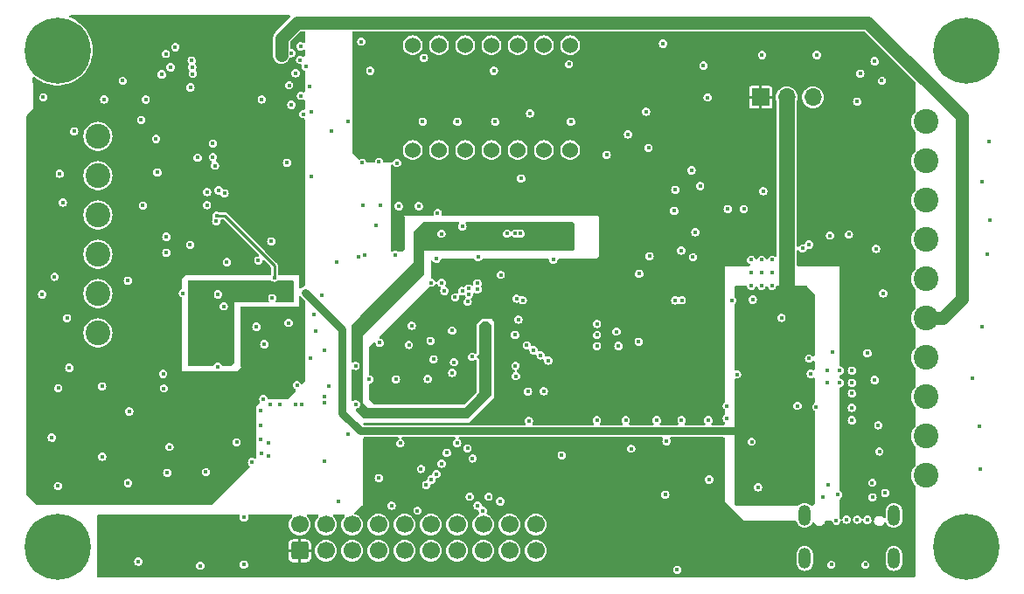
<source format=gbr>
%TF.GenerationSoftware,KiCad,Pcbnew,7.0.9*%
%TF.CreationDate,2025-05-07T10:44:46+08:00*%
%TF.ProjectId,HPM5300RDCRevB,48504d35-3330-4305-9244-43526576422e,REVC*%
%TF.SameCoordinates,Original*%
%TF.FileFunction,Copper,L3,Inr*%
%TF.FilePolarity,Positive*%
%FSLAX46Y46*%
G04 Gerber Fmt 4.6, Leading zero omitted, Abs format (unit mm)*
G04 Created by KiCad (PCBNEW 7.0.9) date 2025-05-07 10:44:46*
%MOMM*%
%LPD*%
G01*
G04 APERTURE LIST*
G04 Aperture macros list*
%AMRoundRect*
0 Rectangle with rounded corners*
0 $1 Rounding radius*
0 $2 $3 $4 $5 $6 $7 $8 $9 X,Y pos of 4 corners*
0 Add a 4 corners polygon primitive as box body*
4,1,4,$2,$3,$4,$5,$6,$7,$8,$9,$2,$3,0*
0 Add four circle primitives for the rounded corners*
1,1,$1+$1,$2,$3*
1,1,$1+$1,$4,$5*
1,1,$1+$1,$6,$7*
1,1,$1+$1,$8,$9*
0 Add four rect primitives between the rounded corners*
20,1,$1+$1,$2,$3,$4,$5,0*
20,1,$1+$1,$4,$5,$6,$7,0*
20,1,$1+$1,$6,$7,$8,$9,0*
20,1,$1+$1,$8,$9,$2,$3,0*%
G04 Aperture macros list end*
%TA.AperFunction,ComponentPad*%
%ADD10O,1.200000X2.000000*%
%TD*%
%TA.AperFunction,ComponentPad*%
%ADD11C,2.400000*%
%TD*%
%TA.AperFunction,ComponentPad*%
%ADD12R,1.700000X1.700000*%
%TD*%
%TA.AperFunction,ComponentPad*%
%ADD13O,1.700000X1.700000*%
%TD*%
%TA.AperFunction,ComponentPad*%
%ADD14C,6.400000*%
%TD*%
%TA.AperFunction,ComponentPad*%
%ADD15C,1.524000*%
%TD*%
%TA.AperFunction,ComponentPad*%
%ADD16RoundRect,0.250000X0.600000X-0.600000X0.600000X0.600000X-0.600000X0.600000X-0.600000X-0.600000X0*%
%TD*%
%TA.AperFunction,ComponentPad*%
%ADD17C,1.700000*%
%TD*%
%TA.AperFunction,ViaPad*%
%ADD18C,0.406400*%
%TD*%
%TA.AperFunction,Conductor*%
%ADD19C,1.270000*%
%TD*%
%TA.AperFunction,Conductor*%
%ADD20C,0.762000*%
%TD*%
%TA.AperFunction,Conductor*%
%ADD21C,1.524000*%
%TD*%
%TA.AperFunction,Conductor*%
%ADD22C,0.254000*%
%TD*%
G04 APERTURE END LIST*
D10*
%TO.N,GND*%
%TO.C,J1*%
X183524900Y-127224050D03*
X192165100Y-127224150D03*
X183525000Y-131404050D03*
X192165200Y-131404150D03*
%TD*%
D11*
%TO.N,Net-(J3-Pin_1)*%
%TO.C,J3*%
X195265200Y-123355000D03*
%TO.N,Net-(J3-Pin_2)*%
X195265200Y-119545000D03*
%TO.N,Net-(J3-Pin_3)*%
X195265200Y-115735000D03*
%TO.N,GND*%
X195265200Y-111925000D03*
%TO.N,VCC*%
X195265200Y-108115000D03*
%TO.N,Net-(J3-Pin_6)*%
X195265200Y-104305000D03*
%TO.N,/HPM5300RDC MAINENTRY/07-MISC/SEI_DATA_N*%
X195265200Y-100495000D03*
%TO.N,/HPM5300RDC MAINENTRY/07-MISC/SEI_DATA_P*%
X195265200Y-96685000D03*
%TO.N,/HPM5300RDC MAINENTRY/07-MISC/SEI_CLK_OUT_N*%
X195265200Y-92875000D03*
%TO.N,/HPM5300RDC MAINENTRY/07-MISC/SEI_CLK_OUT_P*%
X195265200Y-89065000D03*
%TD*%
D12*
%TO.N,+3.3V*%
%TO.C,J5*%
X179245000Y-86700000D03*
D13*
%TO.N,+5V*%
X181785000Y-86700000D03*
%TO.N,GND*%
X184325000Y-86700000D03*
%TD*%
D14*
%TO.N,GND*%
%TO.C,FID2*%
X199175200Y-82153000D03*
%TD*%
D15*
%TO.N,Net-(LED6-E)*%
%TO.C,LED6*%
X145575200Y-91820000D03*
%TO.N,Net-(LED6-D)*%
X148115200Y-91820000D03*
%TO.N,Net-(LED6-DP)*%
X150655200Y-91820000D03*
%TO.N,Net-(LED6-C)*%
X153195200Y-91820000D03*
%TO.N,Net-(LED6-G)*%
X155735200Y-91820000D03*
%TO.N,/HPM5300RDC MAINENTRY/07-MISC/DIG4_PWR*%
X158275200Y-91820000D03*
%TO.N,unconnected-(LED6-NC-Pad7)*%
X160815200Y-91820000D03*
%TO.N,/HPM5300RDC MAINENTRY/07-MISC/DIG5_PWR*%
X160815200Y-81660000D03*
%TO.N,Net-(LED6-B)*%
X158275200Y-81660000D03*
%TO.N,/HPM5300RDC MAINENTRY/07-MISC/DIG3_PWR*%
X155735200Y-81660000D03*
%TO.N,/HPM5300RDC MAINENTRY/07-MISC/DIG2_PWR*%
X153195200Y-81660000D03*
%TO.N,Net-(LED6-F)*%
X150655200Y-81660000D03*
%TO.N,Net-(LED6-A)*%
X148115200Y-81660000D03*
%TO.N,/HPM5300RDC MAINENTRY/07-MISC/DIG1_PWR*%
X145575200Y-81660000D03*
%TD*%
D11*
%TO.N,/HPM5300RDC MAINENTRY/05-RDC_SINCOS/COS+*%
%TO.C,J4*%
X115095200Y-90475000D03*
%TO.N,/HPM5300RDC MAINENTRY/05-RDC_SINCOS/COS-*%
X115095200Y-94285000D03*
%TO.N,/HPM5300RDC MAINENTRY/05-RDC_SINCOS/SIN+*%
X115095200Y-98095000D03*
%TO.N,/HPM5300RDC MAINENTRY/05-RDC_SINCOS/SIN-*%
X115095200Y-101905000D03*
%TO.N,/HPM5300RDC MAINENTRY/04-RDC_EXCT/EXC+*%
X115095200Y-105715000D03*
%TO.N,/HPM5300RDC MAINENTRY/04-RDC_EXCT/EXC-*%
X115095200Y-109525000D03*
%TD*%
D16*
%TO.N,+3.3V*%
%TO.C,J2*%
X134620000Y-130650000D03*
D17*
%TO.N,unconnected-(J2-VCC{slash}NC-Pad2)*%
X134620000Y-128110000D03*
%TO.N,/HPM5300RDC MAINENTRY/03-HPM5300_IO/JTAG_TRST*%
X137160000Y-130650000D03*
%TO.N,GND*%
X137160000Y-128110000D03*
%TO.N,/HPM5300RDC MAINENTRY/03-HPM5300_IO/JTAG_TDI*%
X139700000Y-130650000D03*
%TO.N,GND*%
X139700000Y-128110000D03*
%TO.N,/HPM5300RDC MAINENTRY/03-HPM5300_IO/JTAG_TMS*%
X142240000Y-130650000D03*
%TO.N,GND*%
X142240000Y-128110000D03*
%TO.N,/HPM5300RDC MAINENTRY/03-HPM5300_IO/JTAG_TCK*%
X144780000Y-130650000D03*
%TO.N,GND*%
X144780000Y-128110000D03*
%TO.N,unconnected-(J2-RTCK-Pad11)*%
X147320000Y-130650000D03*
%TO.N,GND*%
X147320000Y-128110000D03*
%TO.N,/HPM5300RDC MAINENTRY/03-HPM5300_IO/JTAG_TDO*%
X149860000Y-130650000D03*
%TO.N,GND*%
X149860000Y-128110000D03*
%TO.N,unconnected-(J2-~{SRST}-Pad15)*%
X152400000Y-130650000D03*
%TO.N,GND*%
X152400000Y-128110000D03*
%TO.N,unconnected-(J2-DBGRQ{slash}NC-Pad17)*%
X154940000Y-130650000D03*
%TO.N,GND*%
X154940000Y-128110000D03*
%TO.N,unconnected-(J2-DBGACK{slash}NC-Pad19)*%
X157480000Y-130650000D03*
%TO.N,GND*%
X157480000Y-128110000D03*
%TD*%
D14*
%TO.N,GND*%
%TO.C,FID3*%
X199175200Y-130270000D03*
%TD*%
%TO.N,GND*%
%TO.C,FID4*%
X111175200Y-130270000D03*
%TD*%
%TO.N,unconnected-(FID1-Pad1)*%
%TO.C,FID1*%
X111175200Y-82153000D03*
%TD*%
D18*
%TO.N,GND*%
X131610000Y-121490000D03*
X188100000Y-113200000D03*
X179000000Y-124500000D03*
X155565200Y-113720000D03*
X189400000Y-132000000D03*
X153550000Y-89050000D03*
X140600000Y-81300000D03*
X171575000Y-101550000D03*
X141460000Y-84120000D03*
X167500000Y-103800000D03*
X170020000Y-125210000D03*
X150380000Y-99220000D03*
X191325000Y-125050000D03*
X169200000Y-118000000D03*
X160000000Y-121400000D03*
X134850000Y-116440000D03*
X160900000Y-89050000D03*
X186100000Y-132000000D03*
X171180000Y-132500000D03*
X137415200Y-114720000D03*
X173400000Y-95300000D03*
X151300000Y-111850000D03*
X178350000Y-104950000D03*
X200400000Y-118600000D03*
X190750000Y-121025000D03*
X176000000Y-116600000D03*
X130816400Y-119850000D03*
X180350000Y-102450000D03*
X179400000Y-82600000D03*
X156230000Y-106360000D03*
X149400000Y-113410000D03*
X179350000Y-102450000D03*
X149390000Y-109310000D03*
X156000000Y-99905000D03*
X188100000Y-115400000D03*
X142300000Y-123600000D03*
X176490000Y-106390000D03*
X179520000Y-95800000D03*
X186925000Y-114375000D03*
X185975000Y-100100000D03*
X147300000Y-110300000D03*
X174200000Y-118000000D03*
X172950000Y-99775000D03*
X130816400Y-118540000D03*
X174275200Y-123750000D03*
X183950000Y-100975000D03*
X200700000Y-94900000D03*
X165500000Y-110800000D03*
X146670000Y-82870000D03*
X148360000Y-99925000D03*
X149875200Y-120210000D03*
X173725000Y-83625000D03*
X176975000Y-113550000D03*
X125000000Y-132100000D03*
X190300000Y-83200000D03*
X129240000Y-127400000D03*
X190300000Y-114100000D03*
X176000000Y-117800000D03*
X164350000Y-92275000D03*
X131610000Y-120190000D03*
X186200000Y-111375000D03*
X130925000Y-121205000D03*
X163400000Y-118000000D03*
X179350000Y-104950000D03*
X200700000Y-108900000D03*
X144375200Y-120230000D03*
X129230000Y-131980000D03*
X171620700Y-106363864D03*
X171600000Y-118000000D03*
X186920619Y-113200000D03*
X178350000Y-102450000D03*
X172700000Y-102200000D03*
X188600000Y-87100000D03*
X132700000Y-116440000D03*
X134190000Y-116440000D03*
X137000000Y-122000000D03*
X136040000Y-107720000D03*
X185741238Y-113200000D03*
X180350000Y-103700000D03*
X139280000Y-119340000D03*
X187800000Y-100000000D03*
X180350000Y-104950000D03*
X163410000Y-110813332D03*
X177625000Y-97525000D03*
X167450000Y-110400000D03*
X168500000Y-102100000D03*
X178390000Y-120080000D03*
X154695200Y-99915000D03*
X143875200Y-101980000D03*
X179350000Y-103700000D03*
X159195200Y-102440000D03*
X189600000Y-111500000D03*
X171000000Y-106375000D03*
X191000000Y-85100000D03*
X185750000Y-114375000D03*
X160700000Y-83490000D03*
X201200000Y-101900000D03*
X199800000Y-113900000D03*
X130816400Y-117080000D03*
X188100000Y-114375000D03*
X190650000Y-118475000D03*
X184650000Y-116700000D03*
X139270000Y-89050000D03*
X166200000Y-118000000D03*
X182825000Y-116600000D03*
X148640000Y-105460000D03*
X119000000Y-131700000D03*
X191125000Y-105700000D03*
X163410000Y-109736666D03*
X188100000Y-118000000D03*
X154100000Y-103900000D03*
X142380200Y-110490000D03*
X184700000Y-82600000D03*
X178350000Y-103700000D03*
X145470000Y-108840000D03*
X176075000Y-97525000D03*
X131760000Y-116440000D03*
X156070000Y-94550000D03*
X147600000Y-112100000D03*
X163410000Y-108660000D03*
X146540000Y-89050000D03*
X188900000Y-84400000D03*
X201370000Y-91010000D03*
X181275000Y-108075000D03*
X200500000Y-122700000D03*
X170900000Y-97700000D03*
X174130000Y-86710000D03*
X201440000Y-98620000D03*
X140070000Y-116460000D03*
X165300000Y-109400000D03*
X153440000Y-84120000D03*
X172575000Y-93775000D03*
X188100000Y-116800000D03*
X178500492Y-106301931D03*
X184125000Y-113500000D03*
X147035200Y-114000000D03*
X140045200Y-112720000D03*
X169800000Y-81500000D03*
X155525200Y-112720000D03*
X190065200Y-124060000D03*
X155485200Y-109720000D03*
X145200000Y-110700000D03*
X190425000Y-101375000D03*
X143950000Y-114040000D03*
X183325000Y-101350000D03*
X155517897Y-99905000D03*
X168400000Y-91600000D03*
X171000000Y-95650000D03*
%TO.N,GNDA*%
X124275000Y-84425000D03*
X124750000Y-92550000D03*
X131875000Y-100650000D03*
X117500000Y-85100000D03*
X124050000Y-85740000D03*
X110630000Y-119680000D03*
X142000000Y-99100000D03*
X126225000Y-92505500D03*
X131975000Y-106150000D03*
X115500000Y-121530000D03*
X133400000Y-93050000D03*
X134750000Y-86550000D03*
X134360000Y-114580000D03*
X115510000Y-114710000D03*
X124175000Y-83125000D03*
X118010000Y-124090000D03*
X130625000Y-102525000D03*
X134680000Y-83070000D03*
X138200000Y-102700000D03*
X110900000Y-104100000D03*
X111700000Y-96900000D03*
X121410000Y-113500000D03*
X121800000Y-123090000D03*
X136190000Y-109380000D03*
X130960000Y-86910000D03*
X135780000Y-94360000D03*
X111400000Y-94100000D03*
X135675200Y-112010000D03*
X127585200Y-102675000D03*
X126225000Y-91171105D03*
X119720000Y-86920000D03*
X115700000Y-86900000D03*
X118120000Y-117140000D03*
X126425000Y-93325000D03*
X119275000Y-88900000D03*
X112800000Y-90000000D03*
X122020000Y-120580000D03*
X126540000Y-98700000D03*
X119450000Y-97180000D03*
X134975000Y-88325000D03*
X133825000Y-87425000D03*
X112100000Y-108100000D03*
X137030000Y-111190000D03*
X130440000Y-108940000D03*
X109800000Y-86700000D03*
X128520000Y-120120000D03*
X133560000Y-108560000D03*
X123325000Y-105675000D03*
X124225000Y-83775000D03*
X109700000Y-105800000D03*
X135550000Y-85650000D03*
X112330000Y-112920000D03*
X127267500Y-106957500D03*
X126725000Y-105800000D03*
X126690000Y-112800000D03*
%TO.N,+3.3V*%
X150325200Y-113230000D03*
X149290000Y-108130000D03*
X163995200Y-96050000D03*
X160162985Y-86780000D03*
X169250000Y-106250000D03*
X150980000Y-84890000D03*
X168000000Y-105500000D03*
X165750000Y-105500000D03*
X148410000Y-106710000D03*
X149940000Y-108120000D03*
X163660000Y-105640000D03*
X167330100Y-86390000D03*
X171080000Y-122570000D03*
X173980000Y-125070000D03*
X115710000Y-131020000D03*
X168000000Y-106250000D03*
X150580000Y-108120000D03*
X160785200Y-94100000D03*
X148580000Y-113990000D03*
X152995871Y-87450000D03*
X167050000Y-122540000D03*
X175690000Y-86510000D03*
X163640000Y-106960000D03*
X143840000Y-82880000D03*
X150295200Y-110220000D03*
X144070000Y-109040000D03*
X169250000Y-105500000D03*
X165330000Y-83230000D03*
X151800000Y-107620000D03*
X128930000Y-130430000D03*
X156920000Y-84130000D03*
X141645200Y-115220000D03*
X150375200Y-115560000D03*
X164400000Y-106310000D03*
X166750000Y-105500000D03*
X165750000Y-106250000D03*
X147890000Y-108580000D03*
X144160000Y-100900000D03*
X164350000Y-105650000D03*
X144885200Y-115590000D03*
X163650000Y-106230000D03*
X166750000Y-106250000D03*
X164400000Y-107020000D03*
X145828757Y-88459385D03*
X151210000Y-108110000D03*
%TO.N,Net-(U1B-USBVBUS)*%
X141370000Y-114040000D03*
%TO.N,+5VD*%
X190095200Y-125470000D03*
X186755200Y-125220000D03*
X185795200Y-124220000D03*
X185285200Y-125420000D03*
%TO.N,Net-(J1-CC1)*%
X186595200Y-127730000D03*
%TO.N,Net-(J1-CC2)*%
X189595200Y-127650000D03*
%TO.N,DCDC_GND*%
X151840000Y-104710200D03*
X151920200Y-102200000D03*
X151840000Y-105300000D03*
%TO.N,DCDC_IN*%
X151000000Y-105220000D03*
X151020000Y-105780000D03*
X150390200Y-105470000D03*
X150895200Y-106520000D03*
X149670000Y-106090000D03*
%TO.N,VDD_SOC*%
X143865200Y-117440000D03*
X152835200Y-114220000D03*
X160585000Y-99830000D03*
X149375200Y-117450000D03*
X143840000Y-106350000D03*
X140245200Y-108680000D03*
X152755200Y-109220000D03*
X160595000Y-99180000D03*
X160585000Y-100480000D03*
X160575000Y-101170000D03*
X140115200Y-114220000D03*
%TO.N,Net-(U1D-PA02{slash}TMR1.COMP1{slash}URT0.DE{slash}URT0.RTS{slash}I2C0.SCL{slash}CAN0.STBY{slash}ACMP.COMP0{slash}PWM1.P2{slash}TRGM0.P02{slash}ACMP.COMP1{slash}QEI1.F{slash}ADC1.DBG)*%
X155810000Y-108240000D03*
%TO.N,Net-(U1C-VDD_OTPCAP)*%
X155615000Y-106210000D03*
%TO.N,Net-(U6B-VOUTB)*%
X125660000Y-95875000D03*
X125650000Y-97150000D03*
%TO.N,VCC*%
X133125000Y-81950000D03*
X132875000Y-82750000D03*
X133125000Y-81275000D03*
X132575000Y-81550000D03*
X132575000Y-80950000D03*
X132575000Y-82225000D03*
%TO.N,Net-(C7-Pad1)*%
X125540000Y-123030000D03*
%TO.N,Net-(U5C-INC-)*%
X121480000Y-114910000D03*
%TO.N,Net-(U5B-INB-)*%
X130010000Y-122060000D03*
%TO.N,+5V*%
X181380000Y-122950000D03*
X177400000Y-108800000D03*
X181000000Y-116200000D03*
X179450000Y-108875000D03*
X136245000Y-106645000D03*
X181000000Y-117000000D03*
X135845000Y-106245000D03*
X177600000Y-109600000D03*
X179975000Y-117000000D03*
X181797676Y-93611876D03*
X180000000Y-116200000D03*
X177000000Y-110200000D03*
X135475000Y-105875000D03*
X179600000Y-109800000D03*
X180000000Y-115400000D03*
X181370000Y-125370000D03*
X184175000Y-115050000D03*
X180954866Y-115395752D03*
X180725000Y-108800000D03*
X180600000Y-109800000D03*
%TO.N,Net-(LED6-B)*%
X144050000Y-93060000D03*
%TO.N,Net-(LED6-F)*%
X142310000Y-92940000D03*
%TO.N,Net-(LED6-A)*%
X140680000Y-93050000D03*
%TO.N,Net-(U4-IN)*%
X133810000Y-104980000D03*
X124995000Y-107920000D03*
X125090000Y-110640000D03*
X132459300Y-105027592D03*
X126060200Y-110590000D03*
X127100000Y-110610000D03*
%TO.N,Net-(C83-Pad1)*%
X183951111Y-112022778D03*
%TO.N,/HPM5300RDC MAINENTRY/03-HPM5300_IO/PB10*%
X140300000Y-102200000D03*
%TO.N,/HPM5300RDC MAINENTRY/04-RDC_EXCT/EXC_P*%
X131110000Y-115960000D03*
%TO.N,/HPM5300RDC MAINENTRY/04-RDC_EXCT/EXC_N*%
X131195200Y-110630000D03*
%TO.N,/HPM5300RDC MAINENTRY/04-RDC_EXCT/EXC+*%
X111220200Y-124380000D03*
%TO.N,/HPM5300RDC MAINENTRY/04-RDC_EXCT/EXC-*%
X111250200Y-114890000D03*
%TO.N,/HPM5300RDC MAINENTRY/03-HPM5300_IO/PB13*%
X124025200Y-100990000D03*
%TO.N,/HPM5300RDC MAINENTRY/03-HPM5300_IO/PB14*%
X127350000Y-96000000D03*
%TO.N,/HPM5300RDC MAINENTRY/04-RDC_EXCT/VOPA*%
X120050000Y-120800000D03*
X121390000Y-117930000D03*
X119450000Y-104280000D03*
X120070000Y-113710000D03*
X130920000Y-114530000D03*
X134580000Y-90120000D03*
X130940000Y-81120000D03*
X116430000Y-117120000D03*
X119720000Y-81070000D03*
X133375000Y-96650000D03*
X131333700Y-95200000D03*
X133400000Y-95600000D03*
X109670000Y-125240000D03*
X126650000Y-89150000D03*
X133400000Y-94400000D03*
X109340000Y-118730000D03*
X131775000Y-97250000D03*
X116480000Y-124080000D03*
X128510000Y-116570000D03*
X133375000Y-97250000D03*
X128200000Y-89600000D03*
X132575000Y-97250000D03*
X129750000Y-91550000D03*
X132175000Y-96650000D03*
X134560000Y-108450000D03*
X119340000Y-95760000D03*
X126800000Y-89600000D03*
X137720000Y-89930000D03*
X129700000Y-90450000D03*
X130975000Y-96650000D03*
X131340000Y-95800000D03*
%TO.N,/HPM5300RDC MAINENTRY/VREF1{slash}2*%
X117990000Y-104480000D03*
%TO.N,/HPM5300RDC MAINENTRY/03-HPM5300_IO/DAC1*%
X126775000Y-95725000D03*
%TO.N,/HPM5300RDC MAINENTRY/RESETN*%
X156825000Y-118075000D03*
X149570000Y-112370000D03*
%TO.N,/HPM5300RDC MAINENTRY/06-DEBUGGER/DP1*%
X188620000Y-127620000D03*
X187590000Y-127620000D03*
%TO.N,/HPM5300RDC MAINENTRY/03-HPM5300_IO/JTAG_TDI*%
X154050000Y-125860000D03*
X138420000Y-125860000D03*
%TO.N,/HPM5300RDC MAINENTRY/03-HPM5300_IO/JTAG_TMS*%
X151870000Y-126270000D03*
X143520000Y-126270000D03*
%TO.N,/HPM5300RDC MAINENTRY/03-HPM5300_IO/JTAG_TCK*%
X152370000Y-126760000D03*
X146030000Y-126760000D03*
%TO.N,/HPM5300RDC MAINENTRY/03-HPM5300_IO/JTAG_TDO*%
X152910000Y-125410000D03*
X151100000Y-125410000D03*
%TO.N,/HPM5300RDC MAINENTRY/03-HPM5300_IO/PA22*%
X146875200Y-124280000D03*
%TO.N,/HPM5300RDC MAINENTRY/03-HPM5300_IO/PA21*%
X147375200Y-123754800D03*
%TO.N,/HPM5300RDC MAINENTRY/03-HPM5300_IO/PA20*%
X147875200Y-123210000D03*
%TO.N,/HPM5300RDC MAINENTRY/03-HPM5300_IO/PA15*%
X156620000Y-110720000D03*
%TO.N,/HPM5300RDC MAINENTRY/03-HPM5300_IO/PA12*%
X158700000Y-112220000D03*
X149900000Y-89070000D03*
X166430000Y-90290000D03*
%TO.N,/HPM5300RDC MAINENTRY/03-HPM5300_IO/PA10*%
X156740000Y-115220000D03*
X168160000Y-88090000D03*
X156950000Y-88260000D03*
%TO.N,/HPM5300RDC MAINENTRY/03-HPM5300_IO/PA14*%
X157270000Y-111220000D03*
%TO.N,/HPM5300RDC MAINENTRY/03-HPM5300_IO/PA13*%
X157970000Y-111720000D03*
%TO.N,/HPM5300RDC MAINENTRY/05-RDC_SINCOS/ISIN-*%
X122590000Y-81840000D03*
X133820000Y-82420000D03*
X121720000Y-101765000D03*
%TO.N,/HPM5300RDC MAINENTRY/05-RDC_SINCOS/ISIN+*%
X134230000Y-84360000D03*
X122130000Y-83785000D03*
X121720000Y-100215000D03*
%TO.N,/HPM5300RDC MAINENTRY/05-RDC_SINCOS/ICOS-*%
X120860200Y-93960000D03*
X134700000Y-81750000D03*
X121670000Y-82490000D03*
%TO.N,/HPM5300RDC MAINENTRY/05-RDC_SINCOS/ICOS+*%
X135230000Y-83740000D03*
X120720200Y-90730000D03*
X121280000Y-84470000D03*
%TO.N,/HPM5300RDC MAINENTRY/03-HPM5300_IO/PA19*%
X148375200Y-122210000D03*
%TO.N,/HPM5300RDC MAINENTRY/03-HPM5300_IO/PY03*%
X146170000Y-97250000D03*
%TO.N,/HPM5300RDC MAINENTRY/03-HPM5300_IO/PY04*%
X147990000Y-97885300D03*
%TO.N,/HPM5300RDC MAINENTRY/03-HPM5300_IO/PA16*%
X151375200Y-121710000D03*
%TO.N,/HPM5300RDC MAINENTRY/03-HPM5300_IO/PY05*%
X147370000Y-104660000D03*
%TO.N,/HPM5300RDC MAINENTRY/03-HPM5300_IO/PY06*%
X147870000Y-102330000D03*
%TO.N,/HPM5300RDC MAINENTRY/03-HPM5300_IO/PY07*%
X148370000Y-104680000D03*
%TO.N,/HPM5300RDC MAINENTRY/03-HPM5300_IO/PY00*%
X140770000Y-97180000D03*
%TO.N,/HPM5300RDC MAINENTRY/03-HPM5300_IO/PY01*%
X142440000Y-97180000D03*
%TO.N,/HPM5300RDC MAINENTRY/03-HPM5300_IO/PY02*%
X144230000Y-97250000D03*
%TO.N,/HPM5300RDC MAINENTRY/02-HPM5300_MISC/USB0_P*%
X137040113Y-115665200D03*
%TO.N,/HPM5300RDC MAINENTRY/02-HPM5300_MISC/USB0_N*%
X137040113Y-116274800D03*
%TO.N,/HPM5300RDC MAINENTRY/03-HPM5300_IO/PA17*%
X150875200Y-120730000D03*
%TO.N,/HPM5300RDC MAINENTRY/03-HPM5300_IO/PA18*%
X148875200Y-121160000D03*
%TO.N,/HPM5300RDC MAINENTRY/03-HPM5300_IO/PA23*%
X146380000Y-122710000D03*
%TO.N,/HPM5300RDC MAINENTRY/03-HPM5300_IO/PB07*%
X136800000Y-105850000D03*
%TO.N,/HPM5300RDC MAINENTRY/03-HPM5300_IO/PB11*%
X140900000Y-102000000D03*
%TO.N,/HPM5300RDC MAINENTRY/03-HPM5300_IO/PA01*%
X166730000Y-120750000D03*
X170150000Y-120025000D03*
%TO.N,/HPM5300RDC MAINENTRY/03-HPM5300_IO/PA11*%
X158250000Y-115190000D03*
%TO.N,/HPM5300RDC MAINENTRY/05-RDC_SINCOS/CTRL_CMOS*%
X135730000Y-88100000D03*
X133600000Y-85525000D03*
%TO.N,/HPM5300RDC MAINENTRY/03-HPM5300_IO/DAC0*%
X132175000Y-104169500D03*
X126594500Y-98175000D03*
%TD*%
D19*
%TO.N,VCC*%
X134410000Y-79440000D02*
X189640000Y-79440000D01*
X132875000Y-80975000D02*
X132875000Y-81175000D01*
X132875000Y-82150000D02*
X132875000Y-82600000D01*
X189640000Y-79440000D02*
X198740000Y-88540000D01*
X132875000Y-81175000D02*
X132875000Y-82150000D01*
X132875000Y-80975000D02*
X134410000Y-79440000D01*
X196885000Y-108115000D02*
X195265200Y-108115000D01*
X198740000Y-88540000D02*
X198740000Y-106260000D01*
X198740000Y-106260000D02*
X196885000Y-108115000D01*
D20*
%TO.N,+5V*%
X138760000Y-117310000D02*
X138760000Y-109160000D01*
D21*
X181785000Y-106115000D02*
X181625000Y-106275000D01*
D20*
X179750000Y-119050000D02*
X140500000Y-119050000D01*
D21*
X181785000Y-93624552D02*
X181785000Y-106115000D01*
X181785000Y-86700000D02*
X181785000Y-93599200D01*
D20*
X140500000Y-119050000D02*
X138760000Y-117310000D01*
D21*
X181797676Y-93611876D02*
X181785000Y-93624552D01*
X181785000Y-93599200D02*
X181797676Y-93611876D01*
D20*
X138760000Y-109160000D02*
X135200000Y-105600000D01*
D22*
%TO.N,/HPM5300RDC MAINENTRY/03-HPM5300_IO/DAC0*%
X132175000Y-102975000D02*
X132175000Y-104169500D01*
X127375000Y-98175000D02*
X132175000Y-102975000D01*
X126594500Y-98175000D02*
X127375000Y-98175000D01*
%TD*%
%TA.AperFunction,Conductor*%
%TO.N,Net-(U4-IN)*%
G36*
X133890823Y-104431127D02*
G01*
X133890833Y-104431128D01*
X133939565Y-104440561D01*
X134001642Y-104472627D01*
X134036528Y-104533164D01*
X134040000Y-104562301D01*
X134040000Y-106466000D01*
X134020315Y-106533039D01*
X133967511Y-106578794D01*
X133916000Y-106590000D01*
X132403906Y-106590000D01*
X132336867Y-106570315D01*
X132291112Y-106517511D01*
X132281168Y-106448353D01*
X132303584Y-106393119D01*
X132305665Y-106390252D01*
X132305671Y-106390247D01*
X132363727Y-106276305D01*
X132363727Y-106276303D01*
X132363728Y-106276302D01*
X132383732Y-106150002D01*
X132383732Y-106149997D01*
X132363728Y-106023697D01*
X132363727Y-106023695D01*
X132305671Y-105909753D01*
X132305668Y-105909750D01*
X132305666Y-105909747D01*
X132215252Y-105819333D01*
X132215248Y-105819330D01*
X132215247Y-105819329D01*
X132210820Y-105817073D01*
X132101302Y-105761271D01*
X131975002Y-105741268D01*
X131974998Y-105741268D01*
X131848697Y-105761271D01*
X131734754Y-105819328D01*
X131734747Y-105819333D01*
X131644333Y-105909747D01*
X131644328Y-105909754D01*
X131586271Y-106023697D01*
X131566268Y-106149997D01*
X131566268Y-106150002D01*
X131586271Y-106276302D01*
X131644328Y-106390245D01*
X131646416Y-106393119D01*
X131647871Y-106397199D01*
X131648760Y-106398943D01*
X131648534Y-106399057D01*
X131669892Y-106458927D01*
X131654064Y-106526980D01*
X131603956Y-106575672D01*
X131546094Y-106590000D01*
X128310000Y-106590000D01*
X128310000Y-112318638D01*
X128290315Y-112385677D01*
X128273681Y-112406319D01*
X127976319Y-112703681D01*
X127914996Y-112737166D01*
X127888638Y-112740000D01*
X127188498Y-112740000D01*
X127121459Y-112720315D01*
X127078014Y-112672296D01*
X127020671Y-112559753D01*
X127020669Y-112559751D01*
X127020666Y-112559747D01*
X126930252Y-112469333D01*
X126930248Y-112469330D01*
X126930247Y-112469329D01*
X126925820Y-112467073D01*
X126816302Y-112411271D01*
X126690002Y-112391268D01*
X126689998Y-112391268D01*
X126563697Y-112411271D01*
X126449754Y-112469328D01*
X126449747Y-112469333D01*
X126359333Y-112559747D01*
X126359330Y-112559751D01*
X126359329Y-112559753D01*
X126301985Y-112672296D01*
X126254013Y-112723091D01*
X126191502Y-112740000D01*
X123914000Y-112740000D01*
X123846961Y-112720315D01*
X123801206Y-112667511D01*
X123790000Y-112616000D01*
X123790000Y-106957502D01*
X126858768Y-106957502D01*
X126878771Y-107083802D01*
X126936828Y-107197745D01*
X126936833Y-107197752D01*
X127027247Y-107288166D01*
X127027250Y-107288168D01*
X127027253Y-107288171D01*
X127141195Y-107346227D01*
X127141197Y-107346228D01*
X127267498Y-107366232D01*
X127267500Y-107366232D01*
X127267502Y-107366232D01*
X127393802Y-107346228D01*
X127393803Y-107346227D01*
X127393805Y-107346227D01*
X127507747Y-107288171D01*
X127598171Y-107197747D01*
X127656227Y-107083805D01*
X127656227Y-107083803D01*
X127656228Y-107083802D01*
X127676232Y-106957502D01*
X127676232Y-106957497D01*
X127656228Y-106831197D01*
X127656227Y-106831195D01*
X127598171Y-106717253D01*
X127598168Y-106717250D01*
X127598166Y-106717247D01*
X127507752Y-106626833D01*
X127507748Y-106626830D01*
X127507747Y-106626829D01*
X127435466Y-106590000D01*
X127393802Y-106568771D01*
X127267502Y-106548768D01*
X127267498Y-106548768D01*
X127141197Y-106568771D01*
X127027254Y-106626828D01*
X127027247Y-106626833D01*
X126936833Y-106717247D01*
X126936828Y-106717254D01*
X126878771Y-106831197D01*
X126858768Y-106957497D01*
X126858768Y-106957502D01*
X123790000Y-106957502D01*
X123790000Y-105800002D01*
X126316268Y-105800002D01*
X126336271Y-105926302D01*
X126394328Y-106040245D01*
X126394333Y-106040252D01*
X126484747Y-106130666D01*
X126484750Y-106130668D01*
X126484753Y-106130671D01*
X126598695Y-106188727D01*
X126598697Y-106188728D01*
X126724998Y-106208732D01*
X126725000Y-106208732D01*
X126725002Y-106208732D01*
X126851302Y-106188728D01*
X126851303Y-106188727D01*
X126851305Y-106188727D01*
X126965247Y-106130671D01*
X127055671Y-106040247D01*
X127113727Y-105926305D01*
X127113727Y-105926303D01*
X127113728Y-105926302D01*
X127133732Y-105800002D01*
X127133732Y-105799997D01*
X127113728Y-105673697D01*
X127113727Y-105673695D01*
X127055671Y-105559753D01*
X127055668Y-105559750D01*
X127055666Y-105559747D01*
X126965252Y-105469333D01*
X126965248Y-105469330D01*
X126965247Y-105469329D01*
X126960820Y-105467073D01*
X126851302Y-105411271D01*
X126725002Y-105391268D01*
X126724998Y-105391268D01*
X126598697Y-105411271D01*
X126484754Y-105469328D01*
X126484747Y-105469333D01*
X126394333Y-105559747D01*
X126394328Y-105559754D01*
X126336271Y-105673697D01*
X126316268Y-105799997D01*
X126316268Y-105800002D01*
X123790000Y-105800002D01*
X123790000Y-104554000D01*
X123809685Y-104486961D01*
X123862489Y-104441206D01*
X123914000Y-104430000D01*
X131813220Y-104430000D01*
X131880259Y-104449685D01*
X131900902Y-104466320D01*
X131934748Y-104500167D01*
X131934751Y-104500169D01*
X131934753Y-104500171D01*
X131999506Y-104533164D01*
X132048697Y-104558228D01*
X132174998Y-104578232D01*
X132175000Y-104578232D01*
X132175002Y-104578232D01*
X132301302Y-104558228D01*
X132301303Y-104558227D01*
X132301305Y-104558227D01*
X132415247Y-104500171D01*
X132449098Y-104466320D01*
X132510420Y-104432834D01*
X132536780Y-104430000D01*
X133747824Y-104430000D01*
X133769877Y-104417957D01*
X133819802Y-104417381D01*
X133890823Y-104431127D01*
G37*
%TD.AperFunction*%
%TD*%
%TA.AperFunction,Conductor*%
%TO.N,/HPM5300RDC MAINENTRY/04-RDC_EXCT/VOPA*%
G36*
X133696100Y-78759685D02*
G01*
X133741855Y-78812489D01*
X133751799Y-78881647D01*
X133722774Y-78945203D01*
X133716742Y-78951681D01*
X132310012Y-80358411D01*
X132306309Y-80361824D01*
X132264854Y-80397038D01*
X132264854Y-80397039D01*
X132216713Y-80460367D01*
X132166871Y-80522372D01*
X132165581Y-80524391D01*
X132156094Y-80539686D01*
X132154874Y-80541713D01*
X132121469Y-80613917D01*
X132086123Y-80685187D01*
X132085296Y-80687438D01*
X132079338Y-80704361D01*
X132078567Y-80706648D01*
X132061463Y-80784350D01*
X132042268Y-80861537D01*
X132041930Y-80864015D01*
X132039765Y-80881693D01*
X132039500Y-80884137D01*
X132039500Y-80963670D01*
X132037344Y-81043206D01*
X132037541Y-81045633D01*
X132039500Y-81066227D01*
X132039500Y-81084134D01*
X132039500Y-82059134D01*
X132039500Y-82645302D01*
X132054222Y-82780667D01*
X132112249Y-82952886D01*
X132205942Y-83108605D01*
X132330919Y-83240542D01*
X132481337Y-83342527D01*
X132481338Y-83342527D01*
X132481339Y-83342528D01*
X132650156Y-83409791D01*
X132650157Y-83409791D01*
X132650162Y-83409793D01*
X132829500Y-83439194D01*
X133010966Y-83429356D01*
X133153183Y-83389869D01*
X133186071Y-83380738D01*
X133186071Y-83380737D01*
X133186074Y-83380737D01*
X133346637Y-83295612D01*
X133485146Y-83177961D01*
X133595126Y-83033285D01*
X133659296Y-82894582D01*
X133705310Y-82842005D01*
X133772445Y-82822651D01*
X133791233Y-82824176D01*
X133819998Y-82828732D01*
X133820000Y-82828732D01*
X133820002Y-82828732D01*
X133946302Y-82808728D01*
X133946303Y-82808727D01*
X133946305Y-82808727D01*
X134060247Y-82750671D01*
X134150671Y-82660247D01*
X134208727Y-82546305D01*
X134208727Y-82546303D01*
X134208728Y-82546302D01*
X134228732Y-82420002D01*
X134228732Y-82419997D01*
X134208728Y-82293697D01*
X134186338Y-82249754D01*
X134150671Y-82179753D01*
X134150668Y-82179750D01*
X134150666Y-82179747D01*
X134060252Y-82089333D01*
X134060248Y-82089330D01*
X134060247Y-82089329D01*
X133946305Y-82031273D01*
X133946303Y-82031272D01*
X133946302Y-82031272D01*
X133815101Y-82010491D01*
X133751967Y-81980561D01*
X133715036Y-81921250D01*
X133710500Y-81888018D01*
X133710500Y-81372437D01*
X133730185Y-81305398D01*
X133746819Y-81284756D01*
X134719756Y-80311819D01*
X134781079Y-80278334D01*
X134807437Y-80275500D01*
X135016000Y-80275500D01*
X135083039Y-80295185D01*
X135128794Y-80347989D01*
X135140000Y-80399500D01*
X135140000Y-81321094D01*
X135120315Y-81388133D01*
X135067511Y-81433888D01*
X134998353Y-81443832D01*
X134943119Y-81421416D01*
X134940248Y-81419330D01*
X134940247Y-81419329D01*
X134935820Y-81417073D01*
X134826302Y-81361271D01*
X134700002Y-81341268D01*
X134699998Y-81341268D01*
X134573697Y-81361271D01*
X134459754Y-81419328D01*
X134459747Y-81419333D01*
X134369333Y-81509747D01*
X134369328Y-81509754D01*
X134311271Y-81623697D01*
X134291268Y-81749997D01*
X134291268Y-81750002D01*
X134311271Y-81876302D01*
X134369328Y-81990245D01*
X134369333Y-81990252D01*
X134459747Y-82080666D01*
X134459750Y-82080668D01*
X134459753Y-82080671D01*
X134573695Y-82138727D01*
X134573697Y-82138728D01*
X134699998Y-82158732D01*
X134700000Y-82158732D01*
X134700002Y-82158732D01*
X134826302Y-82138728D01*
X134826303Y-82138727D01*
X134826305Y-82138727D01*
X134940247Y-82080671D01*
X134940254Y-82080663D01*
X134943113Y-82078588D01*
X134947189Y-82077133D01*
X134948943Y-82076240D01*
X134949058Y-82076466D01*
X135008919Y-82055107D01*
X135076973Y-82070932D01*
X135125669Y-82121037D01*
X135140000Y-82178905D01*
X135140000Y-82659719D01*
X135120315Y-82726758D01*
X135067511Y-82772513D01*
X134998353Y-82782457D01*
X134934797Y-82753432D01*
X134928319Y-82747400D01*
X134920252Y-82739333D01*
X134920248Y-82739330D01*
X134920247Y-82739329D01*
X134902432Y-82730252D01*
X134806302Y-82681271D01*
X134680002Y-82661268D01*
X134679998Y-82661268D01*
X134553697Y-82681271D01*
X134439754Y-82739328D01*
X134439747Y-82739333D01*
X134349333Y-82829747D01*
X134349328Y-82829754D01*
X134291271Y-82943697D01*
X134271268Y-83069997D01*
X134271268Y-83070002D01*
X134291271Y-83196302D01*
X134349328Y-83310245D01*
X134349333Y-83310252D01*
X134439747Y-83400666D01*
X134439750Y-83400668D01*
X134439753Y-83400671D01*
X134545063Y-83454329D01*
X134553697Y-83458728D01*
X134679998Y-83478732D01*
X134680000Y-83478732D01*
X134680001Y-83478732D01*
X134698777Y-83475758D01*
X134768071Y-83484712D01*
X134821523Y-83529708D01*
X134842163Y-83596460D01*
X134840649Y-83617629D01*
X134821268Y-83739997D01*
X134821268Y-83740002D01*
X134841271Y-83866302D01*
X134899328Y-83980245D01*
X134899333Y-83980252D01*
X134989747Y-84070666D01*
X134989750Y-84070668D01*
X134989753Y-84070671D01*
X135072295Y-84112728D01*
X135123091Y-84160701D01*
X135140000Y-84223212D01*
X135140000Y-86093282D01*
X135120315Y-86160321D01*
X135067511Y-86206076D01*
X134998353Y-86216020D01*
X134959706Y-86203767D01*
X134876302Y-86161271D01*
X134750002Y-86141268D01*
X134749998Y-86141268D01*
X134623697Y-86161271D01*
X134509754Y-86219328D01*
X134509747Y-86219333D01*
X134419333Y-86309747D01*
X134419328Y-86309754D01*
X134361271Y-86423697D01*
X134341268Y-86549997D01*
X134341268Y-86550002D01*
X134361271Y-86676302D01*
X134419328Y-86790245D01*
X134419333Y-86790252D01*
X134509747Y-86880666D01*
X134509750Y-86880668D01*
X134509753Y-86880671D01*
X134567309Y-86909997D01*
X134623697Y-86938728D01*
X134749998Y-86958732D01*
X134750000Y-86958732D01*
X134750002Y-86958732D01*
X134876300Y-86938728D01*
X134876300Y-86938727D01*
X134876305Y-86938727D01*
X134959707Y-86896231D01*
X135028375Y-86883336D01*
X135093115Y-86909613D01*
X135133372Y-86966719D01*
X135140000Y-87006717D01*
X135140000Y-87797216D01*
X135120315Y-87864255D01*
X135067511Y-87910010D01*
X134998353Y-87919954D01*
X134996602Y-87919689D01*
X134975002Y-87916268D01*
X134974998Y-87916268D01*
X134848697Y-87936271D01*
X134734754Y-87994328D01*
X134734747Y-87994333D01*
X134644333Y-88084747D01*
X134644328Y-88084754D01*
X134586271Y-88198697D01*
X134566268Y-88324997D01*
X134566268Y-88325002D01*
X134586271Y-88451302D01*
X134644328Y-88565245D01*
X134644333Y-88565252D01*
X134734747Y-88655666D01*
X134734750Y-88655668D01*
X134734753Y-88655671D01*
X134848695Y-88713727D01*
X134848697Y-88713728D01*
X134920126Y-88725040D01*
X134975000Y-88733732D01*
X134996602Y-88730310D01*
X135065892Y-88739263D01*
X135119346Y-88784258D01*
X135139987Y-88851009D01*
X135140000Y-88852783D01*
X135140000Y-104913720D01*
X135120315Y-104980759D01*
X135067511Y-105026514D01*
X135048364Y-105033397D01*
X134906743Y-105092058D01*
X134861747Y-105126585D01*
X134785269Y-105185269D01*
X134785267Y-105185270D01*
X134785266Y-105185272D01*
X134772374Y-105202073D01*
X134715946Y-105243275D01*
X134646200Y-105247428D01*
X134585280Y-105213215D01*
X134552528Y-105151497D01*
X134550000Y-105126585D01*
X134550000Y-103970000D01*
X132626500Y-103970000D01*
X132559461Y-103950315D01*
X132513706Y-103897511D01*
X132502500Y-103846000D01*
X132502500Y-102992005D01*
X132502736Y-102986598D01*
X132506287Y-102946014D01*
X132497635Y-102913728D01*
X132495739Y-102906654D01*
X132494575Y-102901405D01*
X132487497Y-102861261D01*
X132487496Y-102861259D01*
X132485759Y-102856489D01*
X132478546Y-102839072D01*
X132476393Y-102834455D01*
X132453032Y-102801093D01*
X132450123Y-102796528D01*
X132429750Y-102761240D01*
X132429746Y-102761236D01*
X132398535Y-102735046D01*
X132394546Y-102731391D01*
X131301850Y-101638695D01*
X130313157Y-100650002D01*
X131466268Y-100650002D01*
X131486271Y-100776302D01*
X131544328Y-100890245D01*
X131544333Y-100890252D01*
X131634747Y-100980666D01*
X131634750Y-100980668D01*
X131634753Y-100980671D01*
X131748695Y-101038727D01*
X131748697Y-101038728D01*
X131874998Y-101058732D01*
X131875000Y-101058732D01*
X131875002Y-101058732D01*
X132001302Y-101038728D01*
X132001303Y-101038727D01*
X132001305Y-101038727D01*
X132115247Y-100980671D01*
X132205671Y-100890247D01*
X132263727Y-100776305D01*
X132263727Y-100776303D01*
X132263728Y-100776302D01*
X132283732Y-100650002D01*
X132283732Y-100649997D01*
X132263728Y-100523697D01*
X132253947Y-100504500D01*
X132205671Y-100409753D01*
X132205668Y-100409750D01*
X132205666Y-100409747D01*
X132115252Y-100319333D01*
X132115248Y-100319330D01*
X132115247Y-100319329D01*
X132110820Y-100317073D01*
X132001302Y-100261271D01*
X131875002Y-100241268D01*
X131874998Y-100241268D01*
X131748697Y-100261271D01*
X131634754Y-100319328D01*
X131634747Y-100319333D01*
X131544333Y-100409747D01*
X131544328Y-100409754D01*
X131486271Y-100523697D01*
X131466268Y-100649997D01*
X131466268Y-100650002D01*
X130313157Y-100650002D01*
X127618596Y-97955442D01*
X127614951Y-97951463D01*
X127588761Y-97920251D01*
X127588757Y-97920247D01*
X127553478Y-97899879D01*
X127548914Y-97896972D01*
X127515544Y-97873606D01*
X127510959Y-97871468D01*
X127493491Y-97864232D01*
X127488740Y-97862503D01*
X127448618Y-97855428D01*
X127443335Y-97854257D01*
X127403981Y-97843712D01*
X127367891Y-97846871D01*
X127363398Y-97847264D01*
X127357995Y-97847500D01*
X126870739Y-97847500D01*
X126814447Y-97833985D01*
X126720805Y-97786273D01*
X126720803Y-97786272D01*
X126720800Y-97786271D01*
X126594502Y-97766268D01*
X126594498Y-97766268D01*
X126468197Y-97786271D01*
X126354254Y-97844328D01*
X126354247Y-97844333D01*
X126263833Y-97934747D01*
X126263828Y-97934754D01*
X126205771Y-98048697D01*
X126185768Y-98174997D01*
X126185768Y-98175002D01*
X126205771Y-98301302D01*
X126205773Y-98301305D01*
X126218512Y-98326308D01*
X126220195Y-98329610D01*
X126233091Y-98398280D01*
X126213103Y-98450722D01*
X126213759Y-98451057D01*
X126210650Y-98457157D01*
X126210030Y-98458786D01*
X126209330Y-98459749D01*
X126151271Y-98573697D01*
X126131268Y-98699997D01*
X126131268Y-98700002D01*
X126151271Y-98826302D01*
X126209328Y-98940245D01*
X126209333Y-98940252D01*
X126299747Y-99030666D01*
X126299750Y-99030668D01*
X126299753Y-99030671D01*
X126413695Y-99088727D01*
X126413697Y-99088728D01*
X126539998Y-99108732D01*
X126540000Y-99108732D01*
X126540002Y-99108732D01*
X126666302Y-99088728D01*
X126666303Y-99088727D01*
X126666305Y-99088727D01*
X126780247Y-99030671D01*
X126870671Y-98940247D01*
X126928727Y-98826305D01*
X126928727Y-98826303D01*
X126928728Y-98826302D01*
X126948732Y-98700002D01*
X126948732Y-98699999D01*
X126940163Y-98645899D01*
X126949117Y-98576605D01*
X126994113Y-98523153D01*
X127060865Y-98502513D01*
X127062636Y-98502500D01*
X127187984Y-98502500D01*
X127255023Y-98522185D01*
X127275665Y-98538819D01*
X130649840Y-101912994D01*
X130683325Y-101974317D01*
X130678341Y-102044009D01*
X130636469Y-102099942D01*
X130581557Y-102123148D01*
X130498697Y-102136271D01*
X130384754Y-102194328D01*
X130384747Y-102194333D01*
X130294333Y-102284747D01*
X130294328Y-102284754D01*
X130236271Y-102398697D01*
X130216268Y-102524997D01*
X130216268Y-102525002D01*
X130236271Y-102651302D01*
X130294328Y-102765245D01*
X130294333Y-102765252D01*
X130384747Y-102855666D01*
X130384750Y-102855668D01*
X130384753Y-102855671D01*
X130474459Y-102901378D01*
X130498697Y-102913728D01*
X130624998Y-102933732D01*
X130625000Y-102933732D01*
X130625002Y-102933732D01*
X130751302Y-102913728D01*
X130751303Y-102913727D01*
X130751305Y-102913727D01*
X130865247Y-102855671D01*
X130955671Y-102765247D01*
X131013727Y-102651305D01*
X131026851Y-102568439D01*
X131056779Y-102505308D01*
X131116091Y-102468376D01*
X131185953Y-102469374D01*
X131237005Y-102500159D01*
X131811181Y-103074335D01*
X131844666Y-103135658D01*
X131847500Y-103162016D01*
X131847500Y-103846000D01*
X131827815Y-103913039D01*
X131775011Y-103958794D01*
X131723500Y-103970000D01*
X123697091Y-103970000D01*
X123649638Y-103960561D01*
X123599999Y-103939999D01*
X123210000Y-104329999D01*
X123210000Y-105204525D01*
X123190315Y-105271564D01*
X123142296Y-105315009D01*
X123084754Y-105344328D01*
X123084747Y-105344333D01*
X122994333Y-105434747D01*
X122994328Y-105434754D01*
X122936271Y-105548697D01*
X122916268Y-105674997D01*
X122916268Y-105675002D01*
X122936271Y-105801302D01*
X122994328Y-105915245D01*
X122994333Y-105915252D01*
X123084747Y-106005666D01*
X123084750Y-106005668D01*
X123084753Y-106005671D01*
X123142294Y-106034989D01*
X123193090Y-106082963D01*
X123210000Y-106145474D01*
X123210000Y-113240000D01*
X128560000Y-113240000D01*
X128950000Y-112850000D01*
X128896319Y-112796319D01*
X128862834Y-112734996D01*
X128860000Y-112708638D01*
X128860000Y-110630002D01*
X130786468Y-110630002D01*
X130806471Y-110756302D01*
X130864528Y-110870245D01*
X130864533Y-110870252D01*
X130954947Y-110960666D01*
X130954950Y-110960668D01*
X130954953Y-110960671D01*
X131068895Y-111018727D01*
X131068897Y-111018728D01*
X131195198Y-111038732D01*
X131195200Y-111038732D01*
X131195202Y-111038732D01*
X131321502Y-111018728D01*
X131321503Y-111018727D01*
X131321505Y-111018727D01*
X131435447Y-110960671D01*
X131525871Y-110870247D01*
X131583927Y-110756305D01*
X131583927Y-110756303D01*
X131583928Y-110756302D01*
X131603932Y-110630002D01*
X131603932Y-110629997D01*
X131583928Y-110503697D01*
X131583927Y-110503695D01*
X131525871Y-110389753D01*
X131525868Y-110389750D01*
X131525866Y-110389747D01*
X131435452Y-110299333D01*
X131435448Y-110299330D01*
X131435447Y-110299329D01*
X131396195Y-110279329D01*
X131321502Y-110241271D01*
X131195202Y-110221268D01*
X131195198Y-110221268D01*
X131068897Y-110241271D01*
X130954954Y-110299328D01*
X130954947Y-110299333D01*
X130864533Y-110389747D01*
X130864528Y-110389754D01*
X130806471Y-110503697D01*
X130786468Y-110629997D01*
X130786468Y-110630002D01*
X128860000Y-110630002D01*
X128860000Y-108940002D01*
X130031268Y-108940002D01*
X130051271Y-109066302D01*
X130109328Y-109180245D01*
X130109333Y-109180252D01*
X130199747Y-109270666D01*
X130199750Y-109270668D01*
X130199753Y-109270671D01*
X130280476Y-109311801D01*
X130313697Y-109328728D01*
X130439998Y-109348732D01*
X130440000Y-109348732D01*
X130440002Y-109348732D01*
X130566302Y-109328728D01*
X130566303Y-109328727D01*
X130566305Y-109328727D01*
X130680247Y-109270671D01*
X130770671Y-109180247D01*
X130828727Y-109066305D01*
X130828727Y-109066303D01*
X130828728Y-109066302D01*
X130848732Y-108940002D01*
X130848732Y-108939997D01*
X130828728Y-108813697D01*
X130809403Y-108775769D01*
X130770671Y-108699753D01*
X130770668Y-108699750D01*
X130770666Y-108699747D01*
X130680252Y-108609333D01*
X130680248Y-108609330D01*
X130680247Y-108609329D01*
X130675820Y-108607073D01*
X130583438Y-108560002D01*
X133151268Y-108560002D01*
X133171271Y-108686302D01*
X133229328Y-108800245D01*
X133229333Y-108800252D01*
X133319747Y-108890666D01*
X133319750Y-108890668D01*
X133319753Y-108890671D01*
X133416561Y-108939997D01*
X133433697Y-108948728D01*
X133559998Y-108968732D01*
X133560000Y-108968732D01*
X133560002Y-108968732D01*
X133686302Y-108948728D01*
X133686303Y-108948727D01*
X133686305Y-108948727D01*
X133800247Y-108890671D01*
X133890671Y-108800247D01*
X133948727Y-108686305D01*
X133948727Y-108686303D01*
X133948728Y-108686302D01*
X133968732Y-108560002D01*
X133968732Y-108559997D01*
X133948728Y-108433697D01*
X133905334Y-108348531D01*
X133890671Y-108319753D01*
X133890668Y-108319750D01*
X133890666Y-108319747D01*
X133800252Y-108229333D01*
X133800248Y-108229330D01*
X133800247Y-108229329D01*
X133794306Y-108226302D01*
X133686302Y-108171271D01*
X133560002Y-108151268D01*
X133559998Y-108151268D01*
X133433697Y-108171271D01*
X133319754Y-108229328D01*
X133319747Y-108229333D01*
X133229333Y-108319747D01*
X133229328Y-108319754D01*
X133171271Y-108433697D01*
X133151268Y-108559997D01*
X133151268Y-108560002D01*
X130583438Y-108560002D01*
X130566302Y-108551271D01*
X130440002Y-108531268D01*
X130439998Y-108531268D01*
X130313697Y-108551271D01*
X130199754Y-108609328D01*
X130199747Y-108609333D01*
X130109333Y-108699747D01*
X130109328Y-108699754D01*
X130051271Y-108813697D01*
X130031268Y-108939997D01*
X130031268Y-108940002D01*
X128860000Y-108940002D01*
X128860000Y-107094000D01*
X128879685Y-107026961D01*
X128932489Y-106981206D01*
X128984000Y-106970000D01*
X134550000Y-106970000D01*
X134550000Y-106071728D01*
X134569685Y-106004689D01*
X134622489Y-105958934D01*
X134691647Y-105948990D01*
X134755203Y-105978015D01*
X134761681Y-105984047D01*
X134761864Y-105984230D01*
X134761865Y-105984231D01*
X135103682Y-106326047D01*
X135137166Y-106387369D01*
X135140000Y-106413727D01*
X135140000Y-114218637D01*
X135120315Y-114285676D01*
X135103681Y-114306318D01*
X134939475Y-114470524D01*
X134878152Y-114504009D01*
X134808460Y-114499025D01*
X134752527Y-114457153D01*
X134741309Y-114439137D01*
X134690671Y-114339753D01*
X134690668Y-114339750D01*
X134690666Y-114339747D01*
X134600252Y-114249333D01*
X134600248Y-114249330D01*
X134600247Y-114249329D01*
X134595820Y-114247073D01*
X134486302Y-114191271D01*
X134360002Y-114171268D01*
X134359998Y-114171268D01*
X134233697Y-114191271D01*
X134119754Y-114249328D01*
X134119747Y-114249333D01*
X134029333Y-114339747D01*
X134029328Y-114339754D01*
X133971271Y-114453697D01*
X133951268Y-114579997D01*
X133951268Y-114580002D01*
X133971271Y-114706302D01*
X134029328Y-114820245D01*
X134029333Y-114820252D01*
X134119747Y-114910666D01*
X134119750Y-114910668D01*
X134119753Y-114910671D01*
X134219137Y-114961309D01*
X134269934Y-115009283D01*
X134286729Y-115077104D01*
X134264192Y-115143239D01*
X134250524Y-115159475D01*
X133486319Y-115923681D01*
X133424996Y-115957166D01*
X133398638Y-115960000D01*
X131624638Y-115960000D01*
X131557599Y-115940315D01*
X131511844Y-115887511D01*
X131502165Y-115855398D01*
X131498728Y-115833697D01*
X131498727Y-115833695D01*
X131440671Y-115719753D01*
X131440668Y-115719750D01*
X131440666Y-115719747D01*
X131350252Y-115629333D01*
X131350248Y-115629330D01*
X131350247Y-115629329D01*
X131345820Y-115627073D01*
X131236302Y-115571271D01*
X131110002Y-115551268D01*
X131109998Y-115551268D01*
X130983697Y-115571271D01*
X130869754Y-115629328D01*
X130869747Y-115629333D01*
X130779333Y-115719747D01*
X130779328Y-115719754D01*
X130721271Y-115833697D01*
X130701268Y-115959997D01*
X130701268Y-115960000D01*
X130721271Y-116086302D01*
X130768950Y-116179878D01*
X130781846Y-116248547D01*
X130755569Y-116313288D01*
X130746146Y-116323853D01*
X130400000Y-116669999D01*
X130400000Y-121603282D01*
X130380315Y-121670321D01*
X130327511Y-121716076D01*
X130258353Y-121726020D01*
X130219706Y-121713767D01*
X130136302Y-121671271D01*
X130010002Y-121651268D01*
X130009998Y-121651268D01*
X129883697Y-121671271D01*
X129769754Y-121729328D01*
X129769747Y-121729333D01*
X129679333Y-121819747D01*
X129679328Y-121819754D01*
X129621271Y-121933697D01*
X129601268Y-122059997D01*
X129601268Y-122060002D01*
X129621271Y-122186302D01*
X129679328Y-122300245D01*
X129679333Y-122300252D01*
X129776653Y-122397572D01*
X129773862Y-122400362D01*
X129804771Y-122440464D01*
X129810735Y-122510079D01*
X129778115Y-122571867D01*
X129776891Y-122573107D01*
X126166319Y-126183681D01*
X126104996Y-126217166D01*
X126078638Y-126220000D01*
X109221362Y-126220000D01*
X109154323Y-126200315D01*
X109133681Y-126183681D01*
X108216319Y-125266319D01*
X108182834Y-125204996D01*
X108180000Y-125178638D01*
X108180000Y-124380002D01*
X110811468Y-124380002D01*
X110831471Y-124506302D01*
X110889528Y-124620245D01*
X110889533Y-124620252D01*
X110979947Y-124710666D01*
X110979950Y-124710668D01*
X110979953Y-124710671D01*
X111093895Y-124768727D01*
X111093897Y-124768728D01*
X111220198Y-124788732D01*
X111220200Y-124788732D01*
X111220202Y-124788732D01*
X111346502Y-124768728D01*
X111346503Y-124768727D01*
X111346505Y-124768727D01*
X111460447Y-124710671D01*
X111550871Y-124620247D01*
X111608927Y-124506305D01*
X111608927Y-124506303D01*
X111608928Y-124506302D01*
X111628932Y-124380002D01*
X111628932Y-124379997D01*
X111608928Y-124253697D01*
X111589874Y-124216302D01*
X111550871Y-124139753D01*
X111550868Y-124139750D01*
X111550866Y-124139747D01*
X111501121Y-124090002D01*
X117601268Y-124090002D01*
X117621271Y-124216302D01*
X117679328Y-124330245D01*
X117679333Y-124330252D01*
X117769747Y-124420666D01*
X117769750Y-124420668D01*
X117769753Y-124420671D01*
X117883695Y-124478727D01*
X117883697Y-124478728D01*
X118009998Y-124498732D01*
X118010000Y-124498732D01*
X118010002Y-124498732D01*
X118136302Y-124478728D01*
X118136303Y-124478727D01*
X118136305Y-124478727D01*
X118250247Y-124420671D01*
X118340671Y-124330247D01*
X118398727Y-124216305D01*
X118398727Y-124216303D01*
X118398728Y-124216302D01*
X118418732Y-124090002D01*
X118418732Y-124089997D01*
X118398728Y-123963697D01*
X118398727Y-123963695D01*
X118340671Y-123849753D01*
X118340668Y-123849750D01*
X118340666Y-123849747D01*
X118250252Y-123759333D01*
X118250248Y-123759330D01*
X118250247Y-123759329D01*
X118245820Y-123757073D01*
X118136302Y-123701271D01*
X118010002Y-123681268D01*
X118009998Y-123681268D01*
X117883697Y-123701271D01*
X117769754Y-123759328D01*
X117769747Y-123759333D01*
X117679333Y-123849747D01*
X117679328Y-123849754D01*
X117621271Y-123963697D01*
X117601268Y-124089997D01*
X117601268Y-124090002D01*
X111501121Y-124090002D01*
X111460452Y-124049333D01*
X111460448Y-124049330D01*
X111460447Y-124049329D01*
X111456020Y-124047073D01*
X111346502Y-123991271D01*
X111220202Y-123971268D01*
X111220198Y-123971268D01*
X111093897Y-123991271D01*
X110979954Y-124049328D01*
X110979947Y-124049333D01*
X110889533Y-124139747D01*
X110889528Y-124139754D01*
X110831471Y-124253697D01*
X110811468Y-124379997D01*
X110811468Y-124380002D01*
X108180000Y-124380002D01*
X108180000Y-123090002D01*
X121391268Y-123090002D01*
X121411271Y-123216302D01*
X121469328Y-123330245D01*
X121469333Y-123330252D01*
X121559747Y-123420666D01*
X121559750Y-123420668D01*
X121559753Y-123420671D01*
X121673695Y-123478727D01*
X121673697Y-123478728D01*
X121799998Y-123498732D01*
X121800000Y-123498732D01*
X121800002Y-123498732D01*
X121926302Y-123478728D01*
X121926303Y-123478727D01*
X121926305Y-123478727D01*
X122040247Y-123420671D01*
X122130671Y-123330247D01*
X122188727Y-123216305D01*
X122188727Y-123216303D01*
X122188728Y-123216302D01*
X122208732Y-123090002D01*
X122208732Y-123089997D01*
X122199230Y-123030002D01*
X125131268Y-123030002D01*
X125151271Y-123156302D01*
X125209328Y-123270245D01*
X125209333Y-123270252D01*
X125299747Y-123360666D01*
X125299750Y-123360668D01*
X125299753Y-123360671D01*
X125413695Y-123418727D01*
X125413697Y-123418728D01*
X125539998Y-123438732D01*
X125540000Y-123438732D01*
X125540002Y-123438732D01*
X125666302Y-123418728D01*
X125666303Y-123418727D01*
X125666305Y-123418727D01*
X125780247Y-123360671D01*
X125870671Y-123270247D01*
X125928727Y-123156305D01*
X125928727Y-123156303D01*
X125928728Y-123156302D01*
X125948732Y-123030002D01*
X125948732Y-123029997D01*
X125928728Y-122903697D01*
X125901239Y-122849747D01*
X125870671Y-122789753D01*
X125870668Y-122789750D01*
X125870666Y-122789747D01*
X125780252Y-122699333D01*
X125780248Y-122699330D01*
X125780247Y-122699329D01*
X125744800Y-122681268D01*
X125666302Y-122641271D01*
X125540002Y-122621268D01*
X125539998Y-122621268D01*
X125413697Y-122641271D01*
X125299754Y-122699328D01*
X125299747Y-122699333D01*
X125209333Y-122789747D01*
X125209328Y-122789754D01*
X125151271Y-122903697D01*
X125131268Y-123029997D01*
X125131268Y-123030002D01*
X122199230Y-123030002D01*
X122188728Y-122963697D01*
X122188727Y-122963695D01*
X122130671Y-122849753D01*
X122130668Y-122849750D01*
X122130666Y-122849747D01*
X122040252Y-122759333D01*
X122040248Y-122759330D01*
X122040247Y-122759329D01*
X122035820Y-122757073D01*
X121926302Y-122701271D01*
X121800002Y-122681268D01*
X121799998Y-122681268D01*
X121673697Y-122701271D01*
X121559754Y-122759328D01*
X121559747Y-122759333D01*
X121469333Y-122849747D01*
X121469328Y-122849754D01*
X121411271Y-122963697D01*
X121391268Y-123089997D01*
X121391268Y-123090002D01*
X108180000Y-123090002D01*
X108180000Y-121530002D01*
X115091268Y-121530002D01*
X115111271Y-121656302D01*
X115169328Y-121770245D01*
X115169333Y-121770252D01*
X115259747Y-121860666D01*
X115259750Y-121860668D01*
X115259753Y-121860671D01*
X115373695Y-121918727D01*
X115373697Y-121918728D01*
X115499998Y-121938732D01*
X115500000Y-121938732D01*
X115500002Y-121938732D01*
X115626302Y-121918728D01*
X115626303Y-121918727D01*
X115626305Y-121918727D01*
X115740247Y-121860671D01*
X115830671Y-121770247D01*
X115888727Y-121656305D01*
X115888727Y-121656303D01*
X115888728Y-121656302D01*
X115908732Y-121530002D01*
X115908732Y-121529997D01*
X115888728Y-121403697D01*
X115868346Y-121363695D01*
X115830671Y-121289753D01*
X115830668Y-121289750D01*
X115830666Y-121289747D01*
X115740252Y-121199333D01*
X115740248Y-121199330D01*
X115740247Y-121199329D01*
X115735026Y-121196669D01*
X115626302Y-121141271D01*
X115500002Y-121121268D01*
X115499998Y-121121268D01*
X115373697Y-121141271D01*
X115259754Y-121199328D01*
X115259747Y-121199333D01*
X115169333Y-121289747D01*
X115169328Y-121289754D01*
X115111271Y-121403697D01*
X115091268Y-121529997D01*
X115091268Y-121530002D01*
X108180000Y-121530002D01*
X108180000Y-120580002D01*
X121611268Y-120580002D01*
X121631271Y-120706302D01*
X121689328Y-120820245D01*
X121689333Y-120820252D01*
X121779747Y-120910666D01*
X121779750Y-120910668D01*
X121779753Y-120910671D01*
X121885896Y-120964753D01*
X121893697Y-120968728D01*
X122019998Y-120988732D01*
X122020000Y-120988732D01*
X122020002Y-120988732D01*
X122146302Y-120968728D01*
X122146303Y-120968727D01*
X122146305Y-120968727D01*
X122260247Y-120910671D01*
X122350671Y-120820247D01*
X122408727Y-120706305D01*
X122408727Y-120706303D01*
X122408728Y-120706302D01*
X122428732Y-120580002D01*
X122428732Y-120579997D01*
X122408728Y-120453697D01*
X122396780Y-120430247D01*
X122350671Y-120339753D01*
X122350668Y-120339750D01*
X122350666Y-120339747D01*
X122260252Y-120249333D01*
X122260248Y-120249330D01*
X122260247Y-120249329D01*
X122239439Y-120238727D01*
X122146302Y-120191271D01*
X122020002Y-120171268D01*
X122019998Y-120171268D01*
X121893697Y-120191271D01*
X121779754Y-120249328D01*
X121779747Y-120249333D01*
X121689333Y-120339747D01*
X121689328Y-120339754D01*
X121631271Y-120453697D01*
X121611268Y-120579997D01*
X121611268Y-120580002D01*
X108180000Y-120580002D01*
X108180000Y-120120002D01*
X128111268Y-120120002D01*
X128131271Y-120246302D01*
X128189328Y-120360245D01*
X128189333Y-120360252D01*
X128279747Y-120450666D01*
X128279750Y-120450668D01*
X128279753Y-120450671D01*
X128393695Y-120508727D01*
X128393697Y-120508728D01*
X128519998Y-120528732D01*
X128520000Y-120528732D01*
X128520002Y-120528732D01*
X128646302Y-120508728D01*
X128646303Y-120508727D01*
X128646305Y-120508727D01*
X128760247Y-120450671D01*
X128850671Y-120360247D01*
X128908727Y-120246305D01*
X128908727Y-120246303D01*
X128908728Y-120246302D01*
X128928732Y-120120002D01*
X128928732Y-120119997D01*
X128908728Y-119993697D01*
X128899866Y-119976305D01*
X128850671Y-119879753D01*
X128850668Y-119879750D01*
X128850666Y-119879747D01*
X128760252Y-119789333D01*
X128760248Y-119789330D01*
X128760247Y-119789329D01*
X128744426Y-119781268D01*
X128646302Y-119731271D01*
X128520002Y-119711268D01*
X128519998Y-119711268D01*
X128393697Y-119731271D01*
X128279754Y-119789328D01*
X128279747Y-119789333D01*
X128189333Y-119879747D01*
X128189328Y-119879754D01*
X128131271Y-119993697D01*
X128111268Y-120119997D01*
X128111268Y-120120002D01*
X108180000Y-120120002D01*
X108180000Y-119680002D01*
X110221268Y-119680002D01*
X110241271Y-119806302D01*
X110299328Y-119920245D01*
X110299333Y-119920252D01*
X110389747Y-120010666D01*
X110389750Y-120010668D01*
X110389753Y-120010671D01*
X110493819Y-120063695D01*
X110503697Y-120068728D01*
X110629998Y-120088732D01*
X110630000Y-120088732D01*
X110630002Y-120088732D01*
X110756302Y-120068728D01*
X110756303Y-120068727D01*
X110756305Y-120068727D01*
X110870247Y-120010671D01*
X110960671Y-119920247D01*
X111018727Y-119806305D01*
X111018727Y-119806303D01*
X111018728Y-119806302D01*
X111038732Y-119680002D01*
X111038732Y-119679997D01*
X111018728Y-119553697D01*
X110971636Y-119461273D01*
X110960671Y-119439753D01*
X110960668Y-119439750D01*
X110960666Y-119439747D01*
X110870252Y-119349333D01*
X110870248Y-119349330D01*
X110870247Y-119349329D01*
X110865820Y-119347073D01*
X110756302Y-119291271D01*
X110630002Y-119271268D01*
X110629998Y-119271268D01*
X110503697Y-119291271D01*
X110389754Y-119349328D01*
X110389747Y-119349333D01*
X110299333Y-119439747D01*
X110299328Y-119439754D01*
X110241271Y-119553697D01*
X110221268Y-119679997D01*
X110221268Y-119680002D01*
X108180000Y-119680002D01*
X108180000Y-117140002D01*
X117711268Y-117140002D01*
X117731271Y-117266302D01*
X117789328Y-117380245D01*
X117789333Y-117380252D01*
X117879747Y-117470666D01*
X117879750Y-117470668D01*
X117879753Y-117470671D01*
X117993695Y-117528727D01*
X117993697Y-117528728D01*
X118119998Y-117548732D01*
X118120000Y-117548732D01*
X118120002Y-117548732D01*
X118246302Y-117528728D01*
X118246303Y-117528727D01*
X118246305Y-117528727D01*
X118360247Y-117470671D01*
X118450671Y-117380247D01*
X118508727Y-117266305D01*
X118508727Y-117266303D01*
X118508728Y-117266302D01*
X118528732Y-117140002D01*
X118528732Y-117139997D01*
X118508728Y-117013697D01*
X118508727Y-117013695D01*
X118450671Y-116899753D01*
X118450668Y-116899750D01*
X118450666Y-116899747D01*
X118360252Y-116809333D01*
X118360248Y-116809330D01*
X118360247Y-116809329D01*
X118355820Y-116807073D01*
X118246302Y-116751271D01*
X118120002Y-116731268D01*
X118119998Y-116731268D01*
X117993697Y-116751271D01*
X117879754Y-116809328D01*
X117879747Y-116809333D01*
X117789333Y-116899747D01*
X117789328Y-116899754D01*
X117731271Y-117013697D01*
X117711268Y-117139997D01*
X117711268Y-117140002D01*
X108180000Y-117140002D01*
X108180000Y-114890002D01*
X110841468Y-114890002D01*
X110861471Y-115016302D01*
X110919528Y-115130245D01*
X110919533Y-115130252D01*
X111009947Y-115220666D01*
X111009950Y-115220668D01*
X111009953Y-115220671D01*
X111123895Y-115278727D01*
X111123897Y-115278728D01*
X111250198Y-115298732D01*
X111250200Y-115298732D01*
X111250202Y-115298732D01*
X111376502Y-115278728D01*
X111376503Y-115278727D01*
X111376505Y-115278727D01*
X111490447Y-115220671D01*
X111580871Y-115130247D01*
X111638927Y-115016305D01*
X111638927Y-115016303D01*
X111638928Y-115016302D01*
X111658932Y-114890002D01*
X111658932Y-114889997D01*
X111638928Y-114763697D01*
X111611569Y-114710002D01*
X115101268Y-114710002D01*
X115121271Y-114836302D01*
X115179328Y-114950245D01*
X115179333Y-114950252D01*
X115269747Y-115040666D01*
X115269750Y-115040668D01*
X115269753Y-115040671D01*
X115383695Y-115098727D01*
X115383697Y-115098728D01*
X115509998Y-115118732D01*
X115510000Y-115118732D01*
X115510002Y-115118732D01*
X115636302Y-115098728D01*
X115636303Y-115098727D01*
X115636305Y-115098727D01*
X115750247Y-115040671D01*
X115840671Y-114950247D01*
X115861177Y-114910002D01*
X121071268Y-114910002D01*
X121091271Y-115036302D01*
X121149328Y-115150245D01*
X121149333Y-115150252D01*
X121239747Y-115240666D01*
X121239750Y-115240668D01*
X121239753Y-115240671D01*
X121314443Y-115278727D01*
X121353697Y-115298728D01*
X121479998Y-115318732D01*
X121480000Y-115318732D01*
X121480002Y-115318732D01*
X121606302Y-115298728D01*
X121606303Y-115298727D01*
X121606305Y-115298727D01*
X121720247Y-115240671D01*
X121810671Y-115150247D01*
X121868727Y-115036305D01*
X121868727Y-115036303D01*
X121868728Y-115036302D01*
X121888732Y-114910002D01*
X121888732Y-114909997D01*
X121868728Y-114783697D01*
X121868727Y-114783695D01*
X121810671Y-114669753D01*
X121810668Y-114669750D01*
X121810666Y-114669747D01*
X121720252Y-114579333D01*
X121720248Y-114579330D01*
X121720247Y-114579329D01*
X121715820Y-114577073D01*
X121606302Y-114521271D01*
X121480002Y-114501268D01*
X121479998Y-114501268D01*
X121353697Y-114521271D01*
X121239754Y-114579328D01*
X121239747Y-114579333D01*
X121149333Y-114669747D01*
X121149328Y-114669754D01*
X121091271Y-114783697D01*
X121071268Y-114909997D01*
X121071268Y-114910002D01*
X115861177Y-114910002D01*
X115898727Y-114836305D01*
X115898727Y-114836303D01*
X115898728Y-114836302D01*
X115918732Y-114710002D01*
X115918732Y-114709997D01*
X115898728Y-114583697D01*
X115886311Y-114559328D01*
X115840671Y-114469753D01*
X115840668Y-114469750D01*
X115840666Y-114469747D01*
X115750252Y-114379333D01*
X115750248Y-114379330D01*
X115750247Y-114379329D01*
X115745820Y-114377073D01*
X115636302Y-114321271D01*
X115510002Y-114301268D01*
X115509998Y-114301268D01*
X115383697Y-114321271D01*
X115269754Y-114379328D01*
X115269747Y-114379333D01*
X115179333Y-114469747D01*
X115179328Y-114469754D01*
X115121271Y-114583697D01*
X115101268Y-114709997D01*
X115101268Y-114710002D01*
X111611569Y-114710002D01*
X111611568Y-114710000D01*
X111580871Y-114649753D01*
X111580868Y-114649750D01*
X111580866Y-114649747D01*
X111490452Y-114559333D01*
X111490448Y-114559330D01*
X111490447Y-114559329D01*
X111486020Y-114557073D01*
X111376502Y-114501271D01*
X111250202Y-114481268D01*
X111250198Y-114481268D01*
X111123897Y-114501271D01*
X111009954Y-114559328D01*
X111009947Y-114559333D01*
X110919533Y-114649747D01*
X110919528Y-114649754D01*
X110861471Y-114763697D01*
X110841468Y-114889997D01*
X110841468Y-114890002D01*
X108180000Y-114890002D01*
X108180000Y-113500002D01*
X121001268Y-113500002D01*
X121021271Y-113626302D01*
X121079328Y-113740245D01*
X121079333Y-113740252D01*
X121169747Y-113830666D01*
X121169750Y-113830668D01*
X121169753Y-113830671D01*
X121283695Y-113888727D01*
X121283697Y-113888728D01*
X121409998Y-113908732D01*
X121410000Y-113908732D01*
X121410002Y-113908732D01*
X121536302Y-113888728D01*
X121536303Y-113888727D01*
X121536305Y-113888727D01*
X121650247Y-113830671D01*
X121740671Y-113740247D01*
X121798727Y-113626305D01*
X121798727Y-113626303D01*
X121798728Y-113626302D01*
X121818732Y-113500002D01*
X121818732Y-113499997D01*
X121798728Y-113373697D01*
X121765624Y-113308727D01*
X121740671Y-113259753D01*
X121740668Y-113259750D01*
X121740666Y-113259747D01*
X121650252Y-113169333D01*
X121650248Y-113169330D01*
X121650247Y-113169329D01*
X121632432Y-113160252D01*
X121536302Y-113111271D01*
X121410002Y-113091268D01*
X121409998Y-113091268D01*
X121283697Y-113111271D01*
X121169754Y-113169328D01*
X121169747Y-113169333D01*
X121079333Y-113259747D01*
X121079328Y-113259754D01*
X121021271Y-113373697D01*
X121001268Y-113499997D01*
X121001268Y-113500002D01*
X108180000Y-113500002D01*
X108180000Y-112920002D01*
X111921268Y-112920002D01*
X111941271Y-113046302D01*
X111999328Y-113160245D01*
X111999333Y-113160252D01*
X112089747Y-113250666D01*
X112089750Y-113250668D01*
X112089753Y-113250671D01*
X112203695Y-113308727D01*
X112203697Y-113308728D01*
X112329998Y-113328732D01*
X112330000Y-113328732D01*
X112330002Y-113328732D01*
X112456302Y-113308728D01*
X112456303Y-113308727D01*
X112456305Y-113308727D01*
X112570247Y-113250671D01*
X112660671Y-113160247D01*
X112718727Y-113046305D01*
X112718727Y-113046303D01*
X112718728Y-113046302D01*
X112738732Y-112920002D01*
X112738732Y-112919997D01*
X112718728Y-112793697D01*
X112718727Y-112793695D01*
X112660671Y-112679753D01*
X112660668Y-112679750D01*
X112660666Y-112679747D01*
X112570252Y-112589333D01*
X112570248Y-112589330D01*
X112570247Y-112589329D01*
X112565820Y-112587073D01*
X112456302Y-112531271D01*
X112330002Y-112511268D01*
X112329998Y-112511268D01*
X112203697Y-112531271D01*
X112089754Y-112589328D01*
X112089747Y-112589333D01*
X111999333Y-112679747D01*
X111999328Y-112679754D01*
X111941271Y-112793697D01*
X111921268Y-112919997D01*
X111921268Y-112920002D01*
X108180000Y-112920002D01*
X108180000Y-109525006D01*
X113689900Y-109525006D01*
X113709064Y-109756297D01*
X113709066Y-109756308D01*
X113766042Y-109981300D01*
X113859275Y-110193848D01*
X113986216Y-110388147D01*
X113986219Y-110388151D01*
X113986221Y-110388153D01*
X114143416Y-110558913D01*
X114143419Y-110558915D01*
X114143422Y-110558918D01*
X114326565Y-110701464D01*
X114326571Y-110701468D01*
X114326574Y-110701470D01*
X114530697Y-110811936D01*
X114642293Y-110850247D01*
X114750215Y-110887297D01*
X114750217Y-110887297D01*
X114750219Y-110887298D01*
X114979151Y-110925500D01*
X114979152Y-110925500D01*
X115211248Y-110925500D01*
X115211249Y-110925500D01*
X115440181Y-110887298D01*
X115659703Y-110811936D01*
X115863826Y-110701470D01*
X116046984Y-110558913D01*
X116204179Y-110388153D01*
X116331124Y-110193849D01*
X116424357Y-109981300D01*
X116481334Y-109756305D01*
X116488656Y-109667939D01*
X116500500Y-109525006D01*
X116500500Y-109524993D01*
X116481335Y-109293702D01*
X116481333Y-109293691D01*
X116424357Y-109068699D01*
X116331124Y-108856151D01*
X116204183Y-108661852D01*
X116204180Y-108661849D01*
X116204179Y-108661847D01*
X116046984Y-108491087D01*
X116046979Y-108491083D01*
X116046977Y-108491081D01*
X115863834Y-108348535D01*
X115863828Y-108348531D01*
X115659704Y-108238064D01*
X115659695Y-108238061D01*
X115440184Y-108162702D01*
X115268482Y-108134050D01*
X115211249Y-108124500D01*
X114979151Y-108124500D01*
X114933364Y-108132140D01*
X114750215Y-108162702D01*
X114530704Y-108238061D01*
X114530695Y-108238064D01*
X114326571Y-108348531D01*
X114326565Y-108348535D01*
X114143422Y-108491081D01*
X114143419Y-108491084D01*
X113986216Y-108661852D01*
X113859275Y-108856151D01*
X113766042Y-109068699D01*
X113709066Y-109293691D01*
X113709064Y-109293702D01*
X113689900Y-109524993D01*
X113689900Y-109525006D01*
X108180000Y-109525006D01*
X108180000Y-108100002D01*
X111691268Y-108100002D01*
X111711271Y-108226302D01*
X111769328Y-108340245D01*
X111769333Y-108340252D01*
X111859747Y-108430666D01*
X111859750Y-108430668D01*
X111859753Y-108430671D01*
X111973695Y-108488727D01*
X111973697Y-108488728D01*
X112099998Y-108508732D01*
X112100000Y-108508732D01*
X112100002Y-108508732D01*
X112226302Y-108488728D01*
X112226303Y-108488727D01*
X112226305Y-108488727D01*
X112340247Y-108430671D01*
X112430671Y-108340247D01*
X112488727Y-108226305D01*
X112488727Y-108226303D01*
X112488728Y-108226302D01*
X112508732Y-108100002D01*
X112508732Y-108099997D01*
X112488728Y-107973697D01*
X112461368Y-107920000D01*
X112430671Y-107859753D01*
X112430668Y-107859750D01*
X112430666Y-107859747D01*
X112340252Y-107769333D01*
X112340248Y-107769330D01*
X112340247Y-107769329D01*
X112335820Y-107767073D01*
X112226302Y-107711271D01*
X112100002Y-107691268D01*
X112099998Y-107691268D01*
X111973697Y-107711271D01*
X111859754Y-107769328D01*
X111859747Y-107769333D01*
X111769333Y-107859747D01*
X111769328Y-107859754D01*
X111711271Y-107973697D01*
X111691268Y-108099997D01*
X111691268Y-108100002D01*
X108180000Y-108100002D01*
X108180000Y-105800002D01*
X109291268Y-105800002D01*
X109311271Y-105926302D01*
X109369328Y-106040245D01*
X109369333Y-106040252D01*
X109459747Y-106130666D01*
X109459750Y-106130668D01*
X109459753Y-106130671D01*
X109573695Y-106188727D01*
X109573697Y-106188728D01*
X109699998Y-106208732D01*
X109700000Y-106208732D01*
X109700002Y-106208732D01*
X109826302Y-106188728D01*
X109826303Y-106188727D01*
X109826305Y-106188727D01*
X109940247Y-106130671D01*
X110030671Y-106040247D01*
X110088727Y-105926305D01*
X110088727Y-105926303D01*
X110088728Y-105926302D01*
X110108732Y-105800002D01*
X110108732Y-105799997D01*
X110095271Y-105715006D01*
X113689900Y-105715006D01*
X113709064Y-105946297D01*
X113709066Y-105946308D01*
X113766042Y-106171300D01*
X113859275Y-106383848D01*
X113986216Y-106578147D01*
X113986219Y-106578151D01*
X113986221Y-106578153D01*
X114143416Y-106748913D01*
X114143419Y-106748915D01*
X114143422Y-106748918D01*
X114326565Y-106891464D01*
X114326571Y-106891468D01*
X114326574Y-106891470D01*
X114530697Y-107001936D01*
X114644687Y-107041068D01*
X114750215Y-107077297D01*
X114750217Y-107077297D01*
X114750219Y-107077298D01*
X114979151Y-107115500D01*
X114979152Y-107115500D01*
X115211248Y-107115500D01*
X115211249Y-107115500D01*
X115440181Y-107077298D01*
X115659703Y-107001936D01*
X115863826Y-106891470D01*
X116046984Y-106748913D01*
X116204179Y-106578153D01*
X116331124Y-106383849D01*
X116424357Y-106171300D01*
X116481334Y-105946305D01*
X116481335Y-105946297D01*
X116500500Y-105715006D01*
X116500500Y-105714993D01*
X116481335Y-105483702D01*
X116481333Y-105483691D01*
X116424357Y-105258699D01*
X116331124Y-105046151D01*
X116204183Y-104851852D01*
X116204180Y-104851849D01*
X116204179Y-104851847D01*
X116046984Y-104681087D01*
X116046979Y-104681083D01*
X116046977Y-104681081D01*
X115863834Y-104538535D01*
X115863828Y-104538531D01*
X115755676Y-104480002D01*
X117581268Y-104480002D01*
X117601271Y-104606302D01*
X117659328Y-104720245D01*
X117659333Y-104720252D01*
X117749747Y-104810666D01*
X117749750Y-104810668D01*
X117749753Y-104810671D01*
X117830566Y-104851847D01*
X117863697Y-104868728D01*
X117989998Y-104888732D01*
X117990000Y-104888732D01*
X117990002Y-104888732D01*
X118116302Y-104868728D01*
X118116303Y-104868727D01*
X118116305Y-104868727D01*
X118230247Y-104810671D01*
X118320671Y-104720247D01*
X118378727Y-104606305D01*
X118378727Y-104606303D01*
X118378728Y-104606302D01*
X118398732Y-104480002D01*
X118398732Y-104479997D01*
X118378728Y-104353697D01*
X118358756Y-104314500D01*
X118320671Y-104239753D01*
X118320668Y-104239750D01*
X118320666Y-104239747D01*
X118230252Y-104149333D01*
X118230248Y-104149330D01*
X118230247Y-104149329D01*
X118225820Y-104147073D01*
X118116302Y-104091271D01*
X117990002Y-104071268D01*
X117989998Y-104071268D01*
X117863697Y-104091271D01*
X117749754Y-104149328D01*
X117749747Y-104149333D01*
X117659333Y-104239747D01*
X117659328Y-104239754D01*
X117601271Y-104353697D01*
X117581268Y-104479997D01*
X117581268Y-104480002D01*
X115755676Y-104480002D01*
X115659704Y-104428064D01*
X115659695Y-104428061D01*
X115440184Y-104352702D01*
X115268482Y-104324050D01*
X115211249Y-104314500D01*
X114979151Y-104314500D01*
X114933364Y-104322140D01*
X114750215Y-104352702D01*
X114530704Y-104428061D01*
X114530695Y-104428064D01*
X114326571Y-104538531D01*
X114326565Y-104538535D01*
X114143422Y-104681081D01*
X114143419Y-104681084D01*
X113986216Y-104851852D01*
X113859275Y-105046151D01*
X113766042Y-105258699D01*
X113709066Y-105483691D01*
X113709064Y-105483702D01*
X113689900Y-105714993D01*
X113689900Y-105715006D01*
X110095271Y-105715006D01*
X110088728Y-105673697D01*
X110088727Y-105673695D01*
X110030671Y-105559753D01*
X110030668Y-105559750D01*
X110030666Y-105559747D01*
X109940252Y-105469333D01*
X109940248Y-105469330D01*
X109940247Y-105469329D01*
X109875471Y-105436324D01*
X109826302Y-105411271D01*
X109700002Y-105391268D01*
X109699998Y-105391268D01*
X109573697Y-105411271D01*
X109459754Y-105469328D01*
X109459747Y-105469333D01*
X109369333Y-105559747D01*
X109369328Y-105559754D01*
X109311271Y-105673697D01*
X109291268Y-105799997D01*
X109291268Y-105800002D01*
X108180000Y-105800002D01*
X108180000Y-104100002D01*
X110491268Y-104100002D01*
X110511271Y-104226302D01*
X110569328Y-104340245D01*
X110569333Y-104340252D01*
X110659747Y-104430666D01*
X110659750Y-104430668D01*
X110659753Y-104430671D01*
X110756561Y-104479997D01*
X110773697Y-104488728D01*
X110899998Y-104508732D01*
X110900000Y-104508732D01*
X110900002Y-104508732D01*
X111026302Y-104488728D01*
X111026303Y-104488727D01*
X111026305Y-104488727D01*
X111140247Y-104430671D01*
X111230671Y-104340247D01*
X111288727Y-104226305D01*
X111288727Y-104226303D01*
X111288728Y-104226302D01*
X111308732Y-104100002D01*
X111308732Y-104099997D01*
X111288728Y-103973697D01*
X111257821Y-103913039D01*
X111230671Y-103859753D01*
X111230668Y-103859750D01*
X111230666Y-103859747D01*
X111140252Y-103769333D01*
X111140248Y-103769330D01*
X111140247Y-103769329D01*
X111135820Y-103767073D01*
X111026302Y-103711271D01*
X110900002Y-103691268D01*
X110899998Y-103691268D01*
X110773697Y-103711271D01*
X110659754Y-103769328D01*
X110659747Y-103769333D01*
X110569333Y-103859747D01*
X110569328Y-103859754D01*
X110511271Y-103973697D01*
X110491268Y-104099997D01*
X110491268Y-104100002D01*
X108180000Y-104100002D01*
X108180000Y-101905006D01*
X113689900Y-101905006D01*
X113709064Y-102136297D01*
X113709066Y-102136308D01*
X113766042Y-102361300D01*
X113859275Y-102573848D01*
X113986216Y-102768147D01*
X113986219Y-102768151D01*
X113986221Y-102768153D01*
X114143416Y-102938913D01*
X114143419Y-102938915D01*
X114143422Y-102938918D01*
X114326565Y-103081464D01*
X114326571Y-103081468D01*
X114326574Y-103081470D01*
X114530697Y-103191936D01*
X114644687Y-103231068D01*
X114750215Y-103267297D01*
X114750217Y-103267297D01*
X114750219Y-103267298D01*
X114979151Y-103305500D01*
X114979152Y-103305500D01*
X115211248Y-103305500D01*
X115211249Y-103305500D01*
X115440181Y-103267298D01*
X115659703Y-103191936D01*
X115863826Y-103081470D01*
X116046984Y-102938913D01*
X116204179Y-102768153D01*
X116208696Y-102761240D01*
X116228197Y-102731391D01*
X116265038Y-102675002D01*
X127176468Y-102675002D01*
X127196471Y-102801302D01*
X127254528Y-102915245D01*
X127254533Y-102915252D01*
X127344947Y-103005666D01*
X127344950Y-103005668D01*
X127344953Y-103005671D01*
X127458895Y-103063727D01*
X127458897Y-103063728D01*
X127585198Y-103083732D01*
X127585200Y-103083732D01*
X127585202Y-103083732D01*
X127711502Y-103063728D01*
X127711503Y-103063727D01*
X127711505Y-103063727D01*
X127825447Y-103005671D01*
X127915871Y-102915247D01*
X127973927Y-102801305D01*
X127973927Y-102801303D01*
X127973928Y-102801302D01*
X127993932Y-102675002D01*
X127993932Y-102674997D01*
X127973928Y-102548697D01*
X127933511Y-102469374D01*
X127915871Y-102434753D01*
X127915868Y-102434750D01*
X127915866Y-102434747D01*
X127825452Y-102344333D01*
X127825448Y-102344330D01*
X127825447Y-102344329D01*
X127821020Y-102342073D01*
X127711502Y-102286271D01*
X127585202Y-102266268D01*
X127585198Y-102266268D01*
X127458897Y-102286271D01*
X127344954Y-102344328D01*
X127344947Y-102344333D01*
X127254533Y-102434747D01*
X127254528Y-102434754D01*
X127196471Y-102548697D01*
X127176468Y-102674997D01*
X127176468Y-102675002D01*
X116265038Y-102675002D01*
X116331124Y-102573849D01*
X116424357Y-102361300D01*
X116481334Y-102136305D01*
X116481337Y-102136271D01*
X116500500Y-101905006D01*
X116500500Y-101904993D01*
X116488900Y-101765002D01*
X121311268Y-101765002D01*
X121331271Y-101891302D01*
X121389328Y-102005245D01*
X121389333Y-102005252D01*
X121479747Y-102095666D01*
X121479750Y-102095668D01*
X121479753Y-102095671D01*
X121559508Y-102136308D01*
X121593697Y-102153728D01*
X121719998Y-102173732D01*
X121720000Y-102173732D01*
X121720002Y-102173732D01*
X121846302Y-102153728D01*
X121846303Y-102153727D01*
X121846305Y-102153727D01*
X121960247Y-102095671D01*
X122050671Y-102005247D01*
X122108727Y-101891305D01*
X122108727Y-101891303D01*
X122108728Y-101891302D01*
X122128732Y-101765002D01*
X122128732Y-101764997D01*
X122108728Y-101638697D01*
X122108727Y-101638695D01*
X122050671Y-101524753D01*
X122050668Y-101524750D01*
X122050666Y-101524747D01*
X121960252Y-101434333D01*
X121960248Y-101434330D01*
X121960247Y-101434329D01*
X121890384Y-101398732D01*
X121846302Y-101376271D01*
X121720002Y-101356268D01*
X121719998Y-101356268D01*
X121593697Y-101376271D01*
X121479754Y-101434328D01*
X121479747Y-101434333D01*
X121389333Y-101524747D01*
X121389328Y-101524754D01*
X121331271Y-101638697D01*
X121311268Y-101764997D01*
X121311268Y-101765002D01*
X116488900Y-101765002D01*
X116481335Y-101673702D01*
X116481333Y-101673691D01*
X116424357Y-101448699D01*
X116331124Y-101236151D01*
X116204183Y-101041852D01*
X116204180Y-101041849D01*
X116204179Y-101041847D01*
X116156453Y-100990002D01*
X123616468Y-100990002D01*
X123636471Y-101116302D01*
X123694528Y-101230245D01*
X123694533Y-101230252D01*
X123784947Y-101320666D01*
X123784950Y-101320668D01*
X123784953Y-101320671D01*
X123894075Y-101376271D01*
X123898897Y-101378728D01*
X124025198Y-101398732D01*
X124025200Y-101398732D01*
X124025202Y-101398732D01*
X124151502Y-101378728D01*
X124151503Y-101378727D01*
X124151505Y-101378727D01*
X124265447Y-101320671D01*
X124355871Y-101230247D01*
X124413927Y-101116305D01*
X124413927Y-101116303D01*
X124413928Y-101116302D01*
X124433932Y-100990002D01*
X124433932Y-100989997D01*
X124413928Y-100863697D01*
X124413927Y-100863695D01*
X124355871Y-100749753D01*
X124355868Y-100749750D01*
X124355866Y-100749747D01*
X124265452Y-100659333D01*
X124265448Y-100659330D01*
X124265447Y-100659329D01*
X124195584Y-100623732D01*
X124151502Y-100601271D01*
X124025202Y-100581268D01*
X124025198Y-100581268D01*
X123898897Y-100601271D01*
X123784954Y-100659328D01*
X123784947Y-100659333D01*
X123694533Y-100749747D01*
X123694528Y-100749754D01*
X123636471Y-100863697D01*
X123616468Y-100989997D01*
X123616468Y-100990002D01*
X116156453Y-100990002D01*
X116046984Y-100871087D01*
X116046979Y-100871083D01*
X116046977Y-100871081D01*
X115863834Y-100728535D01*
X115863828Y-100728531D01*
X115659704Y-100618064D01*
X115659695Y-100618061D01*
X115440184Y-100542702D01*
X115268482Y-100514050D01*
X115211249Y-100504500D01*
X114979151Y-100504500D01*
X114933364Y-100512140D01*
X114750215Y-100542702D01*
X114530704Y-100618061D01*
X114530695Y-100618064D01*
X114326571Y-100728531D01*
X114326565Y-100728535D01*
X114143422Y-100871081D01*
X114143419Y-100871084D01*
X114143416Y-100871086D01*
X114143416Y-100871087D01*
X114084467Y-100935122D01*
X113986216Y-101041852D01*
X113859275Y-101236151D01*
X113766042Y-101448699D01*
X113709066Y-101673691D01*
X113709064Y-101673702D01*
X113689900Y-101904993D01*
X113689900Y-101905006D01*
X108180000Y-101905006D01*
X108180000Y-100215002D01*
X121311268Y-100215002D01*
X121331271Y-100341302D01*
X121389328Y-100455245D01*
X121389333Y-100455252D01*
X121479747Y-100545666D01*
X121479750Y-100545668D01*
X121479753Y-100545671D01*
X121588875Y-100601271D01*
X121593697Y-100603728D01*
X121719998Y-100623732D01*
X121720000Y-100623732D01*
X121720002Y-100623732D01*
X121846302Y-100603728D01*
X121846303Y-100603727D01*
X121846305Y-100603727D01*
X121960247Y-100545671D01*
X122050671Y-100455247D01*
X122108727Y-100341305D01*
X122108727Y-100341303D01*
X122108728Y-100341302D01*
X122128732Y-100215002D01*
X122128732Y-100214997D01*
X122108728Y-100088697D01*
X122108727Y-100088695D01*
X122050671Y-99974753D01*
X122050668Y-99974750D01*
X122050666Y-99974747D01*
X121960252Y-99884333D01*
X121960248Y-99884330D01*
X121960247Y-99884329D01*
X121955820Y-99882073D01*
X121846302Y-99826271D01*
X121720002Y-99806268D01*
X121719998Y-99806268D01*
X121593697Y-99826271D01*
X121479754Y-99884328D01*
X121479747Y-99884333D01*
X121389333Y-99974747D01*
X121389328Y-99974754D01*
X121331271Y-100088697D01*
X121311268Y-100214997D01*
X121311268Y-100215002D01*
X108180000Y-100215002D01*
X108180000Y-98095006D01*
X113689900Y-98095006D01*
X113709064Y-98326297D01*
X113709066Y-98326308D01*
X113766042Y-98551300D01*
X113859275Y-98763848D01*
X113986216Y-98958147D01*
X113986219Y-98958151D01*
X113986221Y-98958153D01*
X114143416Y-99128913D01*
X114143419Y-99128915D01*
X114143422Y-99128918D01*
X114326565Y-99271464D01*
X114326571Y-99271468D01*
X114326574Y-99271470D01*
X114530697Y-99381936D01*
X114644687Y-99421068D01*
X114750215Y-99457297D01*
X114750217Y-99457297D01*
X114750219Y-99457298D01*
X114979151Y-99495500D01*
X114979152Y-99495500D01*
X115211248Y-99495500D01*
X115211249Y-99495500D01*
X115440181Y-99457298D01*
X115659703Y-99381936D01*
X115863826Y-99271470D01*
X116046984Y-99128913D01*
X116204179Y-98958153D01*
X116331124Y-98763849D01*
X116424357Y-98551300D01*
X116481334Y-98326305D01*
X116493871Y-98175002D01*
X116500500Y-98095006D01*
X116500500Y-98094993D01*
X116481335Y-97863702D01*
X116481333Y-97863691D01*
X116424357Y-97638699D01*
X116331124Y-97426151D01*
X116204183Y-97231852D01*
X116204180Y-97231849D01*
X116204179Y-97231847D01*
X116156453Y-97180002D01*
X119041268Y-97180002D01*
X119061271Y-97306302D01*
X119119328Y-97420245D01*
X119119333Y-97420252D01*
X119209747Y-97510666D01*
X119209750Y-97510668D01*
X119209753Y-97510671D01*
X119304079Y-97558732D01*
X119323697Y-97568728D01*
X119449998Y-97588732D01*
X119450000Y-97588732D01*
X119450002Y-97588732D01*
X119576302Y-97568728D01*
X119576303Y-97568727D01*
X119576305Y-97568727D01*
X119690247Y-97510671D01*
X119780671Y-97420247D01*
X119838727Y-97306305D01*
X119838727Y-97306303D01*
X119838728Y-97306302D01*
X119858732Y-97180002D01*
X119858732Y-97179997D01*
X119853981Y-97150002D01*
X125241268Y-97150002D01*
X125261271Y-97276302D01*
X125319328Y-97390245D01*
X125319333Y-97390252D01*
X125409747Y-97480666D01*
X125409750Y-97480668D01*
X125409753Y-97480671D01*
X125468622Y-97510666D01*
X125523697Y-97538728D01*
X125649998Y-97558732D01*
X125650000Y-97558732D01*
X125650002Y-97558732D01*
X125776302Y-97538728D01*
X125776303Y-97538727D01*
X125776305Y-97538727D01*
X125890247Y-97480671D01*
X125980671Y-97390247D01*
X126038727Y-97276305D01*
X126038727Y-97276303D01*
X126038728Y-97276302D01*
X126058732Y-97150002D01*
X126058732Y-97149997D01*
X126038728Y-97023697D01*
X125995957Y-96939754D01*
X125980671Y-96909753D01*
X125980668Y-96909750D01*
X125980666Y-96909747D01*
X125890252Y-96819333D01*
X125890248Y-96819330D01*
X125890247Y-96819329D01*
X125800685Y-96773695D01*
X125776302Y-96761271D01*
X125650002Y-96741268D01*
X125649998Y-96741268D01*
X125523697Y-96761271D01*
X125409754Y-96819328D01*
X125409747Y-96819333D01*
X125319333Y-96909747D01*
X125319328Y-96909754D01*
X125261271Y-97023697D01*
X125241268Y-97149997D01*
X125241268Y-97150002D01*
X119853981Y-97150002D01*
X119838728Y-97053697D01*
X119823441Y-97023695D01*
X119780671Y-96939753D01*
X119780668Y-96939750D01*
X119780666Y-96939747D01*
X119690252Y-96849333D01*
X119690248Y-96849330D01*
X119690247Y-96849329D01*
X119685820Y-96847073D01*
X119576302Y-96791271D01*
X119450002Y-96771268D01*
X119449998Y-96771268D01*
X119323697Y-96791271D01*
X119209754Y-96849328D01*
X119209747Y-96849333D01*
X119119333Y-96939747D01*
X119119328Y-96939754D01*
X119061271Y-97053697D01*
X119041268Y-97179997D01*
X119041268Y-97180002D01*
X116156453Y-97180002D01*
X116046984Y-97061087D01*
X116046979Y-97061083D01*
X116046977Y-97061081D01*
X115863834Y-96918535D01*
X115863828Y-96918531D01*
X115659704Y-96808064D01*
X115659695Y-96808061D01*
X115440184Y-96732702D01*
X115268482Y-96704050D01*
X115211249Y-96694500D01*
X114979151Y-96694500D01*
X114933364Y-96702140D01*
X114750215Y-96732702D01*
X114530704Y-96808061D01*
X114530695Y-96808064D01*
X114326571Y-96918531D01*
X114326565Y-96918535D01*
X114143422Y-97061081D01*
X114143419Y-97061084D01*
X113986216Y-97231852D01*
X113859275Y-97426151D01*
X113766042Y-97638699D01*
X113709066Y-97863691D01*
X113709064Y-97863702D01*
X113689900Y-98094993D01*
X113689900Y-98095006D01*
X108180000Y-98095006D01*
X108180000Y-96900002D01*
X111291268Y-96900002D01*
X111311271Y-97026302D01*
X111369328Y-97140245D01*
X111369333Y-97140252D01*
X111459747Y-97230666D01*
X111459750Y-97230668D01*
X111459753Y-97230671D01*
X111573695Y-97288727D01*
X111573697Y-97288728D01*
X111699998Y-97308732D01*
X111700000Y-97308732D01*
X111700002Y-97308732D01*
X111826302Y-97288728D01*
X111826303Y-97288727D01*
X111826305Y-97288727D01*
X111940247Y-97230671D01*
X112030671Y-97140247D01*
X112088727Y-97026305D01*
X112088727Y-97026303D01*
X112088728Y-97026302D01*
X112108732Y-96900002D01*
X112108732Y-96899997D01*
X112088728Y-96773697D01*
X112048375Y-96694500D01*
X112030671Y-96659753D01*
X112030668Y-96659750D01*
X112030666Y-96659747D01*
X111940252Y-96569333D01*
X111940248Y-96569330D01*
X111940247Y-96569329D01*
X111935820Y-96567073D01*
X111826302Y-96511271D01*
X111700002Y-96491268D01*
X111699998Y-96491268D01*
X111573697Y-96511271D01*
X111459754Y-96569328D01*
X111459747Y-96569333D01*
X111369333Y-96659747D01*
X111369328Y-96659754D01*
X111311271Y-96773697D01*
X111291268Y-96899997D01*
X111291268Y-96900002D01*
X108180000Y-96900002D01*
X108180000Y-95875002D01*
X125251268Y-95875002D01*
X125271271Y-96001302D01*
X125329328Y-96115245D01*
X125329333Y-96115252D01*
X125419747Y-96205666D01*
X125419750Y-96205668D01*
X125419753Y-96205671D01*
X125533695Y-96263727D01*
X125533697Y-96263728D01*
X125659998Y-96283732D01*
X125660000Y-96283732D01*
X125660002Y-96283732D01*
X125786302Y-96263728D01*
X125786303Y-96263727D01*
X125786305Y-96263727D01*
X125900247Y-96205671D01*
X125990671Y-96115247D01*
X126048727Y-96001305D01*
X126048727Y-96001303D01*
X126048728Y-96001302D01*
X126068732Y-95875002D01*
X126068732Y-95874997D01*
X126048728Y-95748697D01*
X126036655Y-95725002D01*
X126366268Y-95725002D01*
X126386271Y-95851302D01*
X126444328Y-95965245D01*
X126444333Y-95965252D01*
X126534747Y-96055666D01*
X126534750Y-96055668D01*
X126534753Y-96055671D01*
X126595047Y-96086392D01*
X126648697Y-96113728D01*
X126774998Y-96133732D01*
X126775000Y-96133732D01*
X126775001Y-96133732D01*
X126810685Y-96128079D01*
X126861881Y-96119971D01*
X126931175Y-96128925D01*
X126984627Y-96173921D01*
X126991763Y-96186147D01*
X127019329Y-96240247D01*
X127019331Y-96240249D01*
X127019333Y-96240252D01*
X127109747Y-96330666D01*
X127109750Y-96330668D01*
X127109753Y-96330671D01*
X127223695Y-96388727D01*
X127223697Y-96388728D01*
X127349998Y-96408732D01*
X127350000Y-96408732D01*
X127350002Y-96408732D01*
X127476302Y-96388728D01*
X127476303Y-96388727D01*
X127476305Y-96388727D01*
X127590247Y-96330671D01*
X127680671Y-96240247D01*
X127738727Y-96126305D01*
X127738727Y-96126303D01*
X127738728Y-96126302D01*
X127758732Y-96000002D01*
X127758732Y-95999997D01*
X127738728Y-95873697D01*
X127727317Y-95851302D01*
X127680671Y-95759753D01*
X127680668Y-95759750D01*
X127680666Y-95759747D01*
X127590252Y-95669333D01*
X127590248Y-95669330D01*
X127590247Y-95669329D01*
X127585820Y-95667073D01*
X127476302Y-95611271D01*
X127350002Y-95591268D01*
X127349997Y-95591268D01*
X127263116Y-95605028D01*
X127193823Y-95596073D01*
X127140371Y-95551077D01*
X127133238Y-95538858D01*
X127105671Y-95484753D01*
X127105669Y-95484751D01*
X127105666Y-95484747D01*
X127015252Y-95394333D01*
X127015248Y-95394330D01*
X127015247Y-95394329D01*
X127010820Y-95392073D01*
X126901302Y-95336271D01*
X126775002Y-95316268D01*
X126774998Y-95316268D01*
X126648697Y-95336271D01*
X126534754Y-95394328D01*
X126534747Y-95394333D01*
X126444333Y-95484747D01*
X126444328Y-95484754D01*
X126386271Y-95598697D01*
X126366268Y-95724997D01*
X126366268Y-95725002D01*
X126036655Y-95725002D01*
X126036652Y-95724997D01*
X125990671Y-95634753D01*
X125990668Y-95634750D01*
X125990666Y-95634747D01*
X125900252Y-95544333D01*
X125900248Y-95544330D01*
X125900247Y-95544329D01*
X125889494Y-95538850D01*
X125786302Y-95486271D01*
X125660002Y-95466268D01*
X125659998Y-95466268D01*
X125533697Y-95486271D01*
X125419754Y-95544328D01*
X125419747Y-95544333D01*
X125329333Y-95634747D01*
X125329328Y-95634754D01*
X125271271Y-95748697D01*
X125251268Y-95874997D01*
X125251268Y-95875002D01*
X108180000Y-95875002D01*
X108180000Y-94100002D01*
X110991268Y-94100002D01*
X111011271Y-94226302D01*
X111069328Y-94340245D01*
X111069333Y-94340252D01*
X111159747Y-94430666D01*
X111159750Y-94430668D01*
X111159753Y-94430671D01*
X111273695Y-94488727D01*
X111273697Y-94488728D01*
X111399998Y-94508732D01*
X111400000Y-94508732D01*
X111400002Y-94508732D01*
X111526302Y-94488728D01*
X111526303Y-94488727D01*
X111526305Y-94488727D01*
X111640247Y-94430671D01*
X111730671Y-94340247D01*
X111758818Y-94285006D01*
X113689900Y-94285006D01*
X113709064Y-94516297D01*
X113709066Y-94516308D01*
X113766042Y-94741300D01*
X113859275Y-94953848D01*
X113986216Y-95148147D01*
X113986219Y-95148151D01*
X113986221Y-95148153D01*
X114143416Y-95318913D01*
X114143419Y-95318915D01*
X114143422Y-95318918D01*
X114326565Y-95461464D01*
X114326571Y-95461468D01*
X114326574Y-95461470D01*
X114530697Y-95571936D01*
X114608649Y-95598697D01*
X114750215Y-95647297D01*
X114750217Y-95647297D01*
X114750219Y-95647298D01*
X114979151Y-95685500D01*
X114979152Y-95685500D01*
X115211248Y-95685500D01*
X115211249Y-95685500D01*
X115440181Y-95647298D01*
X115659703Y-95571936D01*
X115863826Y-95461470D01*
X116046984Y-95318913D01*
X116204179Y-95148153D01*
X116331124Y-94953849D01*
X116424357Y-94741300D01*
X116481334Y-94516305D01*
X116493562Y-94368732D01*
X116500500Y-94285006D01*
X116500500Y-94284993D01*
X116481335Y-94053702D01*
X116481333Y-94053691D01*
X116457608Y-93960002D01*
X120451468Y-93960002D01*
X120471471Y-94086302D01*
X120529528Y-94200245D01*
X120529533Y-94200252D01*
X120619947Y-94290666D01*
X120619950Y-94290668D01*
X120619953Y-94290671D01*
X120717248Y-94340245D01*
X120733897Y-94348728D01*
X120860198Y-94368732D01*
X120860200Y-94368732D01*
X120860202Y-94368732D01*
X120986502Y-94348728D01*
X120986503Y-94348727D01*
X120986505Y-94348727D01*
X121100447Y-94290671D01*
X121190871Y-94200247D01*
X121248927Y-94086305D01*
X121248927Y-94086303D01*
X121248928Y-94086302D01*
X121268932Y-93960002D01*
X121268932Y-93959997D01*
X121248928Y-93833697D01*
X121216131Y-93769329D01*
X121190871Y-93719753D01*
X121190868Y-93719750D01*
X121190866Y-93719747D01*
X121100452Y-93629333D01*
X121100448Y-93629330D01*
X121100447Y-93629329D01*
X121074584Y-93616151D01*
X120986502Y-93571271D01*
X120860202Y-93551268D01*
X120860198Y-93551268D01*
X120733897Y-93571271D01*
X120619954Y-93629328D01*
X120619947Y-93629333D01*
X120529533Y-93719747D01*
X120529528Y-93719754D01*
X120471471Y-93833697D01*
X120451468Y-93959997D01*
X120451468Y-93960002D01*
X116457608Y-93960002D01*
X116424357Y-93828699D01*
X116331124Y-93616151D01*
X116204183Y-93421852D01*
X116204180Y-93421849D01*
X116204179Y-93421847D01*
X116046984Y-93251087D01*
X116046979Y-93251083D01*
X116046977Y-93251081D01*
X115863834Y-93108535D01*
X115863828Y-93108531D01*
X115659704Y-92998064D01*
X115659695Y-92998061D01*
X115440184Y-92922702D01*
X115268482Y-92894050D01*
X115211249Y-92884500D01*
X114979151Y-92884500D01*
X114933364Y-92892140D01*
X114750215Y-92922702D01*
X114530704Y-92998061D01*
X114530695Y-92998064D01*
X114326571Y-93108531D01*
X114326565Y-93108535D01*
X114143422Y-93251081D01*
X114143419Y-93251084D01*
X113986216Y-93421852D01*
X113859275Y-93616151D01*
X113766042Y-93828699D01*
X113709066Y-94053691D01*
X113709064Y-94053702D01*
X113689900Y-94284993D01*
X113689900Y-94285006D01*
X111758818Y-94285006D01*
X111788727Y-94226305D01*
X111788727Y-94226303D01*
X111788728Y-94226302D01*
X111808732Y-94100002D01*
X111808732Y-94099997D01*
X111788728Y-93973697D01*
X111781749Y-93960000D01*
X111730671Y-93859753D01*
X111730668Y-93859750D01*
X111730666Y-93859747D01*
X111640252Y-93769333D01*
X111640248Y-93769330D01*
X111640247Y-93769329D01*
X111570384Y-93733732D01*
X111526302Y-93711271D01*
X111400002Y-93691268D01*
X111399998Y-93691268D01*
X111273697Y-93711271D01*
X111159754Y-93769328D01*
X111159747Y-93769333D01*
X111069333Y-93859747D01*
X111069328Y-93859754D01*
X111011271Y-93973697D01*
X110991268Y-94099997D01*
X110991268Y-94100002D01*
X108180000Y-94100002D01*
X108180000Y-92550002D01*
X124341268Y-92550002D01*
X124361271Y-92676302D01*
X124419328Y-92790245D01*
X124419333Y-92790252D01*
X124509747Y-92880666D01*
X124509750Y-92880668D01*
X124509753Y-92880671D01*
X124592244Y-92922702D01*
X124623697Y-92938728D01*
X124749998Y-92958732D01*
X124750000Y-92958732D01*
X124750002Y-92958732D01*
X124876302Y-92938728D01*
X124876303Y-92938727D01*
X124876305Y-92938727D01*
X124990247Y-92880671D01*
X125080671Y-92790247D01*
X125138727Y-92676305D01*
X125138727Y-92676303D01*
X125138728Y-92676302D01*
X125158732Y-92550002D01*
X125158732Y-92549997D01*
X125151685Y-92505502D01*
X125816268Y-92505502D01*
X125836271Y-92631802D01*
X125894328Y-92745745D01*
X125894333Y-92745752D01*
X125984747Y-92836166D01*
X125984753Y-92836171D01*
X126069949Y-92879580D01*
X126120744Y-92927553D01*
X126137540Y-92995374D01*
X126115003Y-93061509D01*
X126101338Y-93077742D01*
X126094334Y-93084745D01*
X126094328Y-93084754D01*
X126036271Y-93198697D01*
X126016268Y-93324997D01*
X126016268Y-93325002D01*
X126036271Y-93451302D01*
X126094328Y-93565245D01*
X126094333Y-93565252D01*
X126184747Y-93655666D01*
X126184750Y-93655668D01*
X126184753Y-93655671D01*
X126293875Y-93711271D01*
X126298697Y-93713728D01*
X126424998Y-93733732D01*
X126425000Y-93733732D01*
X126425002Y-93733732D01*
X126551302Y-93713728D01*
X126551303Y-93713727D01*
X126551305Y-93713727D01*
X126665247Y-93655671D01*
X126755671Y-93565247D01*
X126813727Y-93451305D01*
X126813727Y-93451303D01*
X126813728Y-93451302D01*
X126833732Y-93325002D01*
X126833732Y-93324997D01*
X126813728Y-93198697D01*
X126767786Y-93108530D01*
X126755671Y-93084753D01*
X126755668Y-93084750D01*
X126755666Y-93084747D01*
X126720921Y-93050002D01*
X132991268Y-93050002D01*
X133011271Y-93176302D01*
X133069328Y-93290245D01*
X133069333Y-93290252D01*
X133159747Y-93380666D01*
X133159750Y-93380668D01*
X133159753Y-93380671D01*
X133240566Y-93421847D01*
X133273697Y-93438728D01*
X133399998Y-93458732D01*
X133400000Y-93458732D01*
X133400002Y-93458732D01*
X133526302Y-93438728D01*
X133526303Y-93438727D01*
X133526305Y-93438727D01*
X133640247Y-93380671D01*
X133730671Y-93290247D01*
X133788727Y-93176305D01*
X133788727Y-93176303D01*
X133788728Y-93176302D01*
X133808732Y-93050002D01*
X133808732Y-93049997D01*
X133788728Y-92923697D01*
X133766249Y-92879579D01*
X133730671Y-92809753D01*
X133730668Y-92809750D01*
X133730666Y-92809747D01*
X133640252Y-92719333D01*
X133640248Y-92719330D01*
X133640247Y-92719329D01*
X133635820Y-92717073D01*
X133526302Y-92661271D01*
X133400002Y-92641268D01*
X133399998Y-92641268D01*
X133273697Y-92661271D01*
X133159754Y-92719328D01*
X133159747Y-92719333D01*
X133069333Y-92809747D01*
X133069328Y-92809754D01*
X133011271Y-92923697D01*
X132991268Y-93049997D01*
X132991268Y-93050002D01*
X126720921Y-93050002D01*
X126665252Y-92994333D01*
X126665248Y-92994330D01*
X126665247Y-92994329D01*
X126580050Y-92950919D01*
X126529254Y-92902946D01*
X126512459Y-92835125D01*
X126534996Y-92768990D01*
X126548667Y-92752751D01*
X126555671Y-92745747D01*
X126613727Y-92631805D01*
X126613727Y-92631803D01*
X126613728Y-92631802D01*
X126633732Y-92505502D01*
X126633732Y-92505497D01*
X126613728Y-92379197D01*
X126578345Y-92309754D01*
X126555671Y-92265253D01*
X126555668Y-92265250D01*
X126555666Y-92265247D01*
X126465252Y-92174833D01*
X126465248Y-92174830D01*
X126465247Y-92174829D01*
X126438638Y-92161271D01*
X126351302Y-92116771D01*
X126225002Y-92096768D01*
X126224998Y-92096768D01*
X126098697Y-92116771D01*
X125984754Y-92174828D01*
X125984747Y-92174833D01*
X125894333Y-92265247D01*
X125894328Y-92265254D01*
X125836271Y-92379197D01*
X125816268Y-92505497D01*
X125816268Y-92505502D01*
X125151685Y-92505502D01*
X125138728Y-92423697D01*
X125116053Y-92379195D01*
X125080671Y-92309753D01*
X125080668Y-92309750D01*
X125080666Y-92309747D01*
X124990252Y-92219333D01*
X124990248Y-92219330D01*
X124990247Y-92219329D01*
X124985820Y-92217073D01*
X124876302Y-92161271D01*
X124750002Y-92141268D01*
X124749998Y-92141268D01*
X124623697Y-92161271D01*
X124509754Y-92219328D01*
X124509747Y-92219333D01*
X124419333Y-92309747D01*
X124419328Y-92309754D01*
X124361271Y-92423697D01*
X124341268Y-92549997D01*
X124341268Y-92550002D01*
X108180000Y-92550002D01*
X108180000Y-90475006D01*
X113689900Y-90475006D01*
X113709064Y-90706297D01*
X113709066Y-90706308D01*
X113766042Y-90931300D01*
X113859275Y-91143848D01*
X113986216Y-91338147D01*
X113986219Y-91338151D01*
X113986221Y-91338153D01*
X114143416Y-91508913D01*
X114143419Y-91508915D01*
X114143422Y-91508918D01*
X114326565Y-91651464D01*
X114326571Y-91651468D01*
X114326574Y-91651470D01*
X114530697Y-91761936D01*
X114644687Y-91801068D01*
X114750215Y-91837297D01*
X114750217Y-91837297D01*
X114750219Y-91837298D01*
X114979151Y-91875500D01*
X114979152Y-91875500D01*
X115211248Y-91875500D01*
X115211249Y-91875500D01*
X115440181Y-91837298D01*
X115659703Y-91761936D01*
X115863826Y-91651470D01*
X116046984Y-91508913D01*
X116204179Y-91338153D01*
X116313315Y-91171107D01*
X125816268Y-91171107D01*
X125836271Y-91297407D01*
X125894328Y-91411350D01*
X125894333Y-91411357D01*
X125984747Y-91501771D01*
X125984750Y-91501773D01*
X125984753Y-91501776D01*
X126098695Y-91559832D01*
X126098697Y-91559833D01*
X126224998Y-91579837D01*
X126225000Y-91579837D01*
X126225002Y-91579837D01*
X126351302Y-91559833D01*
X126351303Y-91559832D01*
X126351305Y-91559832D01*
X126465247Y-91501776D01*
X126555671Y-91411352D01*
X126613727Y-91297410D01*
X126613727Y-91297408D01*
X126613728Y-91297407D01*
X126633732Y-91171107D01*
X126633732Y-91171102D01*
X126613728Y-91044802D01*
X126575743Y-90970252D01*
X126555671Y-90930858D01*
X126555668Y-90930855D01*
X126555666Y-90930852D01*
X126465252Y-90840438D01*
X126465248Y-90840435D01*
X126465247Y-90840434D01*
X126460820Y-90838178D01*
X126351302Y-90782376D01*
X126225002Y-90762373D01*
X126224998Y-90762373D01*
X126098697Y-90782376D01*
X125984754Y-90840433D01*
X125984747Y-90840438D01*
X125894333Y-90930852D01*
X125894328Y-90930859D01*
X125836271Y-91044802D01*
X125816268Y-91171102D01*
X125816268Y-91171107D01*
X116313315Y-91171107D01*
X116331124Y-91143849D01*
X116424357Y-90931300D01*
X116475333Y-90730002D01*
X120311468Y-90730002D01*
X120331471Y-90856302D01*
X120389528Y-90970245D01*
X120389533Y-90970252D01*
X120479947Y-91060666D01*
X120479950Y-91060668D01*
X120479953Y-91060671D01*
X120593895Y-91118727D01*
X120593897Y-91118728D01*
X120720198Y-91138732D01*
X120720200Y-91138732D01*
X120720202Y-91138732D01*
X120846502Y-91118728D01*
X120846503Y-91118727D01*
X120846505Y-91118727D01*
X120960447Y-91060671D01*
X121050871Y-90970247D01*
X121108927Y-90856305D01*
X121108927Y-90856303D01*
X121108928Y-90856302D01*
X121128932Y-90730002D01*
X121128932Y-90729997D01*
X121108928Y-90603697D01*
X121108927Y-90603695D01*
X121050871Y-90489753D01*
X121050868Y-90489750D01*
X121050866Y-90489747D01*
X120960452Y-90399333D01*
X120960448Y-90399330D01*
X120960447Y-90399329D01*
X120939639Y-90388727D01*
X120846502Y-90341271D01*
X120720202Y-90321268D01*
X120720198Y-90321268D01*
X120593897Y-90341271D01*
X120479954Y-90399328D01*
X120479947Y-90399333D01*
X120389533Y-90489747D01*
X120389528Y-90489754D01*
X120331471Y-90603697D01*
X120311468Y-90729997D01*
X120311468Y-90730002D01*
X116475333Y-90730002D01*
X116481334Y-90706305D01*
X116481335Y-90706297D01*
X116500500Y-90475006D01*
X116500500Y-90474993D01*
X116481335Y-90243702D01*
X116481333Y-90243691D01*
X116424357Y-90018699D01*
X116331124Y-89806151D01*
X116204183Y-89611852D01*
X116204180Y-89611849D01*
X116204179Y-89611847D01*
X116046984Y-89441087D01*
X116046979Y-89441083D01*
X116046977Y-89441081D01*
X115863834Y-89298535D01*
X115863828Y-89298531D01*
X115659704Y-89188064D01*
X115659695Y-89188061D01*
X115440184Y-89112702D01*
X115268482Y-89084050D01*
X115211249Y-89074500D01*
X114979151Y-89074500D01*
X114933364Y-89082140D01*
X114750215Y-89112702D01*
X114530704Y-89188061D01*
X114530695Y-89188064D01*
X114326571Y-89298531D01*
X114326565Y-89298535D01*
X114143422Y-89441081D01*
X114143419Y-89441084D01*
X113986216Y-89611852D01*
X113859275Y-89806151D01*
X113766042Y-90018699D01*
X113709066Y-90243691D01*
X113709064Y-90243702D01*
X113689900Y-90474993D01*
X113689900Y-90475006D01*
X108180000Y-90475006D01*
X108180000Y-90000002D01*
X112391268Y-90000002D01*
X112411271Y-90126302D01*
X112469328Y-90240245D01*
X112469333Y-90240252D01*
X112559747Y-90330666D01*
X112559750Y-90330668D01*
X112559753Y-90330671D01*
X112673695Y-90388727D01*
X112673697Y-90388728D01*
X112799998Y-90408732D01*
X112800000Y-90408732D01*
X112800002Y-90408732D01*
X112926302Y-90388728D01*
X112926303Y-90388727D01*
X112926305Y-90388727D01*
X113040247Y-90330671D01*
X113130671Y-90240247D01*
X113188727Y-90126305D01*
X113188727Y-90126303D01*
X113188728Y-90126302D01*
X113208732Y-90000002D01*
X113208732Y-89999997D01*
X113188728Y-89873697D01*
X113154312Y-89806151D01*
X113130671Y-89759753D01*
X113130668Y-89759750D01*
X113130666Y-89759747D01*
X113040252Y-89669333D01*
X113040248Y-89669330D01*
X113040247Y-89669329D01*
X113035820Y-89667073D01*
X112926302Y-89611271D01*
X112800002Y-89591268D01*
X112799998Y-89591268D01*
X112673697Y-89611271D01*
X112559754Y-89669328D01*
X112559747Y-89669333D01*
X112469333Y-89759747D01*
X112469328Y-89759754D01*
X112411271Y-89873697D01*
X112391268Y-89999997D01*
X112391268Y-90000002D01*
X108180000Y-90000002D01*
X108180000Y-88900002D01*
X118866268Y-88900002D01*
X118886271Y-89026302D01*
X118944328Y-89140245D01*
X118944333Y-89140252D01*
X119034747Y-89230666D01*
X119034750Y-89230668D01*
X119034753Y-89230671D01*
X119148695Y-89288727D01*
X119148697Y-89288728D01*
X119274998Y-89308732D01*
X119275000Y-89308732D01*
X119275002Y-89308732D01*
X119401302Y-89288728D01*
X119401303Y-89288727D01*
X119401305Y-89288727D01*
X119515247Y-89230671D01*
X119605671Y-89140247D01*
X119663727Y-89026305D01*
X119663727Y-89026303D01*
X119663728Y-89026302D01*
X119683732Y-88900002D01*
X119683732Y-88899997D01*
X119663728Y-88773697D01*
X119633172Y-88713727D01*
X119605671Y-88659753D01*
X119605668Y-88659750D01*
X119605666Y-88659747D01*
X119515252Y-88569333D01*
X119515248Y-88569330D01*
X119515247Y-88569329D01*
X119507232Y-88565245D01*
X119401302Y-88511271D01*
X119275002Y-88491268D01*
X119274998Y-88491268D01*
X119148697Y-88511271D01*
X119034754Y-88569328D01*
X119034747Y-88569333D01*
X118944333Y-88659747D01*
X118944328Y-88659754D01*
X118886271Y-88773697D01*
X118866268Y-88899997D01*
X118866268Y-88900002D01*
X108180000Y-88900002D01*
X108180000Y-88491362D01*
X108199685Y-88424323D01*
X108216319Y-88403681D01*
X108849999Y-87770001D01*
X108850000Y-87770000D01*
X108840448Y-87425002D01*
X133416268Y-87425002D01*
X133436271Y-87551302D01*
X133494328Y-87665245D01*
X133494333Y-87665252D01*
X133584747Y-87755666D01*
X133584750Y-87755668D01*
X133584753Y-87755671D01*
X133666290Y-87797216D01*
X133698697Y-87813728D01*
X133824998Y-87833732D01*
X133825000Y-87833732D01*
X133825002Y-87833732D01*
X133951302Y-87813728D01*
X133951303Y-87813727D01*
X133951305Y-87813727D01*
X134065247Y-87755671D01*
X134155671Y-87665247D01*
X134213727Y-87551305D01*
X134213727Y-87551303D01*
X134213728Y-87551302D01*
X134233732Y-87425002D01*
X134233732Y-87424997D01*
X134213728Y-87298697D01*
X134208648Y-87288727D01*
X134155671Y-87184753D01*
X134155668Y-87184750D01*
X134155666Y-87184747D01*
X134065252Y-87094333D01*
X134065248Y-87094330D01*
X134065247Y-87094329D01*
X134054252Y-87088727D01*
X133951302Y-87036271D01*
X133825002Y-87016268D01*
X133824998Y-87016268D01*
X133698697Y-87036271D01*
X133584754Y-87094328D01*
X133584747Y-87094333D01*
X133494333Y-87184747D01*
X133494328Y-87184754D01*
X133436271Y-87298697D01*
X133416268Y-87424997D01*
X133416268Y-87425002D01*
X108840448Y-87425002D01*
X108820376Y-86700002D01*
X109391268Y-86700002D01*
X109411271Y-86826302D01*
X109469328Y-86940245D01*
X109469333Y-86940252D01*
X109559747Y-87030666D01*
X109559750Y-87030668D01*
X109559753Y-87030671D01*
X109590431Y-87046302D01*
X109673697Y-87088728D01*
X109799998Y-87108732D01*
X109800000Y-87108732D01*
X109800002Y-87108732D01*
X109926302Y-87088728D01*
X109926303Y-87088727D01*
X109926305Y-87088727D01*
X110040247Y-87030671D01*
X110130671Y-86940247D01*
X110151177Y-86900002D01*
X115291268Y-86900002D01*
X115311271Y-87026302D01*
X115369328Y-87140245D01*
X115369333Y-87140252D01*
X115459747Y-87230666D01*
X115459750Y-87230668D01*
X115459753Y-87230671D01*
X115573695Y-87288727D01*
X115573697Y-87288728D01*
X115699998Y-87308732D01*
X115700000Y-87308732D01*
X115700002Y-87308732D01*
X115826302Y-87288728D01*
X115826303Y-87288727D01*
X115826305Y-87288727D01*
X115940247Y-87230671D01*
X116030671Y-87140247D01*
X116088727Y-87026305D01*
X116088727Y-87026303D01*
X116088728Y-87026302D01*
X116105564Y-86920002D01*
X119311268Y-86920002D01*
X119331271Y-87046302D01*
X119389328Y-87160245D01*
X119389333Y-87160252D01*
X119479747Y-87250666D01*
X119479750Y-87250668D01*
X119479753Y-87250671D01*
X119554443Y-87288727D01*
X119593697Y-87308728D01*
X119719998Y-87328732D01*
X119720000Y-87328732D01*
X119720002Y-87328732D01*
X119846302Y-87308728D01*
X119846303Y-87308727D01*
X119846305Y-87308727D01*
X119960247Y-87250671D01*
X120050671Y-87160247D01*
X120108727Y-87046305D01*
X120108727Y-87046303D01*
X120108728Y-87046302D01*
X120128732Y-86920002D01*
X120128732Y-86919997D01*
X120127149Y-86910002D01*
X130551268Y-86910002D01*
X130571271Y-87036302D01*
X130629328Y-87150245D01*
X130629333Y-87150252D01*
X130719747Y-87240666D01*
X130719750Y-87240668D01*
X130719753Y-87240671D01*
X130814069Y-87288727D01*
X130833697Y-87298728D01*
X130959998Y-87318732D01*
X130960000Y-87318732D01*
X130960002Y-87318732D01*
X131086302Y-87298728D01*
X131086303Y-87298727D01*
X131086305Y-87298727D01*
X131200247Y-87240671D01*
X131290671Y-87150247D01*
X131348727Y-87036305D01*
X131348727Y-87036303D01*
X131348728Y-87036302D01*
X131368732Y-86910002D01*
X131368732Y-86909997D01*
X131348728Y-86783697D01*
X131343632Y-86773695D01*
X131290671Y-86669753D01*
X131290668Y-86669750D01*
X131290666Y-86669747D01*
X131200252Y-86579333D01*
X131200248Y-86579330D01*
X131200247Y-86579329D01*
X131180619Y-86569328D01*
X131086302Y-86521271D01*
X130960002Y-86501268D01*
X130959998Y-86501268D01*
X130833697Y-86521271D01*
X130719754Y-86579328D01*
X130719747Y-86579333D01*
X130629333Y-86669747D01*
X130629328Y-86669754D01*
X130571271Y-86783697D01*
X130551268Y-86909997D01*
X130551268Y-86910002D01*
X120127149Y-86910002D01*
X120108728Y-86793697D01*
X120103632Y-86783695D01*
X120050671Y-86679753D01*
X120050668Y-86679750D01*
X120050666Y-86679747D01*
X119960252Y-86589333D01*
X119960248Y-86589330D01*
X119960247Y-86589329D01*
X119940619Y-86579328D01*
X119846302Y-86531271D01*
X119720002Y-86511268D01*
X119719998Y-86511268D01*
X119593697Y-86531271D01*
X119479754Y-86589328D01*
X119479747Y-86589333D01*
X119389333Y-86679747D01*
X119389328Y-86679754D01*
X119331271Y-86793697D01*
X119311268Y-86919997D01*
X119311268Y-86920002D01*
X116105564Y-86920002D01*
X116108732Y-86900002D01*
X116108732Y-86899997D01*
X116088728Y-86773697D01*
X116088727Y-86773695D01*
X116030671Y-86659753D01*
X116030668Y-86659750D01*
X116030666Y-86659747D01*
X115940252Y-86569333D01*
X115940248Y-86569330D01*
X115940247Y-86569329D01*
X115935820Y-86567073D01*
X115826302Y-86511271D01*
X115700002Y-86491268D01*
X115699998Y-86491268D01*
X115573697Y-86511271D01*
X115459754Y-86569328D01*
X115459747Y-86569333D01*
X115369333Y-86659747D01*
X115369328Y-86659754D01*
X115311271Y-86773697D01*
X115291268Y-86899997D01*
X115291268Y-86900002D01*
X110151177Y-86900002D01*
X110188727Y-86826305D01*
X110188727Y-86826303D01*
X110188728Y-86826302D01*
X110208732Y-86700002D01*
X110208732Y-86699997D01*
X110188728Y-86573697D01*
X110162016Y-86521271D01*
X110130671Y-86459753D01*
X110130668Y-86459750D01*
X110130666Y-86459747D01*
X110040252Y-86369333D01*
X110040248Y-86369330D01*
X110040247Y-86369329D01*
X110035820Y-86367073D01*
X109926302Y-86311271D01*
X109800002Y-86291268D01*
X109799998Y-86291268D01*
X109673697Y-86311271D01*
X109559754Y-86369328D01*
X109559747Y-86369333D01*
X109469333Y-86459747D01*
X109469328Y-86459754D01*
X109411271Y-86573697D01*
X109391268Y-86699997D01*
X109391268Y-86700002D01*
X108820376Y-86700002D01*
X108793798Y-85740002D01*
X123641268Y-85740002D01*
X123661271Y-85866302D01*
X123719328Y-85980245D01*
X123719333Y-85980252D01*
X123809747Y-86070666D01*
X123809750Y-86070668D01*
X123809753Y-86070671D01*
X123854130Y-86093282D01*
X123923697Y-86128728D01*
X124049998Y-86148732D01*
X124050000Y-86148732D01*
X124050002Y-86148732D01*
X124176302Y-86128728D01*
X124176303Y-86128727D01*
X124176305Y-86128727D01*
X124290247Y-86070671D01*
X124380671Y-85980247D01*
X124438727Y-85866305D01*
X124438727Y-85866303D01*
X124438728Y-85866302D01*
X124458732Y-85740002D01*
X124458732Y-85739997D01*
X124438728Y-85613697D01*
X124393536Y-85525002D01*
X133191268Y-85525002D01*
X133211271Y-85651302D01*
X133269328Y-85765245D01*
X133269333Y-85765252D01*
X133359747Y-85855666D01*
X133359750Y-85855668D01*
X133359753Y-85855671D01*
X133380618Y-85866302D01*
X133473697Y-85913728D01*
X133599998Y-85933732D01*
X133600000Y-85933732D01*
X133600002Y-85933732D01*
X133726302Y-85913728D01*
X133726303Y-85913727D01*
X133726305Y-85913727D01*
X133840247Y-85855671D01*
X133930671Y-85765247D01*
X133988727Y-85651305D01*
X133988727Y-85651303D01*
X133988728Y-85651302D01*
X134008732Y-85525002D01*
X134008732Y-85524997D01*
X133988728Y-85398697D01*
X133946908Y-85316620D01*
X133930671Y-85284753D01*
X133930668Y-85284750D01*
X133930666Y-85284747D01*
X133840252Y-85194333D01*
X133840248Y-85194330D01*
X133840247Y-85194329D01*
X133776399Y-85161797D01*
X133726302Y-85136271D01*
X133600002Y-85116268D01*
X133599998Y-85116268D01*
X133473697Y-85136271D01*
X133359754Y-85194328D01*
X133359747Y-85194333D01*
X133269333Y-85284747D01*
X133269328Y-85284754D01*
X133211271Y-85398697D01*
X133191268Y-85524997D01*
X133191268Y-85525002D01*
X124393536Y-85525002D01*
X124393533Y-85524997D01*
X124380671Y-85499753D01*
X124380668Y-85499750D01*
X124380666Y-85499747D01*
X124290252Y-85409333D01*
X124290248Y-85409330D01*
X124290247Y-85409329D01*
X124285820Y-85407073D01*
X124176302Y-85351271D01*
X124050002Y-85331268D01*
X124049998Y-85331268D01*
X123923697Y-85351271D01*
X123809754Y-85409328D01*
X123809747Y-85409333D01*
X123719333Y-85499747D01*
X123719328Y-85499754D01*
X123661271Y-85613697D01*
X123641268Y-85739997D01*
X123641268Y-85740002D01*
X108793798Y-85740002D01*
X108769126Y-84848851D01*
X108786948Y-84781295D01*
X108838466Y-84734096D01*
X108907323Y-84722243D01*
X108968121Y-84746707D01*
X109264076Y-84971687D01*
X109264081Y-84971690D01*
X109580038Y-85161795D01*
X109580040Y-85161796D01*
X109580042Y-85161797D01*
X109580046Y-85161799D01*
X109845794Y-85284747D01*
X109914697Y-85316625D01*
X110264134Y-85434364D01*
X110624252Y-85513632D01*
X110990830Y-85553500D01*
X110990836Y-85553500D01*
X111359564Y-85553500D01*
X111359570Y-85553500D01*
X111726148Y-85513632D01*
X112086266Y-85434364D01*
X112435703Y-85316625D01*
X112770362Y-85161795D01*
X112873063Y-85100002D01*
X117091268Y-85100002D01*
X117111271Y-85226302D01*
X117169328Y-85340245D01*
X117169333Y-85340252D01*
X117259747Y-85430666D01*
X117259750Y-85430668D01*
X117259753Y-85430671D01*
X117373695Y-85488727D01*
X117373697Y-85488728D01*
X117499998Y-85508732D01*
X117500000Y-85508732D01*
X117500002Y-85508732D01*
X117626302Y-85488728D01*
X117626303Y-85488727D01*
X117626305Y-85488727D01*
X117740247Y-85430671D01*
X117830671Y-85340247D01*
X117888727Y-85226305D01*
X117888727Y-85226303D01*
X117888728Y-85226302D01*
X117908732Y-85100002D01*
X117908732Y-85099997D01*
X117888728Y-84973697D01*
X117840341Y-84878732D01*
X117830671Y-84859753D01*
X117830668Y-84859750D01*
X117830666Y-84859747D01*
X117740252Y-84769333D01*
X117740248Y-84769330D01*
X117740247Y-84769329D01*
X117671098Y-84734096D01*
X117626302Y-84711271D01*
X117500002Y-84691268D01*
X117499998Y-84691268D01*
X117373697Y-84711271D01*
X117259754Y-84769328D01*
X117259747Y-84769333D01*
X117169333Y-84859747D01*
X117169328Y-84859754D01*
X117111271Y-84973697D01*
X117091268Y-85099997D01*
X117091268Y-85100002D01*
X112873063Y-85100002D01*
X113086319Y-84971690D01*
X113379870Y-84748538D01*
X113647573Y-84494956D01*
X113668769Y-84470002D01*
X120871268Y-84470002D01*
X120891271Y-84596302D01*
X120949328Y-84710245D01*
X120949333Y-84710252D01*
X121039747Y-84800666D01*
X121039750Y-84800668D01*
X121039753Y-84800671D01*
X121134312Y-84848851D01*
X121153697Y-84858728D01*
X121279998Y-84878732D01*
X121280000Y-84878732D01*
X121280002Y-84878732D01*
X121406302Y-84858728D01*
X121406303Y-84858727D01*
X121406305Y-84858727D01*
X121520247Y-84800671D01*
X121610671Y-84710247D01*
X121668727Y-84596305D01*
X121668727Y-84596303D01*
X121668728Y-84596302D01*
X121688732Y-84470002D01*
X121688732Y-84469997D01*
X121668728Y-84343697D01*
X121645800Y-84298698D01*
X121610671Y-84229753D01*
X121610668Y-84229750D01*
X121610666Y-84229747D01*
X121520252Y-84139333D01*
X121520248Y-84139330D01*
X121520247Y-84139329D01*
X121481815Y-84119747D01*
X121406302Y-84081271D01*
X121280002Y-84061268D01*
X121279998Y-84061268D01*
X121153697Y-84081271D01*
X121039754Y-84139328D01*
X121039747Y-84139333D01*
X120949333Y-84229747D01*
X120949328Y-84229754D01*
X120891271Y-84343697D01*
X120871268Y-84469997D01*
X120871268Y-84470002D01*
X113668769Y-84470002D01*
X113886290Y-84213917D01*
X114093222Y-83908716D01*
X114158811Y-83785002D01*
X121721268Y-83785002D01*
X121741271Y-83911302D01*
X121799328Y-84025245D01*
X121799333Y-84025252D01*
X121889747Y-84115666D01*
X121889750Y-84115668D01*
X121889753Y-84115671D01*
X121978130Y-84160701D01*
X122003697Y-84173728D01*
X122129998Y-84193732D01*
X122130000Y-84193732D01*
X122130002Y-84193732D01*
X122256302Y-84173728D01*
X122256303Y-84173727D01*
X122256305Y-84173727D01*
X122370247Y-84115671D01*
X122460671Y-84025247D01*
X122518727Y-83911305D01*
X122518727Y-83911303D01*
X122518728Y-83911302D01*
X122538732Y-83785002D01*
X122538732Y-83784997D01*
X122518728Y-83658697D01*
X122480121Y-83582926D01*
X122460671Y-83544753D01*
X122460668Y-83544750D01*
X122460666Y-83544747D01*
X122370252Y-83454333D01*
X122370248Y-83454330D01*
X122370247Y-83454329D01*
X122325011Y-83431280D01*
X122256302Y-83396271D01*
X122130002Y-83376268D01*
X122129998Y-83376268D01*
X122003697Y-83396271D01*
X121889754Y-83454328D01*
X121889747Y-83454333D01*
X121799333Y-83544747D01*
X121799328Y-83544754D01*
X121741271Y-83658697D01*
X121721268Y-83784997D01*
X121721268Y-83785002D01*
X114158811Y-83785002D01*
X114265943Y-83582930D01*
X114402427Y-83240379D01*
X114434461Y-83125002D01*
X123766268Y-83125002D01*
X123786271Y-83251302D01*
X123786273Y-83251305D01*
X123844329Y-83365247D01*
X123870962Y-83391880D01*
X123904447Y-83453201D01*
X123899463Y-83522893D01*
X123893767Y-83535854D01*
X123836271Y-83648698D01*
X123816268Y-83774997D01*
X123816268Y-83775002D01*
X123836271Y-83901302D01*
X123841368Y-83911305D01*
X123894329Y-84015247D01*
X123920962Y-84041880D01*
X123954447Y-84103201D01*
X123949463Y-84172893D01*
X123943767Y-84185854D01*
X123886271Y-84298698D01*
X123866268Y-84424997D01*
X123866268Y-84425002D01*
X123886271Y-84551302D01*
X123944328Y-84665245D01*
X123944333Y-84665252D01*
X124034747Y-84755666D01*
X124034750Y-84755668D01*
X124034753Y-84755671D01*
X124123061Y-84800666D01*
X124148697Y-84813728D01*
X124274998Y-84833732D01*
X124275000Y-84833732D01*
X124275002Y-84833732D01*
X124401302Y-84813728D01*
X124401303Y-84813727D01*
X124401305Y-84813727D01*
X124515247Y-84755671D01*
X124605671Y-84665247D01*
X124663727Y-84551305D01*
X124663727Y-84551303D01*
X124663728Y-84551302D01*
X124683732Y-84425002D01*
X124683732Y-84424997D01*
X124673438Y-84360002D01*
X133821268Y-84360002D01*
X133841271Y-84486302D01*
X133899328Y-84600245D01*
X133899333Y-84600252D01*
X133989747Y-84690666D01*
X133989750Y-84690668D01*
X133989753Y-84690671D01*
X134051717Y-84722243D01*
X134103697Y-84748728D01*
X134229998Y-84768732D01*
X134230000Y-84768732D01*
X134230002Y-84768732D01*
X134356302Y-84748728D01*
X134356303Y-84748727D01*
X134356305Y-84748727D01*
X134470247Y-84690671D01*
X134560671Y-84600247D01*
X134618727Y-84486305D01*
X134618727Y-84486303D01*
X134618728Y-84486302D01*
X134638732Y-84360002D01*
X134638732Y-84359997D01*
X134618728Y-84233697D01*
X134581535Y-84160701D01*
X134560671Y-84119753D01*
X134560668Y-84119750D01*
X134560666Y-84119747D01*
X134470252Y-84029333D01*
X134470248Y-84029330D01*
X134470247Y-84029329D01*
X134462232Y-84025245D01*
X134356302Y-83971271D01*
X134230002Y-83951268D01*
X134229998Y-83951268D01*
X134103697Y-83971271D01*
X133989754Y-84029328D01*
X133989747Y-84029333D01*
X133899333Y-84119747D01*
X133899328Y-84119754D01*
X133841271Y-84233697D01*
X133821268Y-84359997D01*
X133821268Y-84360002D01*
X124673438Y-84360002D01*
X124663728Y-84298697D01*
X124628600Y-84229754D01*
X124605671Y-84184753D01*
X124605668Y-84184750D01*
X124605666Y-84184747D01*
X124579037Y-84158118D01*
X124545552Y-84096795D01*
X124550536Y-84027103D01*
X124556226Y-84014156D01*
X124613727Y-83901305D01*
X124633732Y-83775000D01*
X124628189Y-83740002D01*
X124613728Y-83648697D01*
X124580216Y-83582926D01*
X124555671Y-83534753D01*
X124555668Y-83534750D01*
X124555666Y-83534747D01*
X124529037Y-83508118D01*
X124495552Y-83446795D01*
X124500536Y-83377103D01*
X124506226Y-83364156D01*
X124563727Y-83251305D01*
X124565460Y-83240365D01*
X124583732Y-83125002D01*
X124583732Y-83124997D01*
X124563728Y-82998697D01*
X124535703Y-82943695D01*
X124505671Y-82884753D01*
X124505668Y-82884750D01*
X124505666Y-82884747D01*
X124415252Y-82794333D01*
X124415248Y-82794330D01*
X124415247Y-82794329D01*
X124388434Y-82780667D01*
X124301302Y-82736271D01*
X124175002Y-82716268D01*
X124174998Y-82716268D01*
X124048697Y-82736271D01*
X123934754Y-82794328D01*
X123934747Y-82794333D01*
X123844333Y-82884747D01*
X123844328Y-82884754D01*
X123786271Y-82998697D01*
X123766268Y-83124997D01*
X123766268Y-83125002D01*
X114434461Y-83125002D01*
X114501075Y-82885081D01*
X114560731Y-82521199D01*
X114562422Y-82490002D01*
X121261268Y-82490002D01*
X121281271Y-82616302D01*
X121339328Y-82730245D01*
X121339333Y-82730252D01*
X121429747Y-82820666D01*
X121429750Y-82820668D01*
X121429753Y-82820671D01*
X121471624Y-82842005D01*
X121543697Y-82878728D01*
X121669998Y-82898732D01*
X121670000Y-82898732D01*
X121670002Y-82898732D01*
X121796302Y-82878728D01*
X121796303Y-82878727D01*
X121796305Y-82878727D01*
X121910247Y-82820671D01*
X122000671Y-82730247D01*
X122058727Y-82616305D01*
X122058727Y-82616303D01*
X122058728Y-82616302D01*
X122078732Y-82490002D01*
X122078732Y-82489997D01*
X122058728Y-82363697D01*
X122023060Y-82293695D01*
X122000671Y-82249753D01*
X122000668Y-82249750D01*
X122000666Y-82249747D01*
X121910252Y-82159333D01*
X121910248Y-82159330D01*
X121910247Y-82159329D01*
X121905820Y-82157073D01*
X121796302Y-82101271D01*
X121670002Y-82081268D01*
X121669998Y-82081268D01*
X121543697Y-82101271D01*
X121429754Y-82159328D01*
X121429747Y-82159333D01*
X121339333Y-82249747D01*
X121339328Y-82249754D01*
X121281271Y-82363697D01*
X121261268Y-82489997D01*
X121261268Y-82490002D01*
X114562422Y-82490002D01*
X114579244Y-82179747D01*
X114580694Y-82153002D01*
X114580694Y-82152997D01*
X114576749Y-82080245D01*
X114563724Y-81840002D01*
X122181268Y-81840002D01*
X122201271Y-81966302D01*
X122259328Y-82080245D01*
X122259333Y-82080252D01*
X122349747Y-82170666D01*
X122349750Y-82170668D01*
X122349753Y-82170671D01*
X122463695Y-82228727D01*
X122463697Y-82228728D01*
X122589998Y-82248732D01*
X122590000Y-82248732D01*
X122590002Y-82248732D01*
X122716302Y-82228728D01*
X122716303Y-82228727D01*
X122716305Y-82228727D01*
X122830247Y-82170671D01*
X122920671Y-82080247D01*
X122978727Y-81966305D01*
X122978727Y-81966303D01*
X122978728Y-81966302D01*
X122998732Y-81840002D01*
X122998732Y-81839997D01*
X122978728Y-81713697D01*
X122932870Y-81623695D01*
X122920671Y-81599753D01*
X122920668Y-81599750D01*
X122920666Y-81599747D01*
X122830252Y-81509333D01*
X122830248Y-81509330D01*
X122830247Y-81509329D01*
X122825820Y-81507073D01*
X122716302Y-81451271D01*
X122590002Y-81431268D01*
X122589998Y-81431268D01*
X122463697Y-81451271D01*
X122349754Y-81509328D01*
X122349747Y-81509333D01*
X122259333Y-81599747D01*
X122259328Y-81599754D01*
X122201271Y-81713697D01*
X122181268Y-81839997D01*
X122181268Y-81840002D01*
X114563724Y-81840002D01*
X114560731Y-81784801D01*
X114555025Y-81749997D01*
X114501077Y-81420931D01*
X114501076Y-81420930D01*
X114501075Y-81420919D01*
X114407567Y-81084134D01*
X114402431Y-81065634D01*
X114402429Y-81065628D01*
X114402428Y-81065627D01*
X114402427Y-81065621D01*
X114265943Y-80723070D01*
X114169795Y-80541715D01*
X114093226Y-80397291D01*
X114093224Y-80397288D01*
X114093222Y-80397284D01*
X113886290Y-80092083D01*
X113647573Y-79811044D01*
X113379870Y-79557462D01*
X113379863Y-79557457D01*
X113333564Y-79522261D01*
X113086319Y-79334310D01*
X112770362Y-79144205D01*
X112770361Y-79144204D01*
X112770357Y-79144202D01*
X112770353Y-79144200D01*
X112435713Y-78989378D01*
X112435708Y-78989377D01*
X112435705Y-78989376D01*
X112435703Y-78989375D01*
X112412356Y-78981508D01*
X112355112Y-78941449D01*
X112328612Y-78876800D01*
X112341272Y-78808086D01*
X112389071Y-78757125D01*
X112451950Y-78740000D01*
X133629061Y-78740000D01*
X133696100Y-78759685D01*
G37*
%TD.AperFunction*%
%TD*%
%TA.AperFunction,Conductor*%
%TO.N,+3.3V*%
G36*
X189309601Y-80295185D02*
G01*
X189330243Y-80311819D01*
X194183681Y-85165257D01*
X194217166Y-85226580D01*
X194220000Y-85252938D01*
X194220000Y-88084179D01*
X194200315Y-88151218D01*
X194187230Y-88168161D01*
X194156222Y-88201844D01*
X194156220Y-88201846D01*
X194029275Y-88396151D01*
X193936042Y-88608699D01*
X193879066Y-88833691D01*
X193879064Y-88833702D01*
X193859900Y-89064993D01*
X193859900Y-89065006D01*
X193879064Y-89296297D01*
X193879066Y-89296308D01*
X193936042Y-89521300D01*
X194029276Y-89733850D01*
X194138658Y-89901271D01*
X194156221Y-89928153D01*
X194187229Y-89961837D01*
X194218152Y-90024488D01*
X194220000Y-90045819D01*
X194220000Y-91894179D01*
X194200315Y-91961218D01*
X194187230Y-91978161D01*
X194156222Y-92011844D01*
X194156220Y-92011846D01*
X194029275Y-92206151D01*
X193936042Y-92418699D01*
X193879066Y-92643691D01*
X193879064Y-92643702D01*
X193859900Y-92874993D01*
X193859900Y-92875006D01*
X193879064Y-93106297D01*
X193879066Y-93106308D01*
X193936042Y-93331300D01*
X194029276Y-93543850D01*
X194120009Y-93682727D01*
X194156221Y-93738153D01*
X194187229Y-93771837D01*
X194218152Y-93834488D01*
X194220000Y-93855819D01*
X194220000Y-95704179D01*
X194200315Y-95771218D01*
X194187230Y-95788161D01*
X194156222Y-95821844D01*
X194156220Y-95821846D01*
X194029275Y-96016151D01*
X193936042Y-96228699D01*
X193879066Y-96453691D01*
X193879064Y-96453702D01*
X193859900Y-96684993D01*
X193859900Y-96685006D01*
X193879064Y-96916297D01*
X193879066Y-96916308D01*
X193936042Y-97141300D01*
X194029276Y-97353850D01*
X194098466Y-97459753D01*
X194156221Y-97548153D01*
X194187229Y-97581837D01*
X194218152Y-97644488D01*
X194220000Y-97665819D01*
X194220000Y-99514179D01*
X194200315Y-99581218D01*
X194187230Y-99598161D01*
X194156222Y-99631844D01*
X194156220Y-99631846D01*
X194029275Y-99826151D01*
X193936042Y-100038699D01*
X193879066Y-100263691D01*
X193879064Y-100263702D01*
X193859900Y-100494993D01*
X193859900Y-100495006D01*
X193879064Y-100726297D01*
X193879066Y-100726308D01*
X193936042Y-100951300D01*
X194029276Y-101163850D01*
X194121933Y-101305671D01*
X194156221Y-101358153D01*
X194187229Y-101391837D01*
X194218152Y-101454488D01*
X194220000Y-101475819D01*
X194220000Y-103324179D01*
X194200315Y-103391218D01*
X194187230Y-103408161D01*
X194156222Y-103441844D01*
X194156220Y-103441846D01*
X194029275Y-103636151D01*
X193936042Y-103848699D01*
X193879066Y-104073691D01*
X193879064Y-104073702D01*
X193859900Y-104304993D01*
X193859900Y-104305006D01*
X193879065Y-104536296D01*
X193879066Y-104536308D01*
X193936042Y-104761300D01*
X194029276Y-104973850D01*
X194137389Y-105139328D01*
X194156221Y-105168153D01*
X194187229Y-105201837D01*
X194218152Y-105264488D01*
X194220000Y-105285819D01*
X194220000Y-107134179D01*
X194200315Y-107201218D01*
X194187230Y-107218161D01*
X194156222Y-107251844D01*
X194156220Y-107251846D01*
X194029275Y-107446151D01*
X193936042Y-107658699D01*
X193879066Y-107883691D01*
X193879064Y-107883702D01*
X193859900Y-108114993D01*
X193859900Y-108115006D01*
X193879064Y-108346297D01*
X193879066Y-108346308D01*
X193936042Y-108571300D01*
X194029276Y-108783850D01*
X194118389Y-108920247D01*
X194156221Y-108978153D01*
X194187229Y-109011837D01*
X194218152Y-109074488D01*
X194220000Y-109095819D01*
X194220000Y-110944179D01*
X194200315Y-111011218D01*
X194187230Y-111028161D01*
X194156222Y-111061844D01*
X194156220Y-111061846D01*
X194029275Y-111256151D01*
X193936042Y-111468699D01*
X193879066Y-111693691D01*
X193879064Y-111693702D01*
X193859900Y-111924993D01*
X193859900Y-111925006D01*
X193879064Y-112156297D01*
X193879066Y-112156308D01*
X193936042Y-112381300D01*
X194029276Y-112593850D01*
X194111694Y-112720000D01*
X194156221Y-112788153D01*
X194187229Y-112821837D01*
X194218152Y-112884488D01*
X194220000Y-112905819D01*
X194220000Y-114754179D01*
X194200315Y-114821218D01*
X194187230Y-114838161D01*
X194156222Y-114871844D01*
X194156220Y-114871846D01*
X194029275Y-115066151D01*
X193936042Y-115278699D01*
X193879066Y-115503691D01*
X193879064Y-115503702D01*
X193859900Y-115734993D01*
X193859900Y-115735006D01*
X193879064Y-115966297D01*
X193879066Y-115966308D01*
X193936042Y-116191300D01*
X194029276Y-116403850D01*
X194101925Y-116515047D01*
X194156221Y-116598153D01*
X194187229Y-116631837D01*
X194218152Y-116694488D01*
X194220000Y-116715819D01*
X194220000Y-118564179D01*
X194200315Y-118631218D01*
X194187230Y-118648161D01*
X194156222Y-118681844D01*
X194156220Y-118681846D01*
X194029275Y-118876151D01*
X193936042Y-119088699D01*
X193879066Y-119313691D01*
X193879064Y-119313702D01*
X193859900Y-119544993D01*
X193859900Y-119545006D01*
X193879064Y-119776297D01*
X193879066Y-119776308D01*
X193936042Y-120001300D01*
X194029276Y-120213850D01*
X194121933Y-120355671D01*
X194156221Y-120408153D01*
X194187229Y-120441837D01*
X194218152Y-120504488D01*
X194220000Y-120525819D01*
X194220000Y-122374179D01*
X194200315Y-122441218D01*
X194187230Y-122458161D01*
X194156222Y-122491844D01*
X194156220Y-122491846D01*
X194029275Y-122686151D01*
X193936042Y-122898699D01*
X193879066Y-123123691D01*
X193879064Y-123123702D01*
X193859900Y-123354993D01*
X193859900Y-123355006D01*
X193879064Y-123586297D01*
X193879066Y-123586308D01*
X193936042Y-123811300D01*
X194029276Y-124023850D01*
X194120535Y-124163532D01*
X194156221Y-124218153D01*
X194187229Y-124251837D01*
X194218152Y-124314488D01*
X194220000Y-124335819D01*
X194220000Y-133116000D01*
X194200315Y-133183039D01*
X194147511Y-133228794D01*
X194096000Y-133240000D01*
X115151362Y-133240000D01*
X115084323Y-133220315D01*
X115063681Y-133203681D01*
X115036319Y-133176319D01*
X115002834Y-133114996D01*
X115000000Y-133088638D01*
X115000000Y-131700002D01*
X118591268Y-131700002D01*
X118611271Y-131826302D01*
X118669328Y-131940245D01*
X118669333Y-131940252D01*
X118759747Y-132030666D01*
X118759750Y-132030668D01*
X118759753Y-132030671D01*
X118873695Y-132088727D01*
X118873697Y-132088728D01*
X118999998Y-132108732D01*
X119000000Y-132108732D01*
X119000002Y-132108732D01*
X119055121Y-132100002D01*
X124591268Y-132100002D01*
X124611271Y-132226302D01*
X124669328Y-132340245D01*
X124669333Y-132340252D01*
X124759747Y-132430666D01*
X124759750Y-132430668D01*
X124759753Y-132430671D01*
X124873695Y-132488727D01*
X124873697Y-132488728D01*
X124999998Y-132508732D01*
X125000000Y-132508732D01*
X125000002Y-132508732D01*
X125055121Y-132500002D01*
X170771268Y-132500002D01*
X170791271Y-132626302D01*
X170849328Y-132740245D01*
X170849333Y-132740252D01*
X170939747Y-132830666D01*
X170939750Y-132830668D01*
X170939753Y-132830671D01*
X171053695Y-132888727D01*
X171053697Y-132888728D01*
X171179998Y-132908732D01*
X171180000Y-132908732D01*
X171180002Y-132908732D01*
X171306302Y-132888728D01*
X171306303Y-132888727D01*
X171306305Y-132888727D01*
X171420247Y-132830671D01*
X171510671Y-132740247D01*
X171568727Y-132626305D01*
X171568727Y-132626303D01*
X171568728Y-132626302D01*
X171588732Y-132500002D01*
X171588732Y-132499997D01*
X171568728Y-132373697D01*
X171536612Y-132310666D01*
X171510671Y-132259753D01*
X171510668Y-132259750D01*
X171510666Y-132259747D01*
X171420252Y-132169333D01*
X171420248Y-132169330D01*
X171420247Y-132169329D01*
X171389322Y-132153572D01*
X171306302Y-132111271D01*
X171180002Y-132091268D01*
X171179998Y-132091268D01*
X171053697Y-132111271D01*
X170939754Y-132169328D01*
X170939747Y-132169333D01*
X170849333Y-132259747D01*
X170849328Y-132259754D01*
X170791271Y-132373697D01*
X170771268Y-132499997D01*
X170771268Y-132500002D01*
X125055121Y-132500002D01*
X125126302Y-132488728D01*
X125126303Y-132488727D01*
X125126305Y-132488727D01*
X125240247Y-132430671D01*
X125330671Y-132340247D01*
X125388727Y-132226305D01*
X125388727Y-132226303D01*
X125388728Y-132226302D01*
X125408732Y-132100002D01*
X125408732Y-132099997D01*
X125389727Y-131980002D01*
X128821268Y-131980002D01*
X128841271Y-132106302D01*
X128899328Y-132220245D01*
X128899333Y-132220252D01*
X128989747Y-132310666D01*
X128989750Y-132310668D01*
X128989753Y-132310671D01*
X129103695Y-132368727D01*
X129103697Y-132368728D01*
X129229998Y-132388732D01*
X129230000Y-132388732D01*
X129230002Y-132388732D01*
X129356302Y-132368728D01*
X129356303Y-132368727D01*
X129356305Y-132368727D01*
X129470247Y-132310671D01*
X129560671Y-132220247D01*
X129618727Y-132106305D01*
X129618727Y-132106303D01*
X129618728Y-132106302D01*
X129638732Y-131980002D01*
X129638732Y-131979997D01*
X129618728Y-131853697D01*
X129616340Y-131849010D01*
X182724500Y-131849010D01*
X182739630Y-131983299D01*
X182739631Y-131983304D01*
X182799211Y-132153573D01*
X182895184Y-132306312D01*
X183022738Y-132433866D01*
X183110049Y-132488727D01*
X183127989Y-132500000D01*
X183175478Y-132529839D01*
X183345745Y-132589418D01*
X183345750Y-132589419D01*
X183524996Y-132609615D01*
X183525000Y-132609615D01*
X183525004Y-132609615D01*
X183704249Y-132589419D01*
X183704252Y-132589418D01*
X183704255Y-132589418D01*
X183874522Y-132529839D01*
X184027262Y-132433866D01*
X184154816Y-132306312D01*
X184250789Y-132153572D01*
X184304525Y-132000002D01*
X185691268Y-132000002D01*
X185711271Y-132126302D01*
X185769328Y-132240245D01*
X185769333Y-132240252D01*
X185859747Y-132330666D01*
X185859750Y-132330668D01*
X185859753Y-132330671D01*
X185934443Y-132368727D01*
X185973697Y-132388728D01*
X186099998Y-132408732D01*
X186100000Y-132408732D01*
X186100002Y-132408732D01*
X186226302Y-132388728D01*
X186226303Y-132388727D01*
X186226305Y-132388727D01*
X186340247Y-132330671D01*
X186430671Y-132240247D01*
X186488727Y-132126305D01*
X186488727Y-132126303D01*
X186488728Y-132126302D01*
X186508732Y-132000002D01*
X188991268Y-132000002D01*
X189011271Y-132126302D01*
X189069328Y-132240245D01*
X189069333Y-132240252D01*
X189159747Y-132330666D01*
X189159750Y-132330668D01*
X189159753Y-132330671D01*
X189234443Y-132368727D01*
X189273697Y-132388728D01*
X189399998Y-132408732D01*
X189400000Y-132408732D01*
X189400002Y-132408732D01*
X189526302Y-132388728D01*
X189526303Y-132388727D01*
X189526305Y-132388727D01*
X189640247Y-132330671D01*
X189730671Y-132240247D01*
X189788727Y-132126305D01*
X189788727Y-132126303D01*
X189788728Y-132126302D01*
X189808732Y-132000002D01*
X189808732Y-131999997D01*
X189788728Y-131873697D01*
X189781620Y-131859747D01*
X189776200Y-131849110D01*
X191364700Y-131849110D01*
X191379830Y-131983399D01*
X191379831Y-131983404D01*
X191439411Y-132153673D01*
X191493813Y-132240252D01*
X191535384Y-132306412D01*
X191662938Y-132433966D01*
X191750090Y-132488727D01*
X191815518Y-132529839D01*
X191815678Y-132529939D01*
X191985659Y-132589418D01*
X191985945Y-132589518D01*
X191985950Y-132589519D01*
X192165196Y-132609715D01*
X192165200Y-132609715D01*
X192165204Y-132609715D01*
X192344449Y-132589519D01*
X192344452Y-132589518D01*
X192344455Y-132589518D01*
X192514722Y-132529939D01*
X192667462Y-132433966D01*
X192795016Y-132306412D01*
X192890989Y-132153672D01*
X192950568Y-131983405D01*
X192950580Y-131983305D01*
X192965182Y-131853697D01*
X192965700Y-131849104D01*
X192965700Y-130959196D01*
X192954506Y-130859844D01*
X192950569Y-130824900D01*
X192950568Y-130824895D01*
X192933809Y-130777000D01*
X192890989Y-130654628D01*
X192795016Y-130501888D01*
X192667462Y-130374334D01*
X192667303Y-130374234D01*
X192514723Y-130278361D01*
X192344454Y-130218781D01*
X192344449Y-130218780D01*
X192165204Y-130198585D01*
X192165196Y-130198585D01*
X191985950Y-130218780D01*
X191985945Y-130218781D01*
X191815676Y-130278361D01*
X191662937Y-130374334D01*
X191535384Y-130501887D01*
X191439411Y-130654626D01*
X191379831Y-130824895D01*
X191379830Y-130824900D01*
X191364700Y-130959189D01*
X191364700Y-131849110D01*
X189776200Y-131849110D01*
X189730671Y-131759753D01*
X189730668Y-131759750D01*
X189730666Y-131759747D01*
X189640252Y-131669333D01*
X189640248Y-131669330D01*
X189640247Y-131669329D01*
X189635820Y-131667073D01*
X189526302Y-131611271D01*
X189400002Y-131591268D01*
X189399998Y-131591268D01*
X189273697Y-131611271D01*
X189159754Y-131669328D01*
X189159747Y-131669333D01*
X189069333Y-131759747D01*
X189069328Y-131759754D01*
X189011271Y-131873697D01*
X188991268Y-131999997D01*
X188991268Y-132000002D01*
X186508732Y-132000002D01*
X186508732Y-131999997D01*
X186488728Y-131873697D01*
X186481620Y-131859747D01*
X186430671Y-131759753D01*
X186430668Y-131759750D01*
X186430666Y-131759747D01*
X186340252Y-131669333D01*
X186340248Y-131669330D01*
X186340247Y-131669329D01*
X186335820Y-131667073D01*
X186226302Y-131611271D01*
X186100002Y-131591268D01*
X186099998Y-131591268D01*
X185973697Y-131611271D01*
X185859754Y-131669328D01*
X185859747Y-131669333D01*
X185769333Y-131759747D01*
X185769328Y-131759754D01*
X185711271Y-131873697D01*
X185691268Y-131999997D01*
X185691268Y-132000002D01*
X184304525Y-132000002D01*
X184310368Y-131983305D01*
X184310741Y-131980000D01*
X184324289Y-131859753D01*
X184325500Y-131849004D01*
X184325500Y-130959096D01*
X184313877Y-130855934D01*
X184310369Y-130824800D01*
X184310368Y-130824795D01*
X184293644Y-130777000D01*
X184250789Y-130654528D01*
X184154816Y-130501788D01*
X184027262Y-130374234D01*
X183874523Y-130278261D01*
X183704254Y-130218681D01*
X183704249Y-130218680D01*
X183525004Y-130198485D01*
X183524996Y-130198485D01*
X183345750Y-130218680D01*
X183345745Y-130218681D01*
X183175476Y-130278261D01*
X183022737Y-130374234D01*
X182895184Y-130501787D01*
X182799211Y-130654526D01*
X182739631Y-130824795D01*
X182739630Y-130824800D01*
X182724500Y-130959089D01*
X182724500Y-131849010D01*
X129616340Y-131849010D01*
X129604770Y-131826302D01*
X129560671Y-131739753D01*
X129560668Y-131739750D01*
X129560666Y-131739747D01*
X129470252Y-131649333D01*
X129470248Y-131649330D01*
X129470247Y-131649329D01*
X129422950Y-131625230D01*
X129356302Y-131591271D01*
X129230002Y-131571268D01*
X129229998Y-131571268D01*
X129103697Y-131591271D01*
X128989754Y-131649328D01*
X128989747Y-131649333D01*
X128899333Y-131739747D01*
X128899328Y-131739754D01*
X128841271Y-131853697D01*
X128821268Y-131979997D01*
X128821268Y-131980002D01*
X125389727Y-131980002D01*
X125388728Y-131973697D01*
X125371683Y-131940245D01*
X125330671Y-131859753D01*
X125330668Y-131859750D01*
X125330666Y-131859747D01*
X125240252Y-131769333D01*
X125240248Y-131769330D01*
X125240247Y-131769329D01*
X125197497Y-131747547D01*
X125126302Y-131711271D01*
X125000002Y-131691268D01*
X124999998Y-131691268D01*
X124873697Y-131711271D01*
X124759754Y-131769328D01*
X124759747Y-131769333D01*
X124669333Y-131859747D01*
X124669328Y-131859754D01*
X124611271Y-131973697D01*
X124591268Y-132099997D01*
X124591268Y-132100002D01*
X119055121Y-132100002D01*
X119126302Y-132088728D01*
X119126303Y-132088727D01*
X119126305Y-132088727D01*
X119240247Y-132030671D01*
X119330671Y-131940247D01*
X119388727Y-131826305D01*
X119388727Y-131826303D01*
X119388728Y-131826302D01*
X119408732Y-131700002D01*
X119408732Y-131699997D01*
X119388728Y-131573697D01*
X119348131Y-131494021D01*
X119330671Y-131459753D01*
X119330668Y-131459750D01*
X119330666Y-131459747D01*
X119240252Y-131369333D01*
X119240248Y-131369330D01*
X119240247Y-131369329D01*
X119218466Y-131358231D01*
X119126302Y-131311271D01*
X119000002Y-131291268D01*
X118999998Y-131291268D01*
X118873697Y-131311271D01*
X118759754Y-131369328D01*
X118759747Y-131369333D01*
X118669333Y-131459747D01*
X118669328Y-131459754D01*
X118611271Y-131573697D01*
X118591268Y-131699997D01*
X118591268Y-131700002D01*
X115000000Y-131700002D01*
X115000000Y-130523000D01*
X133516000Y-130523000D01*
X134136182Y-130523000D01*
X134120000Y-130578111D01*
X134120000Y-130721889D01*
X134136182Y-130777000D01*
X133516001Y-130777000D01*
X133516001Y-131298216D01*
X133522452Y-131358235D01*
X133522453Y-131358238D01*
X133573099Y-131494021D01*
X133573103Y-131494027D01*
X133659952Y-131610047D01*
X133775972Y-131696896D01*
X133775974Y-131696897D01*
X133911768Y-131747547D01*
X133971780Y-131753999D01*
X134492999Y-131753999D01*
X134493000Y-131753998D01*
X134493000Y-131136881D01*
X134584237Y-131150000D01*
X134655763Y-131150000D01*
X134747000Y-131136881D01*
X134747000Y-131753999D01*
X135268207Y-131753999D01*
X135268216Y-131753998D01*
X135328235Y-131747547D01*
X135328238Y-131747546D01*
X135464021Y-131696900D01*
X135464027Y-131696896D01*
X135580047Y-131610047D01*
X135666896Y-131494027D01*
X135666897Y-131494025D01*
X135717547Y-131358231D01*
X135723999Y-131298227D01*
X135724000Y-131298210D01*
X135724000Y-130777000D01*
X135103818Y-130777000D01*
X135120000Y-130721889D01*
X135120000Y-130650000D01*
X136104417Y-130650000D01*
X136124699Y-130855932D01*
X136124700Y-130855934D01*
X136184768Y-131053954D01*
X136282315Y-131236450D01*
X136282317Y-131236452D01*
X136413589Y-131396410D01*
X136490767Y-131459747D01*
X136573550Y-131527685D01*
X136756046Y-131625232D01*
X136954066Y-131685300D01*
X136954065Y-131685300D01*
X136972529Y-131687118D01*
X137160000Y-131705583D01*
X137365934Y-131685300D01*
X137563954Y-131625232D01*
X137746450Y-131527685D01*
X137906410Y-131396410D01*
X138037685Y-131236450D01*
X138135232Y-131053954D01*
X138195300Y-130855934D01*
X138215583Y-130650000D01*
X138644417Y-130650000D01*
X138664699Y-130855932D01*
X138664700Y-130855934D01*
X138724768Y-131053954D01*
X138822315Y-131236450D01*
X138822317Y-131236452D01*
X138953589Y-131396410D01*
X139030767Y-131459747D01*
X139113550Y-131527685D01*
X139296046Y-131625232D01*
X139494066Y-131685300D01*
X139494065Y-131685300D01*
X139512529Y-131687118D01*
X139700000Y-131705583D01*
X139905934Y-131685300D01*
X140103954Y-131625232D01*
X140286450Y-131527685D01*
X140446410Y-131396410D01*
X140577685Y-131236450D01*
X140675232Y-131053954D01*
X140735300Y-130855934D01*
X140755583Y-130650000D01*
X141184417Y-130650000D01*
X141204699Y-130855932D01*
X141204700Y-130855934D01*
X141264768Y-131053954D01*
X141362315Y-131236450D01*
X141362317Y-131236452D01*
X141493589Y-131396410D01*
X141570767Y-131459747D01*
X141653550Y-131527685D01*
X141836046Y-131625232D01*
X142034066Y-131685300D01*
X142034065Y-131685300D01*
X142052529Y-131687118D01*
X142240000Y-131705583D01*
X142445934Y-131685300D01*
X142643954Y-131625232D01*
X142826450Y-131527685D01*
X142986410Y-131396410D01*
X143117685Y-131236450D01*
X143215232Y-131053954D01*
X143275300Y-130855934D01*
X143295583Y-130650000D01*
X143724417Y-130650000D01*
X143744699Y-130855932D01*
X143744700Y-130855934D01*
X143804768Y-131053954D01*
X143902315Y-131236450D01*
X143902317Y-131236452D01*
X144033589Y-131396410D01*
X144110767Y-131459747D01*
X144193550Y-131527685D01*
X144376046Y-131625232D01*
X144574066Y-131685300D01*
X144574065Y-131685300D01*
X144592529Y-131687118D01*
X144780000Y-131705583D01*
X144985934Y-131685300D01*
X145183954Y-131625232D01*
X145366450Y-131527685D01*
X145526410Y-131396410D01*
X145657685Y-131236450D01*
X145755232Y-131053954D01*
X145815300Y-130855934D01*
X145835583Y-130650000D01*
X146264417Y-130650000D01*
X146284699Y-130855932D01*
X146284700Y-130855934D01*
X146344768Y-131053954D01*
X146442315Y-131236450D01*
X146442317Y-131236452D01*
X146573589Y-131396410D01*
X146650767Y-131459747D01*
X146733550Y-131527685D01*
X146916046Y-131625232D01*
X147114066Y-131685300D01*
X147114065Y-131685300D01*
X147132529Y-131687118D01*
X147320000Y-131705583D01*
X147525934Y-131685300D01*
X147723954Y-131625232D01*
X147906450Y-131527685D01*
X148066410Y-131396410D01*
X148197685Y-131236450D01*
X148295232Y-131053954D01*
X148355300Y-130855934D01*
X148375583Y-130650000D01*
X148804417Y-130650000D01*
X148824699Y-130855932D01*
X148824700Y-130855934D01*
X148884768Y-131053954D01*
X148982315Y-131236450D01*
X148982317Y-131236452D01*
X149113589Y-131396410D01*
X149190767Y-131459747D01*
X149273550Y-131527685D01*
X149456046Y-131625232D01*
X149654066Y-131685300D01*
X149654065Y-131685300D01*
X149672529Y-131687118D01*
X149860000Y-131705583D01*
X150065934Y-131685300D01*
X150263954Y-131625232D01*
X150446450Y-131527685D01*
X150606410Y-131396410D01*
X150737685Y-131236450D01*
X150835232Y-131053954D01*
X150895300Y-130855934D01*
X150915583Y-130650000D01*
X151344417Y-130650000D01*
X151364699Y-130855932D01*
X151364700Y-130855934D01*
X151424768Y-131053954D01*
X151522315Y-131236450D01*
X151522317Y-131236452D01*
X151653589Y-131396410D01*
X151730767Y-131459747D01*
X151813550Y-131527685D01*
X151996046Y-131625232D01*
X152194066Y-131685300D01*
X152194065Y-131685300D01*
X152212529Y-131687118D01*
X152400000Y-131705583D01*
X152605934Y-131685300D01*
X152803954Y-131625232D01*
X152986450Y-131527685D01*
X153146410Y-131396410D01*
X153277685Y-131236450D01*
X153375232Y-131053954D01*
X153435300Y-130855934D01*
X153455583Y-130650000D01*
X153884417Y-130650000D01*
X153904699Y-130855932D01*
X153904700Y-130855934D01*
X153964768Y-131053954D01*
X154062315Y-131236450D01*
X154062317Y-131236452D01*
X154193589Y-131396410D01*
X154270767Y-131459747D01*
X154353550Y-131527685D01*
X154536046Y-131625232D01*
X154734066Y-131685300D01*
X154734065Y-131685300D01*
X154752529Y-131687118D01*
X154940000Y-131705583D01*
X155145934Y-131685300D01*
X155343954Y-131625232D01*
X155526450Y-131527685D01*
X155686410Y-131396410D01*
X155817685Y-131236450D01*
X155915232Y-131053954D01*
X155975300Y-130855934D01*
X155995583Y-130650000D01*
X156424417Y-130650000D01*
X156444699Y-130855932D01*
X156444700Y-130855934D01*
X156504768Y-131053954D01*
X156602315Y-131236450D01*
X156602317Y-131236452D01*
X156733589Y-131396410D01*
X156810767Y-131459747D01*
X156893550Y-131527685D01*
X157076046Y-131625232D01*
X157274066Y-131685300D01*
X157274065Y-131685300D01*
X157292529Y-131687118D01*
X157480000Y-131705583D01*
X157685934Y-131685300D01*
X157883954Y-131625232D01*
X158066450Y-131527685D01*
X158226410Y-131396410D01*
X158357685Y-131236450D01*
X158455232Y-131053954D01*
X158515300Y-130855934D01*
X158535583Y-130650000D01*
X158515300Y-130444066D01*
X158455232Y-130246046D01*
X158357685Y-130063550D01*
X158257742Y-129941768D01*
X158226410Y-129903589D01*
X158066452Y-129772317D01*
X158066453Y-129772317D01*
X158066450Y-129772315D01*
X157883954Y-129674768D01*
X157685934Y-129614700D01*
X157685932Y-129614699D01*
X157685934Y-129614699D01*
X157480000Y-129594417D01*
X157274067Y-129614699D01*
X157076043Y-129674769D01*
X156965898Y-129733643D01*
X156893550Y-129772315D01*
X156893548Y-129772316D01*
X156893547Y-129772317D01*
X156733589Y-129903589D01*
X156602317Y-130063547D01*
X156504769Y-130246043D01*
X156444699Y-130444067D01*
X156424417Y-130650000D01*
X155995583Y-130650000D01*
X155975300Y-130444066D01*
X155915232Y-130246046D01*
X155817685Y-130063550D01*
X155717742Y-129941768D01*
X155686410Y-129903589D01*
X155526452Y-129772317D01*
X155526453Y-129772317D01*
X155526450Y-129772315D01*
X155343954Y-129674768D01*
X155145934Y-129614700D01*
X155145932Y-129614699D01*
X155145934Y-129614699D01*
X154940000Y-129594417D01*
X154734067Y-129614699D01*
X154536043Y-129674769D01*
X154425898Y-129733643D01*
X154353550Y-129772315D01*
X154353548Y-129772316D01*
X154353547Y-129772317D01*
X154193589Y-129903589D01*
X154062317Y-130063547D01*
X153964769Y-130246043D01*
X153904699Y-130444067D01*
X153884417Y-130650000D01*
X153455583Y-130650000D01*
X153435300Y-130444066D01*
X153375232Y-130246046D01*
X153277685Y-130063550D01*
X153177742Y-129941768D01*
X153146410Y-129903589D01*
X152986452Y-129772317D01*
X152986453Y-129772317D01*
X152986450Y-129772315D01*
X152803954Y-129674768D01*
X152605934Y-129614700D01*
X152605932Y-129614699D01*
X152605934Y-129614699D01*
X152400000Y-129594417D01*
X152194067Y-129614699D01*
X151996043Y-129674769D01*
X151885898Y-129733643D01*
X151813550Y-129772315D01*
X151813548Y-129772316D01*
X151813547Y-129772317D01*
X151653589Y-129903589D01*
X151522317Y-130063547D01*
X151424769Y-130246043D01*
X151364699Y-130444067D01*
X151344417Y-130650000D01*
X150915583Y-130650000D01*
X150895300Y-130444066D01*
X150835232Y-130246046D01*
X150737685Y-130063550D01*
X150637742Y-129941768D01*
X150606410Y-129903589D01*
X150446452Y-129772317D01*
X150446453Y-129772317D01*
X150446450Y-129772315D01*
X150263954Y-129674768D01*
X150065934Y-129614700D01*
X150065932Y-129614699D01*
X150065934Y-129614699D01*
X149860000Y-129594417D01*
X149654067Y-129614699D01*
X149456043Y-129674769D01*
X149345898Y-129733643D01*
X149273550Y-129772315D01*
X149273548Y-129772316D01*
X149273547Y-129772317D01*
X149113589Y-129903589D01*
X148982317Y-130063547D01*
X148884769Y-130246043D01*
X148824699Y-130444067D01*
X148804417Y-130650000D01*
X148375583Y-130650000D01*
X148355300Y-130444066D01*
X148295232Y-130246046D01*
X148197685Y-130063550D01*
X148097742Y-129941768D01*
X148066410Y-129903589D01*
X147906452Y-129772317D01*
X147906453Y-129772317D01*
X147906450Y-129772315D01*
X147723954Y-129674768D01*
X147525934Y-129614700D01*
X147525932Y-129614699D01*
X147525934Y-129614699D01*
X147320000Y-129594417D01*
X147114067Y-129614699D01*
X146916043Y-129674769D01*
X146805898Y-129733643D01*
X146733550Y-129772315D01*
X146733548Y-129772316D01*
X146733547Y-129772317D01*
X146573589Y-129903589D01*
X146442317Y-130063547D01*
X146344769Y-130246043D01*
X146284699Y-130444067D01*
X146264417Y-130650000D01*
X145835583Y-130650000D01*
X145815300Y-130444066D01*
X145755232Y-130246046D01*
X145657685Y-130063550D01*
X145557742Y-129941768D01*
X145526410Y-129903589D01*
X145366452Y-129772317D01*
X145366453Y-129772317D01*
X145366450Y-129772315D01*
X145183954Y-129674768D01*
X144985934Y-129614700D01*
X144985932Y-129614699D01*
X144985934Y-129614699D01*
X144780000Y-129594417D01*
X144574067Y-129614699D01*
X144376043Y-129674769D01*
X144265898Y-129733643D01*
X144193550Y-129772315D01*
X144193548Y-129772316D01*
X144193547Y-129772317D01*
X144033589Y-129903589D01*
X143902317Y-130063547D01*
X143804769Y-130246043D01*
X143744699Y-130444067D01*
X143724417Y-130650000D01*
X143295583Y-130650000D01*
X143275300Y-130444066D01*
X143215232Y-130246046D01*
X143117685Y-130063550D01*
X143017742Y-129941768D01*
X142986410Y-129903589D01*
X142826452Y-129772317D01*
X142826453Y-129772317D01*
X142826450Y-129772315D01*
X142643954Y-129674768D01*
X142445934Y-129614700D01*
X142445932Y-129614699D01*
X142445934Y-129614699D01*
X142240000Y-129594417D01*
X142034067Y-129614699D01*
X141836043Y-129674769D01*
X141725898Y-129733643D01*
X141653550Y-129772315D01*
X141653548Y-129772316D01*
X141653547Y-129772317D01*
X141493589Y-129903589D01*
X141362317Y-130063547D01*
X141264769Y-130246043D01*
X141204699Y-130444067D01*
X141184417Y-130650000D01*
X140755583Y-130650000D01*
X140735300Y-130444066D01*
X140675232Y-130246046D01*
X140577685Y-130063550D01*
X140477742Y-129941768D01*
X140446410Y-129903589D01*
X140286452Y-129772317D01*
X140286453Y-129772317D01*
X140286450Y-129772315D01*
X140103954Y-129674768D01*
X139905934Y-129614700D01*
X139905932Y-129614699D01*
X139905934Y-129614699D01*
X139700000Y-129594417D01*
X139494067Y-129614699D01*
X139296043Y-129674769D01*
X139185898Y-129733643D01*
X139113550Y-129772315D01*
X139113548Y-129772316D01*
X139113547Y-129772317D01*
X138953589Y-129903589D01*
X138822317Y-130063547D01*
X138724769Y-130246043D01*
X138664699Y-130444067D01*
X138644417Y-130650000D01*
X138215583Y-130650000D01*
X138195300Y-130444066D01*
X138135232Y-130246046D01*
X138037685Y-130063550D01*
X137937742Y-129941768D01*
X137906410Y-129903589D01*
X137746452Y-129772317D01*
X137746453Y-129772317D01*
X137746450Y-129772315D01*
X137563954Y-129674768D01*
X137365934Y-129614700D01*
X137365932Y-129614699D01*
X137365934Y-129614699D01*
X137160000Y-129594417D01*
X136954067Y-129614699D01*
X136756043Y-129674769D01*
X136645898Y-129733643D01*
X136573550Y-129772315D01*
X136573548Y-129772316D01*
X136573547Y-129772317D01*
X136413589Y-129903589D01*
X136282317Y-130063547D01*
X136184769Y-130246043D01*
X136124699Y-130444067D01*
X136104417Y-130650000D01*
X135120000Y-130650000D01*
X135120000Y-130578111D01*
X135103818Y-130523000D01*
X135723999Y-130523000D01*
X135723999Y-130001792D01*
X135723998Y-130001783D01*
X135717547Y-129941764D01*
X135717546Y-129941761D01*
X135666900Y-129805978D01*
X135666896Y-129805972D01*
X135580047Y-129689952D01*
X135464027Y-129603103D01*
X135464025Y-129603102D01*
X135328231Y-129552452D01*
X135268227Y-129546000D01*
X134747000Y-129546000D01*
X134747000Y-130163118D01*
X134655763Y-130150000D01*
X134584237Y-130150000D01*
X134493000Y-130163118D01*
X134493000Y-129546000D01*
X133971792Y-129546000D01*
X133971783Y-129546001D01*
X133911764Y-129552452D01*
X133911761Y-129552453D01*
X133775978Y-129603099D01*
X133775972Y-129603103D01*
X133659952Y-129689952D01*
X133573103Y-129805972D01*
X133573102Y-129805974D01*
X133522452Y-129941768D01*
X133516000Y-130001772D01*
X133516000Y-130523000D01*
X115000000Y-130523000D01*
X115000000Y-127254000D01*
X115019685Y-127186961D01*
X115072489Y-127141206D01*
X115124000Y-127130000D01*
X128728846Y-127130000D01*
X128795885Y-127149685D01*
X128841640Y-127202489D01*
X128851584Y-127271647D01*
X128851319Y-127273397D01*
X128831268Y-127399996D01*
X128831268Y-127400002D01*
X128851271Y-127526302D01*
X128909328Y-127640245D01*
X128909333Y-127640252D01*
X128999747Y-127730666D01*
X128999750Y-127730668D01*
X128999753Y-127730671D01*
X129104602Y-127784094D01*
X129113697Y-127788728D01*
X129239998Y-127808732D01*
X129240000Y-127808732D01*
X129240002Y-127808732D01*
X129366302Y-127788728D01*
X129366303Y-127788727D01*
X129366305Y-127788727D01*
X129480247Y-127730671D01*
X129570671Y-127640247D01*
X129628727Y-127526305D01*
X129628727Y-127526303D01*
X129628728Y-127526302D01*
X129648732Y-127400002D01*
X129648732Y-127399996D01*
X129628681Y-127273397D01*
X129637636Y-127204104D01*
X129682632Y-127150652D01*
X129749384Y-127130013D01*
X129751154Y-127130000D01*
X133811663Y-127130000D01*
X133878702Y-127149685D01*
X133924457Y-127202489D01*
X133934401Y-127271647D01*
X133905376Y-127335203D01*
X133890330Y-127349851D01*
X133882161Y-127356555D01*
X133873587Y-127363592D01*
X133742317Y-127523547D01*
X133742315Y-127523550D01*
X133713135Y-127578141D01*
X133644769Y-127706043D01*
X133584699Y-127904067D01*
X133564417Y-128110000D01*
X133584699Y-128315932D01*
X133594985Y-128349839D01*
X133644768Y-128513954D01*
X133742315Y-128696450D01*
X133742317Y-128696452D01*
X133873589Y-128856410D01*
X133970209Y-128935702D01*
X134033550Y-128987685D01*
X134216046Y-129085232D01*
X134414066Y-129145300D01*
X134414065Y-129145300D01*
X134432529Y-129147118D01*
X134620000Y-129165583D01*
X134825934Y-129145300D01*
X135023954Y-129085232D01*
X135206450Y-128987685D01*
X135366410Y-128856410D01*
X135497685Y-128696450D01*
X135595232Y-128513954D01*
X135655300Y-128315934D01*
X135675583Y-128110000D01*
X135655300Y-127904066D01*
X135595232Y-127706046D01*
X135497685Y-127523550D01*
X135404290Y-127409747D01*
X135366412Y-127363592D01*
X135366410Y-127363590D01*
X135349671Y-127349853D01*
X135310338Y-127292108D01*
X135308467Y-127222263D01*
X135344654Y-127162495D01*
X135407410Y-127131779D01*
X135428337Y-127130000D01*
X136351663Y-127130000D01*
X136418702Y-127149685D01*
X136464457Y-127202489D01*
X136474401Y-127271647D01*
X136445376Y-127335203D01*
X136430330Y-127349851D01*
X136422161Y-127356555D01*
X136413587Y-127363592D01*
X136282317Y-127523547D01*
X136282315Y-127523550D01*
X136253135Y-127578141D01*
X136184769Y-127706043D01*
X136124699Y-127904067D01*
X136104417Y-128110000D01*
X136124699Y-128315932D01*
X136134985Y-128349839D01*
X136184768Y-128513954D01*
X136282315Y-128696450D01*
X136282317Y-128696452D01*
X136413589Y-128856410D01*
X136510209Y-128935702D01*
X136573550Y-128987685D01*
X136756046Y-129085232D01*
X136954066Y-129145300D01*
X136954065Y-129145300D01*
X136972529Y-129147118D01*
X137160000Y-129165583D01*
X137365934Y-129145300D01*
X137563954Y-129085232D01*
X137746450Y-128987685D01*
X137906410Y-128856410D01*
X138037685Y-128696450D01*
X138135232Y-128513954D01*
X138195300Y-128315934D01*
X138215583Y-128110000D01*
X138195300Y-127904066D01*
X138135232Y-127706046D01*
X138037685Y-127523550D01*
X137944290Y-127409747D01*
X137906412Y-127363592D01*
X137906410Y-127363590D01*
X137889671Y-127349853D01*
X137850338Y-127292108D01*
X137848467Y-127222263D01*
X137884654Y-127162495D01*
X137947410Y-127131779D01*
X137968337Y-127130000D01*
X138891663Y-127130000D01*
X138958702Y-127149685D01*
X139004457Y-127202489D01*
X139014401Y-127271647D01*
X138985376Y-127335203D01*
X138970330Y-127349851D01*
X138962161Y-127356555D01*
X138953587Y-127363592D01*
X138822317Y-127523547D01*
X138822315Y-127523550D01*
X138793135Y-127578141D01*
X138724769Y-127706043D01*
X138664699Y-127904067D01*
X138644417Y-128110000D01*
X138664699Y-128315932D01*
X138674985Y-128349839D01*
X138724768Y-128513954D01*
X138822315Y-128696450D01*
X138822317Y-128696452D01*
X138953589Y-128856410D01*
X139050209Y-128935702D01*
X139113550Y-128987685D01*
X139296046Y-129085232D01*
X139494066Y-129145300D01*
X139494065Y-129145300D01*
X139512529Y-129147118D01*
X139700000Y-129165583D01*
X139905934Y-129145300D01*
X140103954Y-129085232D01*
X140286450Y-128987685D01*
X140446410Y-128856410D01*
X140577685Y-128696450D01*
X140675232Y-128513954D01*
X140735300Y-128315934D01*
X140755583Y-128110000D01*
X141184417Y-128110000D01*
X141204699Y-128315932D01*
X141214985Y-128349839D01*
X141264768Y-128513954D01*
X141362315Y-128696450D01*
X141362317Y-128696452D01*
X141493589Y-128856410D01*
X141590209Y-128935702D01*
X141653550Y-128987685D01*
X141836046Y-129085232D01*
X142034066Y-129145300D01*
X142034065Y-129145300D01*
X142052529Y-129147118D01*
X142240000Y-129165583D01*
X142445934Y-129145300D01*
X142643954Y-129085232D01*
X142826450Y-128987685D01*
X142986410Y-128856410D01*
X143117685Y-128696450D01*
X143215232Y-128513954D01*
X143275300Y-128315934D01*
X143295583Y-128110000D01*
X143724417Y-128110000D01*
X143744699Y-128315932D01*
X143754985Y-128349839D01*
X143804768Y-128513954D01*
X143902315Y-128696450D01*
X143902317Y-128696452D01*
X144033589Y-128856410D01*
X144130209Y-128935702D01*
X144193550Y-128987685D01*
X144376046Y-129085232D01*
X144574066Y-129145300D01*
X144574065Y-129145300D01*
X144592529Y-129147118D01*
X144780000Y-129165583D01*
X144985934Y-129145300D01*
X145183954Y-129085232D01*
X145366450Y-128987685D01*
X145526410Y-128856410D01*
X145657685Y-128696450D01*
X145755232Y-128513954D01*
X145815300Y-128315934D01*
X145835583Y-128110000D01*
X146264417Y-128110000D01*
X146284699Y-128315932D01*
X146294985Y-128349839D01*
X146344768Y-128513954D01*
X146442315Y-128696450D01*
X146442317Y-128696452D01*
X146573589Y-128856410D01*
X146670209Y-128935702D01*
X146733550Y-128987685D01*
X146916046Y-129085232D01*
X147114066Y-129145300D01*
X147114065Y-129145300D01*
X147132529Y-129147118D01*
X147320000Y-129165583D01*
X147525934Y-129145300D01*
X147723954Y-129085232D01*
X147906450Y-128987685D01*
X148066410Y-128856410D01*
X148197685Y-128696450D01*
X148295232Y-128513954D01*
X148355300Y-128315934D01*
X148375583Y-128110000D01*
X148804417Y-128110000D01*
X148824699Y-128315932D01*
X148834985Y-128349839D01*
X148884768Y-128513954D01*
X148982315Y-128696450D01*
X148982317Y-128696452D01*
X149113589Y-128856410D01*
X149210209Y-128935702D01*
X149273550Y-128987685D01*
X149456046Y-129085232D01*
X149654066Y-129145300D01*
X149654065Y-129145300D01*
X149672529Y-129147118D01*
X149860000Y-129165583D01*
X150065934Y-129145300D01*
X150263954Y-129085232D01*
X150446450Y-128987685D01*
X150606410Y-128856410D01*
X150737685Y-128696450D01*
X150835232Y-128513954D01*
X150895300Y-128315934D01*
X150915583Y-128110000D01*
X151344417Y-128110000D01*
X151364699Y-128315932D01*
X151374985Y-128349839D01*
X151424768Y-128513954D01*
X151522315Y-128696450D01*
X151522317Y-128696452D01*
X151653589Y-128856410D01*
X151750209Y-128935702D01*
X151813550Y-128987685D01*
X151996046Y-129085232D01*
X152194066Y-129145300D01*
X152194065Y-129145300D01*
X152212529Y-129147118D01*
X152400000Y-129165583D01*
X152605934Y-129145300D01*
X152803954Y-129085232D01*
X152986450Y-128987685D01*
X153146410Y-128856410D01*
X153277685Y-128696450D01*
X153375232Y-128513954D01*
X153435300Y-128315934D01*
X153455583Y-128110000D01*
X153884417Y-128110000D01*
X153904699Y-128315932D01*
X153914985Y-128349839D01*
X153964768Y-128513954D01*
X154062315Y-128696450D01*
X154062317Y-128696452D01*
X154193589Y-128856410D01*
X154290209Y-128935702D01*
X154353550Y-128987685D01*
X154536046Y-129085232D01*
X154734066Y-129145300D01*
X154734065Y-129145300D01*
X154752529Y-129147118D01*
X154940000Y-129165583D01*
X155145934Y-129145300D01*
X155343954Y-129085232D01*
X155526450Y-128987685D01*
X155686410Y-128856410D01*
X155817685Y-128696450D01*
X155915232Y-128513954D01*
X155975300Y-128315934D01*
X155995583Y-128110000D01*
X156424417Y-128110000D01*
X156444699Y-128315932D01*
X156454985Y-128349839D01*
X156504768Y-128513954D01*
X156602315Y-128696450D01*
X156602317Y-128696452D01*
X156733589Y-128856410D01*
X156830209Y-128935702D01*
X156893550Y-128987685D01*
X157076046Y-129085232D01*
X157274066Y-129145300D01*
X157274065Y-129145300D01*
X157292529Y-129147118D01*
X157480000Y-129165583D01*
X157685934Y-129145300D01*
X157883954Y-129085232D01*
X158066450Y-128987685D01*
X158226410Y-128856410D01*
X158357685Y-128696450D01*
X158455232Y-128513954D01*
X158515300Y-128315934D01*
X158535583Y-128110000D01*
X158515300Y-127904066D01*
X158455232Y-127706046D01*
X158357685Y-127523550D01*
X158305702Y-127460209D01*
X158226410Y-127363589D01*
X158092873Y-127254000D01*
X158066450Y-127232315D01*
X157883954Y-127134768D01*
X157685934Y-127074700D01*
X157685932Y-127074699D01*
X157685934Y-127074699D01*
X157480000Y-127054417D01*
X157274067Y-127074699D01*
X157076043Y-127134769D01*
X156965898Y-127193643D01*
X156893550Y-127232315D01*
X156893548Y-127232316D01*
X156893547Y-127232317D01*
X156733589Y-127363589D01*
X156602317Y-127523547D01*
X156602315Y-127523550D01*
X156573135Y-127578141D01*
X156504769Y-127706043D01*
X156444699Y-127904067D01*
X156424417Y-128110000D01*
X155995583Y-128110000D01*
X155975300Y-127904066D01*
X155915232Y-127706046D01*
X155817685Y-127523550D01*
X155765702Y-127460209D01*
X155686410Y-127363589D01*
X155552873Y-127254000D01*
X155526450Y-127232315D01*
X155343954Y-127134768D01*
X155145934Y-127074700D01*
X155145932Y-127074699D01*
X155145934Y-127074699D01*
X154940000Y-127054417D01*
X154734067Y-127074699D01*
X154536043Y-127134769D01*
X154425898Y-127193643D01*
X154353550Y-127232315D01*
X154353548Y-127232316D01*
X154353547Y-127232317D01*
X154193589Y-127363589D01*
X154062317Y-127523547D01*
X154062315Y-127523550D01*
X154033135Y-127578141D01*
X153964769Y-127706043D01*
X153904699Y-127904067D01*
X153884417Y-128110000D01*
X153455583Y-128110000D01*
X153435300Y-127904066D01*
X153375232Y-127706046D01*
X153277685Y-127523550D01*
X153225702Y-127460209D01*
X153146410Y-127363589D01*
X153012873Y-127254000D01*
X152986450Y-127232315D01*
X152803954Y-127134768D01*
X152796857Y-127132615D01*
X152738419Y-127094316D01*
X152709963Y-127030504D01*
X152720525Y-126961437D01*
X152722345Y-126957708D01*
X152758727Y-126886305D01*
X152775693Y-126779189D01*
X152778732Y-126760002D01*
X152778732Y-126759997D01*
X152758728Y-126633697D01*
X152758727Y-126633695D01*
X152700671Y-126519753D01*
X152700668Y-126519750D01*
X152700666Y-126519747D01*
X152610252Y-126429333D01*
X152610248Y-126429330D01*
X152610247Y-126429329D01*
X152496305Y-126371273D01*
X152496304Y-126371272D01*
X152496301Y-126371271D01*
X152496302Y-126371271D01*
X152378568Y-126352624D01*
X152315433Y-126322694D01*
X152278502Y-126263383D01*
X152275493Y-126249549D01*
X152258728Y-126143697D01*
X152235628Y-126098361D01*
X152200671Y-126029753D01*
X152200668Y-126029750D01*
X152200666Y-126029747D01*
X152110252Y-125939333D01*
X152110248Y-125939330D01*
X152110247Y-125939329D01*
X152105820Y-125937073D01*
X151996302Y-125881271D01*
X151870002Y-125861268D01*
X151869998Y-125861268D01*
X151743697Y-125881271D01*
X151629754Y-125939328D01*
X151629747Y-125939333D01*
X151539333Y-126029747D01*
X151539328Y-126029754D01*
X151481271Y-126143697D01*
X151461268Y-126269997D01*
X151461268Y-126270002D01*
X151481271Y-126396302D01*
X151539328Y-126510245D01*
X151539333Y-126510252D01*
X151629747Y-126600666D01*
X151629750Y-126600668D01*
X151629753Y-126600671D01*
X151694567Y-126633695D01*
X151743697Y-126658728D01*
X151861431Y-126677375D01*
X151924565Y-126707304D01*
X151961497Y-126766615D01*
X151964506Y-126780450D01*
X151981271Y-126886300D01*
X151981272Y-126886303D01*
X151981273Y-126886305D01*
X152028735Y-126979456D01*
X152041631Y-127048122D01*
X152015355Y-127112863D01*
X151976704Y-127145106D01*
X151878131Y-127197795D01*
X151813550Y-127232315D01*
X151813548Y-127232316D01*
X151813547Y-127232317D01*
X151653589Y-127363589D01*
X151522317Y-127523547D01*
X151522315Y-127523550D01*
X151493135Y-127578141D01*
X151424769Y-127706043D01*
X151364699Y-127904067D01*
X151344417Y-128110000D01*
X150915583Y-128110000D01*
X150895300Y-127904066D01*
X150835232Y-127706046D01*
X150737685Y-127523550D01*
X150685702Y-127460209D01*
X150606410Y-127363589D01*
X150472873Y-127254000D01*
X150446450Y-127232315D01*
X150263954Y-127134768D01*
X150065934Y-127074700D01*
X150065932Y-127074699D01*
X150065934Y-127074699D01*
X149860000Y-127054417D01*
X149654067Y-127074699D01*
X149456043Y-127134769D01*
X149345898Y-127193643D01*
X149273550Y-127232315D01*
X149273548Y-127232316D01*
X149273547Y-127232317D01*
X149113589Y-127363589D01*
X148982317Y-127523547D01*
X148982315Y-127523550D01*
X148953135Y-127578141D01*
X148884769Y-127706043D01*
X148824699Y-127904067D01*
X148804417Y-128110000D01*
X148375583Y-128110000D01*
X148355300Y-127904066D01*
X148295232Y-127706046D01*
X148197685Y-127523550D01*
X148145702Y-127460209D01*
X148066410Y-127363589D01*
X147932873Y-127254000D01*
X147906450Y-127232315D01*
X147723954Y-127134768D01*
X147525934Y-127074700D01*
X147525932Y-127074699D01*
X147525934Y-127074699D01*
X147320000Y-127054417D01*
X147114067Y-127074699D01*
X146916043Y-127134769D01*
X146805898Y-127193643D01*
X146733550Y-127232315D01*
X146733548Y-127232316D01*
X146733547Y-127232317D01*
X146573589Y-127363589D01*
X146442317Y-127523547D01*
X146442315Y-127523550D01*
X146413135Y-127578141D01*
X146344769Y-127706043D01*
X146284699Y-127904067D01*
X146264417Y-128110000D01*
X145835583Y-128110000D01*
X145815300Y-127904066D01*
X145755232Y-127706046D01*
X145657685Y-127523550D01*
X145605702Y-127460209D01*
X145526410Y-127363589D01*
X145392873Y-127254000D01*
X145366450Y-127232315D01*
X145183954Y-127134768D01*
X144985934Y-127074700D01*
X144985932Y-127074699D01*
X144985934Y-127074699D01*
X144780000Y-127054417D01*
X144574067Y-127074699D01*
X144376043Y-127134769D01*
X144265898Y-127193643D01*
X144193550Y-127232315D01*
X144193548Y-127232316D01*
X144193547Y-127232317D01*
X144033589Y-127363589D01*
X143902317Y-127523547D01*
X143902315Y-127523550D01*
X143873135Y-127578141D01*
X143804769Y-127706043D01*
X143744699Y-127904067D01*
X143724417Y-128110000D01*
X143295583Y-128110000D01*
X143275300Y-127904066D01*
X143215232Y-127706046D01*
X143117685Y-127523550D01*
X143065702Y-127460209D01*
X142986410Y-127363589D01*
X142852873Y-127254000D01*
X142826450Y-127232315D01*
X142643954Y-127134768D01*
X142445934Y-127074700D01*
X142445932Y-127074699D01*
X142445934Y-127074699D01*
X142240000Y-127054417D01*
X142034067Y-127074699D01*
X141836043Y-127134769D01*
X141725898Y-127193643D01*
X141653550Y-127232315D01*
X141653548Y-127232316D01*
X141653547Y-127232317D01*
X141493589Y-127363589D01*
X141362317Y-127523547D01*
X141362315Y-127523550D01*
X141333135Y-127578141D01*
X141264769Y-127706043D01*
X141204699Y-127904067D01*
X141184417Y-128110000D01*
X140755583Y-128110000D01*
X140735300Y-127904066D01*
X140675232Y-127706046D01*
X140577685Y-127523550D01*
X140525702Y-127460209D01*
X140446410Y-127363589D01*
X140312873Y-127254000D01*
X140286450Y-127232315D01*
X140103954Y-127134768D01*
X139999770Y-127103164D01*
X139941332Y-127064867D01*
X139912876Y-127001055D01*
X139923436Y-126931988D01*
X139954848Y-126890547D01*
X140106449Y-126760002D01*
X145621268Y-126760002D01*
X145641271Y-126886302D01*
X145699328Y-127000245D01*
X145699333Y-127000252D01*
X145789747Y-127090666D01*
X145789750Y-127090668D01*
X145789753Y-127090671D01*
X145876299Y-127134768D01*
X145903697Y-127148728D01*
X146029998Y-127168732D01*
X146030000Y-127168732D01*
X146030002Y-127168732D01*
X146156302Y-127148728D01*
X146156303Y-127148727D01*
X146156305Y-127148727D01*
X146270247Y-127090671D01*
X146360671Y-127000247D01*
X146418727Y-126886305D01*
X146418727Y-126886303D01*
X146418728Y-126886302D01*
X146438732Y-126760002D01*
X146438732Y-126759997D01*
X146418728Y-126633697D01*
X146418727Y-126633695D01*
X146360671Y-126519753D01*
X146360668Y-126519750D01*
X146360666Y-126519747D01*
X146270252Y-126429333D01*
X146270248Y-126429330D01*
X146270247Y-126429329D01*
X146265820Y-126427073D01*
X146156302Y-126371271D01*
X146030002Y-126351268D01*
X146029998Y-126351268D01*
X145903697Y-126371271D01*
X145789754Y-126429328D01*
X145789747Y-126429333D01*
X145699333Y-126519747D01*
X145699328Y-126519754D01*
X145641271Y-126633697D01*
X145621268Y-126759997D01*
X145621268Y-126760002D01*
X140106449Y-126760002D01*
X140675481Y-126270002D01*
X143111268Y-126270002D01*
X143131271Y-126396302D01*
X143189328Y-126510245D01*
X143189333Y-126510252D01*
X143279747Y-126600666D01*
X143279750Y-126600668D01*
X143279753Y-126600671D01*
X143344567Y-126633695D01*
X143393697Y-126658728D01*
X143519998Y-126678732D01*
X143520000Y-126678732D01*
X143520002Y-126678732D01*
X143646302Y-126658728D01*
X143646303Y-126658727D01*
X143646305Y-126658727D01*
X143760247Y-126600671D01*
X143850671Y-126510247D01*
X143908727Y-126396305D01*
X143908727Y-126396303D01*
X143908728Y-126396302D01*
X143928732Y-126270002D01*
X143928732Y-126269997D01*
X143908728Y-126143697D01*
X143885628Y-126098361D01*
X143850671Y-126029753D01*
X143850668Y-126029750D01*
X143850666Y-126029747D01*
X143760252Y-125939333D01*
X143760248Y-125939330D01*
X143760247Y-125939329D01*
X143755820Y-125937073D01*
X143646302Y-125881271D01*
X143520002Y-125861268D01*
X143519998Y-125861268D01*
X143393697Y-125881271D01*
X143279754Y-125939328D01*
X143279747Y-125939333D01*
X143189333Y-126029747D01*
X143189328Y-126029754D01*
X143131271Y-126143697D01*
X143111268Y-126269997D01*
X143111268Y-126270002D01*
X140675481Y-126270002D01*
X140780000Y-126180000D01*
X140780000Y-125860002D01*
X153641268Y-125860002D01*
X153661271Y-125986302D01*
X153719328Y-126100245D01*
X153719333Y-126100252D01*
X153809747Y-126190666D01*
X153809750Y-126190668D01*
X153809753Y-126190671D01*
X153906214Y-126239820D01*
X153923697Y-126248728D01*
X154049998Y-126268732D01*
X154050000Y-126268732D01*
X154050002Y-126268732D01*
X154176302Y-126248728D01*
X154176303Y-126248727D01*
X154176305Y-126248727D01*
X154290247Y-126190671D01*
X154380671Y-126100247D01*
X154438727Y-125986305D01*
X154438727Y-125986303D01*
X154438728Y-125986302D01*
X154458732Y-125860002D01*
X154458732Y-125859997D01*
X154438728Y-125733697D01*
X154403776Y-125665100D01*
X154380671Y-125619753D01*
X154380668Y-125619750D01*
X154380666Y-125619747D01*
X154290252Y-125529333D01*
X154290248Y-125529330D01*
X154290247Y-125529329D01*
X154285820Y-125527073D01*
X154176302Y-125471271D01*
X154050002Y-125451268D01*
X154049998Y-125451268D01*
X153923697Y-125471271D01*
X153809754Y-125529328D01*
X153809747Y-125529333D01*
X153719333Y-125619747D01*
X153719328Y-125619754D01*
X153661271Y-125733697D01*
X153641268Y-125859997D01*
X153641268Y-125860002D01*
X140780000Y-125860002D01*
X140780000Y-125410002D01*
X150691268Y-125410002D01*
X150711271Y-125536302D01*
X150769328Y-125650245D01*
X150769333Y-125650252D01*
X150859747Y-125740666D01*
X150859750Y-125740668D01*
X150859753Y-125740671D01*
X150973695Y-125798727D01*
X150973697Y-125798728D01*
X151099998Y-125818732D01*
X151100000Y-125818732D01*
X151100002Y-125818732D01*
X151226302Y-125798728D01*
X151226303Y-125798727D01*
X151226305Y-125798727D01*
X151340247Y-125740671D01*
X151430671Y-125650247D01*
X151488727Y-125536305D01*
X151488727Y-125536303D01*
X151488728Y-125536302D01*
X151508732Y-125410002D01*
X152501268Y-125410002D01*
X152521271Y-125536302D01*
X152579328Y-125650245D01*
X152579333Y-125650252D01*
X152669747Y-125740666D01*
X152669750Y-125740668D01*
X152669753Y-125740671D01*
X152783695Y-125798727D01*
X152783697Y-125798728D01*
X152909998Y-125818732D01*
X152910000Y-125818732D01*
X152910002Y-125818732D01*
X153036302Y-125798728D01*
X153036303Y-125798727D01*
X153036305Y-125798727D01*
X153150247Y-125740671D01*
X153240671Y-125650247D01*
X153298727Y-125536305D01*
X153298727Y-125536303D01*
X153298728Y-125536302D01*
X153318732Y-125410002D01*
X153318732Y-125409997D01*
X153298728Y-125283697D01*
X153266271Y-125219997D01*
X153261178Y-125210002D01*
X169611268Y-125210002D01*
X169631271Y-125336302D01*
X169689328Y-125450245D01*
X169689333Y-125450252D01*
X169779747Y-125540666D01*
X169779750Y-125540668D01*
X169779753Y-125540671D01*
X169888936Y-125596302D01*
X169893697Y-125598728D01*
X170019998Y-125618732D01*
X170020000Y-125618732D01*
X170020002Y-125618732D01*
X170146302Y-125598728D01*
X170146303Y-125598727D01*
X170146305Y-125598727D01*
X170260247Y-125540671D01*
X170350671Y-125450247D01*
X170408727Y-125336305D01*
X170408727Y-125336303D01*
X170408728Y-125336302D01*
X170428732Y-125210002D01*
X170428732Y-125209997D01*
X170408728Y-125083697D01*
X170397300Y-125061268D01*
X170350671Y-124969753D01*
X170350668Y-124969750D01*
X170350666Y-124969747D01*
X170260252Y-124879333D01*
X170260248Y-124879330D01*
X170260247Y-124879329D01*
X170255820Y-124877073D01*
X170146302Y-124821271D01*
X170020002Y-124801268D01*
X170019998Y-124801268D01*
X169893697Y-124821271D01*
X169779754Y-124879328D01*
X169779747Y-124879333D01*
X169689333Y-124969747D01*
X169689328Y-124969754D01*
X169631271Y-125083697D01*
X169611268Y-125209997D01*
X169611268Y-125210002D01*
X153261178Y-125210002D01*
X153240671Y-125169753D01*
X153240668Y-125169750D01*
X153240666Y-125169747D01*
X153150252Y-125079333D01*
X153150248Y-125079330D01*
X153150247Y-125079329D01*
X153114800Y-125061268D01*
X153036302Y-125021271D01*
X152910002Y-125001268D01*
X152909998Y-125001268D01*
X152783697Y-125021271D01*
X152669754Y-125079328D01*
X152669747Y-125079333D01*
X152579333Y-125169747D01*
X152579328Y-125169754D01*
X152521271Y-125283697D01*
X152501268Y-125409997D01*
X152501268Y-125410002D01*
X151508732Y-125410002D01*
X151508732Y-125409997D01*
X151488728Y-125283697D01*
X151456271Y-125219997D01*
X151430671Y-125169753D01*
X151430668Y-125169750D01*
X151430666Y-125169747D01*
X151340252Y-125079333D01*
X151340248Y-125079330D01*
X151340247Y-125079329D01*
X151304800Y-125061268D01*
X151226302Y-125021271D01*
X151100002Y-125001268D01*
X151099998Y-125001268D01*
X150973697Y-125021271D01*
X150859754Y-125079328D01*
X150859747Y-125079333D01*
X150769333Y-125169747D01*
X150769328Y-125169754D01*
X150711271Y-125283697D01*
X150691268Y-125409997D01*
X150691268Y-125410002D01*
X140780000Y-125410002D01*
X140780000Y-124280002D01*
X146466468Y-124280002D01*
X146486471Y-124406302D01*
X146544528Y-124520245D01*
X146544533Y-124520252D01*
X146634947Y-124610666D01*
X146634950Y-124610668D01*
X146634953Y-124610671D01*
X146734262Y-124661271D01*
X146748897Y-124668728D01*
X146875198Y-124688732D01*
X146875200Y-124688732D01*
X146875202Y-124688732D01*
X147001502Y-124668728D01*
X147001503Y-124668727D01*
X147001505Y-124668727D01*
X147115447Y-124610671D01*
X147205871Y-124520247D01*
X147263927Y-124406305D01*
X147263927Y-124406303D01*
X147263928Y-124406302D01*
X147285459Y-124270361D01*
X147287796Y-124270731D01*
X147303617Y-124216854D01*
X147356421Y-124171099D01*
X147388535Y-124161420D01*
X147501501Y-124143528D01*
X147501502Y-124143527D01*
X147501505Y-124143527D01*
X147615447Y-124085471D01*
X147705871Y-123995047D01*
X147763927Y-123881105D01*
X147763927Y-123881103D01*
X147763928Y-123881102D01*
X147783932Y-123754802D01*
X147783932Y-123750002D01*
X173866468Y-123750002D01*
X173886471Y-123876302D01*
X173944528Y-123990245D01*
X173944533Y-123990252D01*
X174034947Y-124080666D01*
X174034950Y-124080668D01*
X174034953Y-124080671D01*
X174148895Y-124138727D01*
X174148897Y-124138728D01*
X174275198Y-124158732D01*
X174275200Y-124158732D01*
X174275202Y-124158732D01*
X174401502Y-124138728D01*
X174401503Y-124138727D01*
X174401505Y-124138727D01*
X174515447Y-124080671D01*
X174605871Y-123990247D01*
X174663927Y-123876305D01*
X174663927Y-123876303D01*
X174663928Y-123876302D01*
X174683932Y-123750002D01*
X174683932Y-123749997D01*
X174663928Y-123623697D01*
X174661398Y-123618732D01*
X174605871Y-123509753D01*
X174605868Y-123509750D01*
X174605866Y-123509747D01*
X174515452Y-123419333D01*
X174515448Y-123419330D01*
X174515447Y-123419329D01*
X174511020Y-123417073D01*
X174401502Y-123361271D01*
X174275202Y-123341268D01*
X174275198Y-123341268D01*
X174148897Y-123361271D01*
X174034954Y-123419328D01*
X174034947Y-123419333D01*
X173944533Y-123509747D01*
X173944528Y-123509754D01*
X173886471Y-123623697D01*
X173866468Y-123749997D01*
X173866468Y-123750002D01*
X147783932Y-123750002D01*
X147783932Y-123745041D01*
X147786296Y-123745041D01*
X147793495Y-123689340D01*
X147838493Y-123635889D01*
X147887609Y-123616766D01*
X148001505Y-123598727D01*
X148115447Y-123540671D01*
X148205871Y-123450247D01*
X148263927Y-123336305D01*
X148263927Y-123336303D01*
X148263928Y-123336302D01*
X148283932Y-123210002D01*
X148283932Y-123209997D01*
X148263928Y-123083697D01*
X148236568Y-123030000D01*
X148205871Y-122969753D01*
X148205868Y-122969750D01*
X148205866Y-122969747D01*
X148115452Y-122879333D01*
X148115448Y-122879330D01*
X148115447Y-122879329D01*
X148111020Y-122877073D01*
X148001502Y-122821271D01*
X147875202Y-122801268D01*
X147875198Y-122801268D01*
X147748897Y-122821271D01*
X147634954Y-122879328D01*
X147634947Y-122879333D01*
X147544533Y-122969747D01*
X147544528Y-122969754D01*
X147486471Y-123083697D01*
X147466468Y-123209997D01*
X147466468Y-123219759D01*
X147464105Y-123219759D01*
X147456896Y-123275475D01*
X147411892Y-123328919D01*
X147362784Y-123348034D01*
X147248897Y-123366071D01*
X147134954Y-123424128D01*
X147134947Y-123424133D01*
X147044533Y-123514547D01*
X147044528Y-123514554D01*
X146986471Y-123628497D01*
X146964941Y-123764439D01*
X146962602Y-123764068D01*
X146946783Y-123817945D01*
X146893979Y-123863700D01*
X146861866Y-123873379D01*
X146748897Y-123891271D01*
X146634954Y-123949328D01*
X146634947Y-123949333D01*
X146544533Y-124039747D01*
X146544528Y-124039754D01*
X146486471Y-124153697D01*
X146466468Y-124279997D01*
X146466468Y-124280002D01*
X140780000Y-124280002D01*
X140780000Y-123600002D01*
X141891268Y-123600002D01*
X141911271Y-123726302D01*
X141969328Y-123840245D01*
X141969333Y-123840252D01*
X142059747Y-123930666D01*
X142059750Y-123930668D01*
X142059753Y-123930671D01*
X142173695Y-123988727D01*
X142173697Y-123988728D01*
X142299998Y-124008732D01*
X142300000Y-124008732D01*
X142300002Y-124008732D01*
X142426302Y-123988728D01*
X142426303Y-123988727D01*
X142426305Y-123988727D01*
X142540247Y-123930671D01*
X142630671Y-123840247D01*
X142688727Y-123726305D01*
X142688727Y-123726303D01*
X142688728Y-123726302D01*
X142708732Y-123600002D01*
X142708732Y-123599997D01*
X142688728Y-123473697D01*
X142676779Y-123450245D01*
X142630671Y-123359753D01*
X142630668Y-123359750D01*
X142630666Y-123359747D01*
X142540252Y-123269333D01*
X142540248Y-123269330D01*
X142540247Y-123269329D01*
X142535820Y-123267073D01*
X142426302Y-123211271D01*
X142300002Y-123191268D01*
X142299998Y-123191268D01*
X142173697Y-123211271D01*
X142059754Y-123269328D01*
X142059747Y-123269333D01*
X141969333Y-123359747D01*
X141969328Y-123359754D01*
X141911271Y-123473697D01*
X141891268Y-123599997D01*
X141891268Y-123600002D01*
X140780000Y-123600002D01*
X140780000Y-122710002D01*
X145971268Y-122710002D01*
X145991271Y-122836302D01*
X146049328Y-122950245D01*
X146049333Y-122950252D01*
X146139747Y-123040666D01*
X146139750Y-123040668D01*
X146139753Y-123040671D01*
X146224193Y-123083695D01*
X146253697Y-123098728D01*
X146379998Y-123118732D01*
X146380000Y-123118732D01*
X146380002Y-123118732D01*
X146506302Y-123098728D01*
X146506303Y-123098727D01*
X146506305Y-123098727D01*
X146620247Y-123040671D01*
X146710671Y-122950247D01*
X146768727Y-122836305D01*
X146768727Y-122836303D01*
X146768728Y-122836302D01*
X146788732Y-122710002D01*
X146788732Y-122709997D01*
X146768728Y-122583697D01*
X146721928Y-122491847D01*
X146710671Y-122469753D01*
X146710668Y-122469750D01*
X146710666Y-122469747D01*
X146620252Y-122379333D01*
X146620248Y-122379330D01*
X146620247Y-122379329D01*
X146615820Y-122377073D01*
X146506302Y-122321271D01*
X146380002Y-122301268D01*
X146379998Y-122301268D01*
X146253697Y-122321271D01*
X146139754Y-122379328D01*
X146139747Y-122379333D01*
X146049333Y-122469747D01*
X146049328Y-122469754D01*
X145991271Y-122583697D01*
X145971268Y-122709997D01*
X145971268Y-122710002D01*
X140780000Y-122710002D01*
X140780000Y-122210002D01*
X147966468Y-122210002D01*
X147986471Y-122336302D01*
X148044528Y-122450245D01*
X148044533Y-122450252D01*
X148134947Y-122540666D01*
X148134950Y-122540668D01*
X148134953Y-122540671D01*
X148219393Y-122583695D01*
X148248897Y-122598728D01*
X148375198Y-122618732D01*
X148375200Y-122618732D01*
X148375202Y-122618732D01*
X148501502Y-122598728D01*
X148501503Y-122598727D01*
X148501505Y-122598727D01*
X148615447Y-122540671D01*
X148705871Y-122450247D01*
X148763927Y-122336305D01*
X148763927Y-122336303D01*
X148763928Y-122336302D01*
X148783932Y-122210002D01*
X148783932Y-122209997D01*
X148763928Y-122083697D01*
X148742003Y-122040666D01*
X148705871Y-121969753D01*
X148705868Y-121969750D01*
X148705866Y-121969747D01*
X148615452Y-121879333D01*
X148615448Y-121879330D01*
X148615447Y-121879329D01*
X148604390Y-121873695D01*
X148501502Y-121821271D01*
X148375202Y-121801268D01*
X148375198Y-121801268D01*
X148248897Y-121821271D01*
X148134954Y-121879328D01*
X148134947Y-121879333D01*
X148044533Y-121969747D01*
X148044528Y-121969754D01*
X147986471Y-122083697D01*
X147966468Y-122209997D01*
X147966468Y-122210002D01*
X140780000Y-122210002D01*
X140780000Y-121710002D01*
X150966468Y-121710002D01*
X150986471Y-121836302D01*
X151044528Y-121950245D01*
X151044533Y-121950252D01*
X151134947Y-122040666D01*
X151134950Y-122040668D01*
X151134953Y-122040671D01*
X151219393Y-122083695D01*
X151248897Y-122098728D01*
X151375198Y-122118732D01*
X151375200Y-122118732D01*
X151375202Y-122118732D01*
X151501502Y-122098728D01*
X151501503Y-122098727D01*
X151501505Y-122098727D01*
X151615447Y-122040671D01*
X151705871Y-121950247D01*
X151763927Y-121836305D01*
X151763927Y-121836303D01*
X151763928Y-121836302D01*
X151783932Y-121710002D01*
X151783932Y-121709997D01*
X151763928Y-121583697D01*
X151756303Y-121568732D01*
X151705871Y-121469753D01*
X151705868Y-121469750D01*
X151705866Y-121469747D01*
X151636121Y-121400002D01*
X159591268Y-121400002D01*
X159611271Y-121526302D01*
X159669328Y-121640245D01*
X159669333Y-121640252D01*
X159759747Y-121730666D01*
X159759750Y-121730668D01*
X159759753Y-121730671D01*
X159816830Y-121759753D01*
X159873697Y-121788728D01*
X159999998Y-121808732D01*
X160000000Y-121808732D01*
X160000002Y-121808732D01*
X160126302Y-121788728D01*
X160126303Y-121788727D01*
X160126305Y-121788727D01*
X160240247Y-121730671D01*
X160330671Y-121640247D01*
X160388727Y-121526305D01*
X160388727Y-121526303D01*
X160388728Y-121526302D01*
X160408732Y-121400002D01*
X160408732Y-121399997D01*
X160388728Y-121273697D01*
X160384425Y-121265252D01*
X160330671Y-121159753D01*
X160330668Y-121159750D01*
X160330666Y-121159747D01*
X160240252Y-121069333D01*
X160240248Y-121069330D01*
X160240247Y-121069329D01*
X160170311Y-121033695D01*
X160126302Y-121011271D01*
X160000002Y-120991268D01*
X159999998Y-120991268D01*
X159873697Y-121011271D01*
X159759754Y-121069328D01*
X159759747Y-121069333D01*
X159669333Y-121159747D01*
X159669328Y-121159754D01*
X159611271Y-121273697D01*
X159591268Y-121399997D01*
X159591268Y-121400002D01*
X151636121Y-121400002D01*
X151615452Y-121379333D01*
X151615448Y-121379330D01*
X151615447Y-121379329D01*
X151611020Y-121377073D01*
X151501502Y-121321271D01*
X151375202Y-121301268D01*
X151375198Y-121301268D01*
X151248897Y-121321271D01*
X151134954Y-121379328D01*
X151134947Y-121379333D01*
X151044533Y-121469747D01*
X151044528Y-121469754D01*
X150986471Y-121583697D01*
X150966468Y-121709997D01*
X150966468Y-121710002D01*
X140780000Y-121710002D01*
X140780000Y-121160002D01*
X148466468Y-121160002D01*
X148486471Y-121286302D01*
X148544528Y-121400245D01*
X148544533Y-121400252D01*
X148634947Y-121490666D01*
X148634950Y-121490668D01*
X148634953Y-121490671D01*
X148704889Y-121526305D01*
X148748897Y-121548728D01*
X148875198Y-121568732D01*
X148875200Y-121568732D01*
X148875202Y-121568732D01*
X149001502Y-121548728D01*
X149001503Y-121548727D01*
X149001505Y-121548727D01*
X149115447Y-121490671D01*
X149205871Y-121400247D01*
X149263927Y-121286305D01*
X149263927Y-121286303D01*
X149263928Y-121286302D01*
X149283932Y-121160002D01*
X149283932Y-121159997D01*
X149263928Y-121033697D01*
X149230824Y-120968727D01*
X149205871Y-120919753D01*
X149205868Y-120919750D01*
X149205866Y-120919747D01*
X149115452Y-120829333D01*
X149115448Y-120829330D01*
X149115447Y-120829329D01*
X149111020Y-120827073D01*
X149001502Y-120771271D01*
X148875202Y-120751268D01*
X148875198Y-120751268D01*
X148748897Y-120771271D01*
X148634954Y-120829328D01*
X148634947Y-120829333D01*
X148544533Y-120919747D01*
X148544528Y-120919754D01*
X148486471Y-121033697D01*
X148466468Y-121159997D01*
X148466468Y-121160002D01*
X140780000Y-121160002D01*
X140780000Y-120730002D01*
X150466468Y-120730002D01*
X150486471Y-120856302D01*
X150544528Y-120970245D01*
X150544533Y-120970252D01*
X150634947Y-121060666D01*
X150634950Y-121060668D01*
X150634953Y-121060671D01*
X150748895Y-121118727D01*
X150748897Y-121118728D01*
X150875198Y-121138732D01*
X150875200Y-121138732D01*
X150875202Y-121138732D01*
X151001502Y-121118728D01*
X151001503Y-121118727D01*
X151001505Y-121118727D01*
X151115447Y-121060671D01*
X151205871Y-120970247D01*
X151263927Y-120856305D01*
X151263927Y-120856303D01*
X151263928Y-120856302D01*
X151280764Y-120750002D01*
X166321268Y-120750002D01*
X166341271Y-120876302D01*
X166399328Y-120990245D01*
X166399333Y-120990252D01*
X166489747Y-121080666D01*
X166489750Y-121080668D01*
X166489753Y-121080671D01*
X166564443Y-121118727D01*
X166603697Y-121138728D01*
X166729998Y-121158732D01*
X166730000Y-121158732D01*
X166730002Y-121158732D01*
X166856302Y-121138728D01*
X166856303Y-121138727D01*
X166856305Y-121138727D01*
X166970247Y-121080671D01*
X167060671Y-120990247D01*
X167118727Y-120876305D01*
X167118727Y-120876303D01*
X167118728Y-120876302D01*
X167138732Y-120750002D01*
X167138732Y-120749997D01*
X167118728Y-120623697D01*
X167114943Y-120616268D01*
X167060671Y-120509753D01*
X167060668Y-120509750D01*
X167060666Y-120509747D01*
X166970252Y-120419333D01*
X166970248Y-120419330D01*
X166970247Y-120419329D01*
X166948307Y-120408150D01*
X166856302Y-120361271D01*
X166730002Y-120341268D01*
X166729998Y-120341268D01*
X166603697Y-120361271D01*
X166489754Y-120419328D01*
X166489747Y-120419333D01*
X166399333Y-120509747D01*
X166399328Y-120509754D01*
X166341271Y-120623697D01*
X166321268Y-120749997D01*
X166321268Y-120750002D01*
X151280764Y-120750002D01*
X151283932Y-120730002D01*
X151283932Y-120729997D01*
X151263928Y-120603697D01*
X151242003Y-120560666D01*
X151205871Y-120489753D01*
X151205868Y-120489750D01*
X151205866Y-120489747D01*
X151115452Y-120399333D01*
X151115448Y-120399330D01*
X151115447Y-120399329D01*
X151099626Y-120391268D01*
X151001502Y-120341271D01*
X150875202Y-120321268D01*
X150875198Y-120321268D01*
X150748897Y-120341271D01*
X150634954Y-120399328D01*
X150634947Y-120399333D01*
X150544533Y-120489747D01*
X150544528Y-120489754D01*
X150486471Y-120603697D01*
X150466468Y-120729997D01*
X150466468Y-120730002D01*
X140780000Y-120730002D01*
X140780000Y-119755500D01*
X140799685Y-119688461D01*
X140852489Y-119642706D01*
X140904000Y-119631500D01*
X144144101Y-119631500D01*
X144211140Y-119651185D01*
X144256895Y-119703989D01*
X144266839Y-119773147D01*
X144237814Y-119836703D01*
X144200398Y-119865983D01*
X144136750Y-119898413D01*
X144134951Y-119899330D01*
X144134947Y-119899333D01*
X144044533Y-119989747D01*
X144044528Y-119989754D01*
X143986471Y-120103697D01*
X143966468Y-120229997D01*
X143966468Y-120230002D01*
X143986471Y-120356302D01*
X144044528Y-120470245D01*
X144044533Y-120470252D01*
X144134947Y-120560666D01*
X144134950Y-120560668D01*
X144134953Y-120560671D01*
X144219393Y-120603695D01*
X144248897Y-120618728D01*
X144375198Y-120638732D01*
X144375200Y-120638732D01*
X144375202Y-120638732D01*
X144501502Y-120618728D01*
X144501503Y-120618727D01*
X144501505Y-120618727D01*
X144615447Y-120560671D01*
X144705871Y-120470247D01*
X144763927Y-120356305D01*
X144763927Y-120356303D01*
X144763928Y-120356302D01*
X144783932Y-120230002D01*
X144783932Y-120229997D01*
X144763928Y-120103697D01*
X144757075Y-120090247D01*
X144705871Y-119989753D01*
X144705868Y-119989750D01*
X144705866Y-119989747D01*
X144615452Y-119899333D01*
X144615448Y-119899330D01*
X144615447Y-119899329D01*
X144550002Y-119865983D01*
X144499208Y-119818011D01*
X144482413Y-119750190D01*
X144504950Y-119684055D01*
X144559665Y-119640603D01*
X144606299Y-119631500D01*
X149604849Y-119631500D01*
X149671888Y-119651185D01*
X149717643Y-119703989D01*
X149727587Y-119773147D01*
X149698562Y-119836703D01*
X149661144Y-119865983D01*
X149653776Y-119869738D01*
X149634953Y-119879328D01*
X149634947Y-119879333D01*
X149544533Y-119969747D01*
X149544528Y-119969754D01*
X149486471Y-120083697D01*
X149466468Y-120209997D01*
X149466468Y-120210002D01*
X149486471Y-120336302D01*
X149544528Y-120450245D01*
X149544533Y-120450252D01*
X149634947Y-120540666D01*
X149634950Y-120540668D01*
X149634953Y-120540671D01*
X149709643Y-120578727D01*
X149748897Y-120598728D01*
X149875198Y-120618732D01*
X149875200Y-120618732D01*
X149875202Y-120618732D01*
X150001502Y-120598728D01*
X150001503Y-120598727D01*
X150001505Y-120598727D01*
X150115447Y-120540671D01*
X150205871Y-120450247D01*
X150263927Y-120336305D01*
X150263927Y-120336303D01*
X150263928Y-120336302D01*
X150283932Y-120210002D01*
X150283932Y-120209997D01*
X150263928Y-120083697D01*
X150262044Y-120080000D01*
X150205871Y-119969753D01*
X150205868Y-119969750D01*
X150205866Y-119969747D01*
X150115452Y-119879333D01*
X150115446Y-119879328D01*
X150100879Y-119871906D01*
X150089256Y-119865984D01*
X150038461Y-119818011D01*
X150021665Y-119750190D01*
X150044202Y-119684055D01*
X150098917Y-119640603D01*
X150145551Y-119631500D01*
X169695066Y-119631500D01*
X169762105Y-119651185D01*
X169807860Y-119703989D01*
X169817804Y-119773147D01*
X169805551Y-119811794D01*
X169761271Y-119898697D01*
X169741268Y-120024997D01*
X169741268Y-120025002D01*
X169761271Y-120151302D01*
X169819328Y-120265245D01*
X169819333Y-120265252D01*
X169909747Y-120355666D01*
X169909750Y-120355668D01*
X169909753Y-120355671D01*
X170012755Y-120408153D01*
X170023697Y-120413728D01*
X170149998Y-120433732D01*
X170150000Y-120433732D01*
X170150002Y-120433732D01*
X170276302Y-120413728D01*
X170276303Y-120413727D01*
X170276305Y-120413727D01*
X170390247Y-120355671D01*
X170480671Y-120265247D01*
X170538727Y-120151305D01*
X170538727Y-120151303D01*
X170538728Y-120151302D01*
X170558732Y-120025002D01*
X170558732Y-120024997D01*
X170538728Y-119898697D01*
X170494449Y-119811794D01*
X170481553Y-119743125D01*
X170507830Y-119678385D01*
X170564936Y-119638128D01*
X170604934Y-119631500D01*
X175676000Y-119631500D01*
X175743039Y-119651185D01*
X175788794Y-119703989D01*
X175800000Y-119755500D01*
X175800000Y-125860000D01*
X177670000Y-127730000D01*
X182625898Y-127730000D01*
X182692937Y-127749685D01*
X182738692Y-127802489D01*
X182742939Y-127813045D01*
X182799109Y-127973569D01*
X182821200Y-128008727D01*
X182895084Y-128126312D01*
X183022638Y-128253866D01*
X183175378Y-128349839D01*
X183345645Y-128409418D01*
X183345650Y-128409419D01*
X183524896Y-128429615D01*
X183524900Y-128429615D01*
X183524904Y-128429615D01*
X183704149Y-128409419D01*
X183704152Y-128409418D01*
X183704155Y-128409418D01*
X183874422Y-128349839D01*
X184027162Y-128253866D01*
X184154716Y-128126312D01*
X184250689Y-127973572D01*
X184256445Y-127957123D01*
X184297165Y-127900347D01*
X184362118Y-127874598D01*
X184430680Y-127888053D01*
X184481083Y-127936440D01*
X184492463Y-127963137D01*
X184493042Y-127965109D01*
X184493043Y-127965112D01*
X184571224Y-128086764D01*
X184571225Y-128086765D01*
X184571226Y-128086766D01*
X184608111Y-128118727D01*
X184680516Y-128181467D01*
X184812056Y-128241540D01*
X184812059Y-128241540D01*
X184812060Y-128241541D01*
X184919234Y-128256950D01*
X184919237Y-128256950D01*
X184991163Y-128256950D01*
X184991166Y-128256950D01*
X185098340Y-128241541D01*
X185098341Y-128241540D01*
X185098343Y-128241540D01*
X185136269Y-128224219D01*
X185229884Y-128181467D01*
X185339174Y-128086766D01*
X185417358Y-127965110D01*
X185458100Y-127826356D01*
X185460241Y-127819065D01*
X185498016Y-127760287D01*
X185561572Y-127731262D01*
X185579218Y-127730000D01*
X186080562Y-127730000D01*
X186147601Y-127749685D01*
X186193356Y-127802489D01*
X186203035Y-127834602D01*
X186206471Y-127856302D01*
X186264528Y-127970245D01*
X186264533Y-127970252D01*
X186354947Y-128060666D01*
X186354950Y-128060668D01*
X186354953Y-128060671D01*
X186406164Y-128086764D01*
X186468897Y-128118728D01*
X186595198Y-128138732D01*
X186595200Y-128138732D01*
X186595202Y-128138732D01*
X186721502Y-128118728D01*
X186721503Y-128118727D01*
X186721505Y-128118727D01*
X186835447Y-128060671D01*
X186925871Y-127970247D01*
X186983927Y-127856305D01*
X186989057Y-127823910D01*
X187018986Y-127760777D01*
X187078298Y-127723845D01*
X187148160Y-127724843D01*
X187206393Y-127763452D01*
X187222014Y-127787012D01*
X187259328Y-127860246D01*
X187259333Y-127860252D01*
X187349747Y-127950666D01*
X187349750Y-127950668D01*
X187349753Y-127950671D01*
X187408622Y-127980666D01*
X187463697Y-128008728D01*
X187589998Y-128028732D01*
X187590000Y-128028732D01*
X187590002Y-128028732D01*
X187716302Y-128008728D01*
X187716303Y-128008727D01*
X187716305Y-128008727D01*
X187830247Y-127950671D01*
X187920671Y-127860247D01*
X187978727Y-127746305D01*
X187979878Y-127739039D01*
X187982527Y-127722317D01*
X188012456Y-127659182D01*
X188071767Y-127622250D01*
X188141630Y-127623248D01*
X188199863Y-127661857D01*
X188227473Y-127722317D01*
X188231271Y-127746301D01*
X188231272Y-127746304D01*
X188231273Y-127746305D01*
X188289328Y-127860246D01*
X188289333Y-127860252D01*
X188379747Y-127950666D01*
X188379750Y-127950668D01*
X188379753Y-127950671D01*
X188438622Y-127980666D01*
X188493697Y-128008728D01*
X188619998Y-128028732D01*
X188620000Y-128028732D01*
X188620002Y-128028732D01*
X188746302Y-128008728D01*
X188746303Y-128008727D01*
X188746305Y-128008727D01*
X188860247Y-127950671D01*
X188950671Y-127860247D01*
X188989473Y-127784092D01*
X189037446Y-127733298D01*
X189105267Y-127716502D01*
X189171402Y-127739039D01*
X189210441Y-127784093D01*
X189257277Y-127876014D01*
X189264528Y-127890245D01*
X189264533Y-127890252D01*
X189354947Y-127980666D01*
X189354950Y-127980668D01*
X189354953Y-127980671D01*
X189449279Y-128028732D01*
X189468897Y-128038728D01*
X189595198Y-128058732D01*
X189595200Y-128058732D01*
X189595202Y-128058732D01*
X189721502Y-128038728D01*
X189721503Y-128038727D01*
X189721505Y-128038727D01*
X189835447Y-127980671D01*
X189925871Y-127890247D01*
X189983927Y-127776305D01*
X189983927Y-127776303D01*
X189983928Y-127776302D01*
X189985827Y-127764313D01*
X190013404Y-127706139D01*
X190204167Y-127706139D01*
X190231277Y-127767818D01*
X190232300Y-127783711D01*
X190232300Y-127826356D01*
X190272329Y-127962683D01*
X190273043Y-127965112D01*
X190351224Y-128086764D01*
X190351225Y-128086765D01*
X190351226Y-128086766D01*
X190388111Y-128118727D01*
X190460516Y-128181467D01*
X190592056Y-128241540D01*
X190592059Y-128241540D01*
X190592060Y-128241541D01*
X190699234Y-128256950D01*
X190699237Y-128256950D01*
X190771163Y-128256950D01*
X190771166Y-128256950D01*
X190878340Y-128241541D01*
X190878341Y-128241540D01*
X190878343Y-128241540D01*
X190916269Y-128224219D01*
X191009884Y-128181467D01*
X191119174Y-128086766D01*
X191197358Y-127965110D01*
X191197737Y-127963815D01*
X191198465Y-127962683D01*
X191201040Y-127957046D01*
X191201850Y-127957416D01*
X191235510Y-127905040D01*
X191299065Y-127876014D01*
X191368224Y-127885957D01*
X191421029Y-127931711D01*
X191433755Y-127957797D01*
X191439309Y-127973669D01*
X191480188Y-128038727D01*
X191535284Y-128126412D01*
X191662838Y-128253966D01*
X191753180Y-128310732D01*
X191815418Y-128349839D01*
X191815578Y-128349939D01*
X191985559Y-128409418D01*
X191985845Y-128409518D01*
X191985850Y-128409519D01*
X192165096Y-128429715D01*
X192165100Y-128429715D01*
X192165104Y-128429715D01*
X192344349Y-128409519D01*
X192344352Y-128409518D01*
X192344355Y-128409518D01*
X192514622Y-128349939D01*
X192667362Y-128253966D01*
X192794916Y-128126412D01*
X192890889Y-127973672D01*
X192950468Y-127803405D01*
X192950480Y-127803305D01*
X192958367Y-127733298D01*
X192965600Y-127669104D01*
X192965600Y-126779196D01*
X192957500Y-126707304D01*
X192950469Y-126644900D01*
X192950468Y-126644895D01*
X192903354Y-126510252D01*
X192890889Y-126474628D01*
X192794916Y-126321888D01*
X192667362Y-126194334D01*
X192569963Y-126133134D01*
X192514623Y-126098361D01*
X192344354Y-126038781D01*
X192344349Y-126038780D01*
X192165104Y-126018585D01*
X192165096Y-126018585D01*
X191985850Y-126038780D01*
X191985845Y-126038781D01*
X191815576Y-126098361D01*
X191662837Y-126194334D01*
X191535284Y-126321887D01*
X191439311Y-126474626D01*
X191379731Y-126644895D01*
X191379730Y-126644900D01*
X191364600Y-126779189D01*
X191364600Y-127380918D01*
X191344915Y-127447957D01*
X191292111Y-127493712D01*
X191222953Y-127503656D01*
X191159397Y-127474631D01*
X191136285Y-127447959D01*
X191119174Y-127421334D01*
X191009883Y-127326632D01*
X190878343Y-127266559D01*
X190878338Y-127266558D01*
X190771166Y-127251150D01*
X190699234Y-127251150D01*
X190699233Y-127251150D01*
X190592061Y-127266558D01*
X190592056Y-127266559D01*
X190460517Y-127326632D01*
X190460516Y-127326632D01*
X190351224Y-127421335D01*
X190273043Y-127542987D01*
X190273043Y-127542988D01*
X190242465Y-127647123D01*
X190204689Y-127705901D01*
X190204167Y-127706139D01*
X190013404Y-127706139D01*
X190015756Y-127701178D01*
X190032485Y-127690761D01*
X190019172Y-127679225D01*
X190001015Y-127631584D01*
X189983928Y-127523698D01*
X189983927Y-127523696D01*
X189983927Y-127523695D01*
X189925871Y-127409753D01*
X189925868Y-127409750D01*
X189925866Y-127409747D01*
X189835452Y-127319333D01*
X189835448Y-127319330D01*
X189835447Y-127319329D01*
X189831020Y-127317073D01*
X189721502Y-127261271D01*
X189595202Y-127241268D01*
X189595198Y-127241268D01*
X189468897Y-127261271D01*
X189354954Y-127319328D01*
X189354947Y-127319333D01*
X189264533Y-127409747D01*
X189264528Y-127409754D01*
X189225726Y-127485907D01*
X189177752Y-127536702D01*
X189109931Y-127553497D01*
X189043796Y-127530959D01*
X189004758Y-127485907D01*
X188950671Y-127379753D01*
X188950666Y-127379747D01*
X188860252Y-127289333D01*
X188860248Y-127289330D01*
X188860247Y-127289329D01*
X188855820Y-127287073D01*
X188746302Y-127231271D01*
X188620002Y-127211268D01*
X188619998Y-127211268D01*
X188493697Y-127231271D01*
X188379754Y-127289328D01*
X188379747Y-127289333D01*
X188289333Y-127379747D01*
X188289328Y-127379754D01*
X188231271Y-127493697D01*
X188227473Y-127517683D01*
X188197544Y-127580818D01*
X188138232Y-127617749D01*
X188068370Y-127616751D01*
X188010137Y-127578141D01*
X187982527Y-127517683D01*
X187978728Y-127493697D01*
X187955422Y-127447957D01*
X187920671Y-127379753D01*
X187920668Y-127379750D01*
X187920666Y-127379747D01*
X187830252Y-127289333D01*
X187830248Y-127289330D01*
X187830247Y-127289329D01*
X187825820Y-127287073D01*
X187716302Y-127231271D01*
X187590002Y-127211268D01*
X187589998Y-127211268D01*
X187463697Y-127231271D01*
X187349754Y-127289328D01*
X187349747Y-127289333D01*
X187259333Y-127379747D01*
X187259328Y-127379754D01*
X187201272Y-127493697D01*
X187196141Y-127526090D01*
X187166210Y-127589224D01*
X187106898Y-127626154D01*
X187037036Y-127625155D01*
X186978804Y-127586545D01*
X186963187Y-127562991D01*
X186929264Y-127496413D01*
X186916370Y-127427746D01*
X186920000Y-127413311D01*
X186920000Y-125665100D01*
X186939685Y-125598061D01*
X186987708Y-125554614D01*
X186995447Y-125550671D01*
X187076116Y-125470002D01*
X189686468Y-125470002D01*
X189706471Y-125596302D01*
X189764528Y-125710245D01*
X189764533Y-125710252D01*
X189854947Y-125800666D01*
X189854950Y-125800668D01*
X189854953Y-125800671D01*
X189968895Y-125858727D01*
X189968897Y-125858728D01*
X190095198Y-125878732D01*
X190095200Y-125878732D01*
X190095202Y-125878732D01*
X190221502Y-125858728D01*
X190221503Y-125858727D01*
X190221505Y-125858727D01*
X190335447Y-125800671D01*
X190425871Y-125710247D01*
X190483927Y-125596305D01*
X190483927Y-125596303D01*
X190483928Y-125596302D01*
X190503932Y-125470002D01*
X190503932Y-125469997D01*
X190483928Y-125343697D01*
X190458451Y-125293695D01*
X190425871Y-125229753D01*
X190425868Y-125229750D01*
X190425866Y-125229747D01*
X190335452Y-125139333D01*
X190335448Y-125139330D01*
X190335447Y-125139329D01*
X190245885Y-125093695D01*
X190221502Y-125081271D01*
X190095202Y-125061268D01*
X190095198Y-125061268D01*
X189968897Y-125081271D01*
X189854954Y-125139328D01*
X189854947Y-125139333D01*
X189764533Y-125229747D01*
X189764528Y-125229754D01*
X189706471Y-125343697D01*
X189686468Y-125469997D01*
X189686468Y-125470002D01*
X187076116Y-125470002D01*
X187085871Y-125460247D01*
X187143927Y-125346305D01*
X187143927Y-125346303D01*
X187143928Y-125346302D01*
X187163932Y-125220002D01*
X187163932Y-125219997D01*
X187143928Y-125093697D01*
X187121665Y-125050002D01*
X190916268Y-125050002D01*
X190936271Y-125176302D01*
X190994328Y-125290245D01*
X190994333Y-125290252D01*
X191084747Y-125380666D01*
X191084750Y-125380668D01*
X191084753Y-125380671D01*
X191142309Y-125409997D01*
X191198697Y-125438728D01*
X191324998Y-125458732D01*
X191325000Y-125458732D01*
X191325002Y-125458732D01*
X191451302Y-125438728D01*
X191451303Y-125438727D01*
X191451305Y-125438727D01*
X191565247Y-125380671D01*
X191655671Y-125290247D01*
X191713727Y-125176305D01*
X191713727Y-125176303D01*
X191713728Y-125176302D01*
X191733732Y-125050002D01*
X191733732Y-125049997D01*
X191713728Y-124923697D01*
X191694205Y-124885381D01*
X191655671Y-124809753D01*
X191655668Y-124809750D01*
X191655666Y-124809747D01*
X191565252Y-124719333D01*
X191565248Y-124719330D01*
X191565247Y-124719329D01*
X191505197Y-124688732D01*
X191451302Y-124661271D01*
X191325002Y-124641268D01*
X191324998Y-124641268D01*
X191198697Y-124661271D01*
X191084754Y-124719328D01*
X191084747Y-124719333D01*
X190994333Y-124809747D01*
X190994328Y-124809754D01*
X190936271Y-124923697D01*
X190916268Y-125049997D01*
X190916268Y-125050002D01*
X187121665Y-125050002D01*
X187121662Y-125049997D01*
X187085871Y-124979753D01*
X187085868Y-124979750D01*
X187085866Y-124979747D01*
X186995452Y-124889333D01*
X186995449Y-124889331D01*
X186995447Y-124889329D01*
X186995059Y-124889131D01*
X186987700Y-124885381D01*
X186936906Y-124837405D01*
X186920000Y-124774899D01*
X186920000Y-124060002D01*
X189656468Y-124060002D01*
X189676471Y-124186302D01*
X189734528Y-124300245D01*
X189734533Y-124300252D01*
X189824947Y-124390666D01*
X189824950Y-124390668D01*
X189824953Y-124390671D01*
X189883832Y-124420671D01*
X189938897Y-124448728D01*
X190065198Y-124468732D01*
X190065200Y-124468732D01*
X190065202Y-124468732D01*
X190191502Y-124448728D01*
X190191503Y-124448727D01*
X190191505Y-124448727D01*
X190305447Y-124390671D01*
X190395871Y-124300247D01*
X190453927Y-124186305D01*
X190453927Y-124186303D01*
X190453928Y-124186302D01*
X190473932Y-124060002D01*
X190473932Y-124059997D01*
X190453928Y-123933697D01*
X190431447Y-123889575D01*
X190395871Y-123819753D01*
X190395868Y-123819750D01*
X190395866Y-123819747D01*
X190305452Y-123729333D01*
X190305448Y-123729330D01*
X190305447Y-123729329D01*
X190250384Y-123701273D01*
X190191502Y-123671271D01*
X190065202Y-123651268D01*
X190065198Y-123651268D01*
X189938897Y-123671271D01*
X189824954Y-123729328D01*
X189824947Y-123729333D01*
X189734533Y-123819747D01*
X189734528Y-123819754D01*
X189676471Y-123933697D01*
X189656468Y-124059997D01*
X189656468Y-124060002D01*
X186920000Y-124060002D01*
X186920000Y-121025002D01*
X190341268Y-121025002D01*
X190361271Y-121151302D01*
X190419328Y-121265245D01*
X190419333Y-121265252D01*
X190509747Y-121355666D01*
X190509750Y-121355668D01*
X190509753Y-121355671D01*
X190556183Y-121379328D01*
X190623697Y-121413728D01*
X190749998Y-121433732D01*
X190750000Y-121433732D01*
X190750002Y-121433732D01*
X190876302Y-121413728D01*
X190876303Y-121413727D01*
X190876305Y-121413727D01*
X190990247Y-121355671D01*
X191080671Y-121265247D01*
X191138727Y-121151305D01*
X191138727Y-121151303D01*
X191138728Y-121151302D01*
X191158732Y-121025002D01*
X191158732Y-121024997D01*
X191138728Y-120898697D01*
X191117127Y-120856302D01*
X191080671Y-120784753D01*
X191080668Y-120784750D01*
X191080666Y-120784747D01*
X190990252Y-120694333D01*
X190990248Y-120694330D01*
X190990247Y-120694329D01*
X190985820Y-120692073D01*
X190876302Y-120636271D01*
X190750002Y-120616268D01*
X190749998Y-120616268D01*
X190623697Y-120636271D01*
X190509754Y-120694328D01*
X190509747Y-120694333D01*
X190419333Y-120784747D01*
X190419328Y-120784754D01*
X190361271Y-120898697D01*
X190341268Y-121024997D01*
X190341268Y-121025002D01*
X186920000Y-121025002D01*
X186920000Y-118475002D01*
X190241268Y-118475002D01*
X190261271Y-118601302D01*
X190319328Y-118715245D01*
X190319333Y-118715252D01*
X190409747Y-118805666D01*
X190409750Y-118805668D01*
X190409753Y-118805671D01*
X190523695Y-118863727D01*
X190523697Y-118863728D01*
X190649998Y-118883732D01*
X190650000Y-118883732D01*
X190650002Y-118883732D01*
X190776302Y-118863728D01*
X190776303Y-118863727D01*
X190776305Y-118863727D01*
X190890247Y-118805671D01*
X190980671Y-118715247D01*
X191038727Y-118601305D01*
X191038727Y-118601303D01*
X191038728Y-118601302D01*
X191058732Y-118475002D01*
X191058732Y-118474997D01*
X191038728Y-118348697D01*
X191027598Y-118326853D01*
X190980671Y-118234753D01*
X190980668Y-118234750D01*
X190980666Y-118234747D01*
X190890252Y-118144333D01*
X190890248Y-118144330D01*
X190890247Y-118144329D01*
X190854867Y-118126302D01*
X190776302Y-118086271D01*
X190650002Y-118066268D01*
X190649998Y-118066268D01*
X190523697Y-118086271D01*
X190409754Y-118144328D01*
X190409747Y-118144333D01*
X190319333Y-118234747D01*
X190319328Y-118234754D01*
X190261271Y-118348697D01*
X190241268Y-118474997D01*
X190241268Y-118475002D01*
X186920000Y-118475002D01*
X186920000Y-118000002D01*
X187691268Y-118000002D01*
X187711271Y-118126302D01*
X187769328Y-118240245D01*
X187769333Y-118240252D01*
X187859747Y-118330666D01*
X187859750Y-118330668D01*
X187859753Y-118330671D01*
X187911182Y-118356875D01*
X187973697Y-118388728D01*
X188099998Y-118408732D01*
X188100000Y-118408732D01*
X188100002Y-118408732D01*
X188226302Y-118388728D01*
X188226303Y-118388727D01*
X188226305Y-118388727D01*
X188340247Y-118330671D01*
X188430671Y-118240247D01*
X188488727Y-118126305D01*
X188488727Y-118126303D01*
X188488728Y-118126302D01*
X188508732Y-118000002D01*
X188508732Y-117999997D01*
X188488728Y-117873697D01*
X188453060Y-117803695D01*
X188430671Y-117759753D01*
X188430668Y-117759750D01*
X188430666Y-117759747D01*
X188340252Y-117669333D01*
X188340248Y-117669330D01*
X188340247Y-117669329D01*
X188334239Y-117666268D01*
X188226302Y-117611271D01*
X188100002Y-117591268D01*
X188099998Y-117591268D01*
X187973697Y-117611271D01*
X187859754Y-117669328D01*
X187859747Y-117669333D01*
X187769333Y-117759747D01*
X187769328Y-117759754D01*
X187711271Y-117873697D01*
X187691268Y-117999997D01*
X187691268Y-118000002D01*
X186920000Y-118000002D01*
X186920000Y-116800002D01*
X187691268Y-116800002D01*
X187711271Y-116926302D01*
X187769328Y-117040245D01*
X187769333Y-117040252D01*
X187859747Y-117130666D01*
X187859750Y-117130668D01*
X187859753Y-117130671D01*
X187902872Y-117152641D01*
X187973697Y-117188728D01*
X188099998Y-117208732D01*
X188100000Y-117208732D01*
X188100002Y-117208732D01*
X188226302Y-117188728D01*
X188226303Y-117188727D01*
X188226305Y-117188727D01*
X188340247Y-117130671D01*
X188430671Y-117040247D01*
X188488727Y-116926305D01*
X188488727Y-116926303D01*
X188488728Y-116926302D01*
X188508732Y-116800002D01*
X188508732Y-116799997D01*
X188488728Y-116673697D01*
X188453965Y-116605471D01*
X188430671Y-116559753D01*
X188430668Y-116559750D01*
X188430666Y-116559747D01*
X188340252Y-116469333D01*
X188340248Y-116469330D01*
X188340247Y-116469329D01*
X188321453Y-116459753D01*
X188226302Y-116411271D01*
X188100002Y-116391268D01*
X188099998Y-116391268D01*
X187973697Y-116411271D01*
X187859754Y-116469328D01*
X187859747Y-116469333D01*
X187769333Y-116559747D01*
X187769328Y-116559754D01*
X187711271Y-116673697D01*
X187691268Y-116799997D01*
X187691268Y-116800002D01*
X186920000Y-116800002D01*
X186920000Y-115400002D01*
X187691268Y-115400002D01*
X187711271Y-115526302D01*
X187769328Y-115640245D01*
X187769333Y-115640252D01*
X187859747Y-115730666D01*
X187859750Y-115730668D01*
X187859753Y-115730671D01*
X187973695Y-115788727D01*
X187973697Y-115788728D01*
X188099998Y-115808732D01*
X188100000Y-115808732D01*
X188100002Y-115808732D01*
X188226302Y-115788728D01*
X188226303Y-115788727D01*
X188226305Y-115788727D01*
X188340247Y-115730671D01*
X188430671Y-115640247D01*
X188488727Y-115526305D01*
X188488727Y-115526303D01*
X188488728Y-115526302D01*
X188508732Y-115400002D01*
X188508732Y-115399997D01*
X188488728Y-115273697D01*
X188477224Y-115251119D01*
X188430671Y-115159753D01*
X188430668Y-115159750D01*
X188430666Y-115159747D01*
X188340252Y-115069333D01*
X188340248Y-115069330D01*
X188340247Y-115069329D01*
X188329190Y-115063695D01*
X188226302Y-115011271D01*
X188218101Y-115009973D01*
X188154967Y-114980044D01*
X188118035Y-114920733D01*
X188119033Y-114850870D01*
X188157642Y-114792637D01*
X188218101Y-114765027D01*
X188226302Y-114763728D01*
X188226303Y-114763727D01*
X188226305Y-114763727D01*
X188340247Y-114705671D01*
X188430671Y-114615247D01*
X188488727Y-114501305D01*
X188488727Y-114501303D01
... [163452 chars truncated]
</source>
